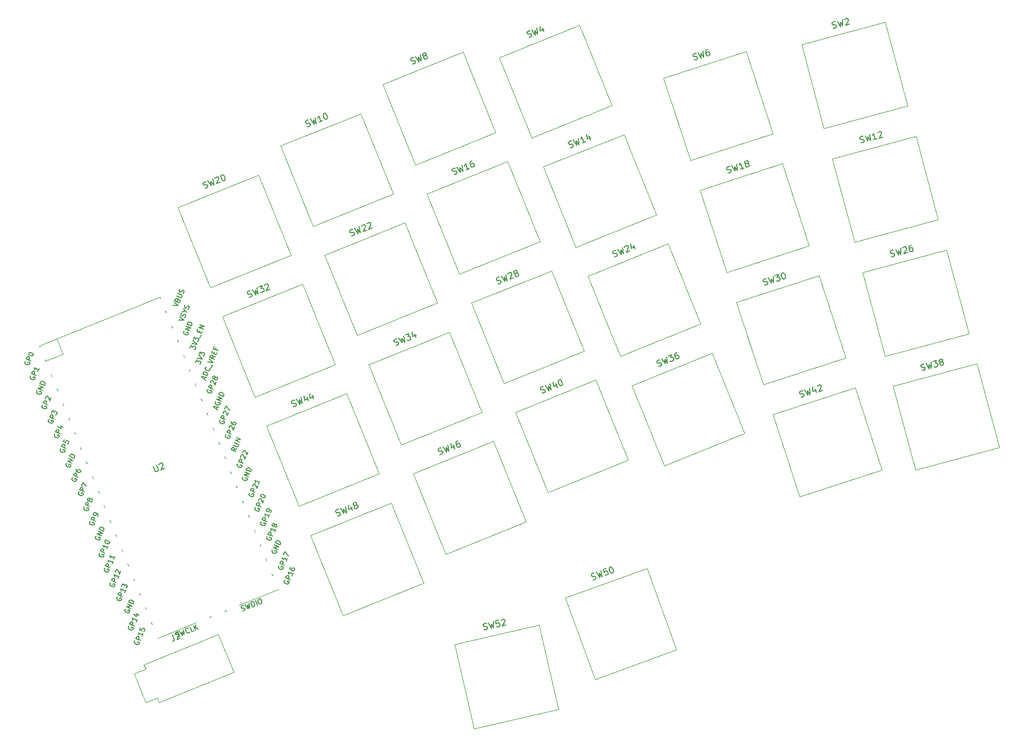
<source format=gbr>
%TF.GenerationSoftware,KiCad,Pcbnew,9.0.5*%
%TF.CreationDate,2025-10-09T16:26:15-06:00*%
%TF.ProjectId,ergo-kola (another copy),6572676f-2d6b-46f6-9c61-2028616e6f74,rev?*%
%TF.SameCoordinates,Original*%
%TF.FileFunction,Legend,Top*%
%TF.FilePolarity,Positive*%
%FSLAX46Y46*%
G04 Gerber Fmt 4.6, Leading zero omitted, Abs format (unit mm)*
G04 Created by KiCad (PCBNEW 9.0.5) date 2025-10-09 16:26:15*
%MOMM*%
%LPD*%
G01*
G04 APERTURE LIST*
%ADD10C,0.150000*%
%ADD11C,0.120000*%
G04 APERTURE END LIST*
D10*
X327573678Y-72004074D02*
X327724258Y-72005217D01*
X327724258Y-72005217D02*
X327950700Y-71931642D01*
X327950700Y-71931642D02*
X328026562Y-71856923D01*
X328026562Y-71856923D02*
X328057135Y-71796920D01*
X328057135Y-71796920D02*
X328072993Y-71691628D01*
X328072993Y-71691628D02*
X328043563Y-71601051D01*
X328043563Y-71601051D02*
X327968845Y-71525189D01*
X327968845Y-71525189D02*
X327908841Y-71494616D01*
X327908841Y-71494616D02*
X327803549Y-71478758D01*
X327803549Y-71478758D02*
X327607680Y-71492330D01*
X327607680Y-71492330D02*
X327502389Y-71476472D01*
X327502389Y-71476472D02*
X327442385Y-71445898D01*
X327442385Y-71445898D02*
X327367666Y-71370037D01*
X327367666Y-71370037D02*
X327338236Y-71279460D01*
X327338236Y-71279460D02*
X327354095Y-71174168D01*
X327354095Y-71174168D02*
X327384668Y-71114164D01*
X327384668Y-71114164D02*
X327460530Y-71039446D01*
X327460530Y-71039446D02*
X327686972Y-70965870D01*
X327686972Y-70965870D02*
X327837552Y-70967013D01*
X328139856Y-70818719D02*
X328675315Y-71696200D01*
X328675315Y-71696200D02*
X328635742Y-70958014D01*
X328635742Y-70958014D02*
X329037622Y-71578480D01*
X329037622Y-71578480D02*
X328955047Y-70553848D01*
X329226777Y-70465557D02*
X329815527Y-70274261D01*
X329815527Y-70274261D02*
X329616228Y-70739574D01*
X329616228Y-70739574D02*
X329752094Y-70695429D01*
X329752094Y-70695429D02*
X329857386Y-70711287D01*
X329857386Y-70711287D02*
X329917389Y-70741860D01*
X329917389Y-70741860D02*
X329992108Y-70817722D01*
X329992108Y-70817722D02*
X330065683Y-71044164D01*
X330065683Y-71044164D02*
X330049825Y-71149456D01*
X330049825Y-71149456D02*
X330019252Y-71209459D01*
X330019252Y-71209459D02*
X329943390Y-71284178D01*
X329943390Y-71284178D02*
X329671659Y-71372468D01*
X329671659Y-71372468D02*
X329566368Y-71356610D01*
X329566368Y-71356610D02*
X329506364Y-71326037D01*
X330404276Y-70082965D02*
X330494853Y-70053534D01*
X330494853Y-70053534D02*
X330600145Y-70069393D01*
X330600145Y-70069393D02*
X330660148Y-70099966D01*
X330660148Y-70099966D02*
X330734867Y-70175828D01*
X330734867Y-70175828D02*
X330839015Y-70342266D01*
X330839015Y-70342266D02*
X330912591Y-70568708D01*
X330912591Y-70568708D02*
X330926163Y-70764577D01*
X330926163Y-70764577D02*
X330910305Y-70869869D01*
X330910305Y-70869869D02*
X330879731Y-70929872D01*
X330879731Y-70929872D02*
X330803870Y-71004591D01*
X330803870Y-71004591D02*
X330713293Y-71034021D01*
X330713293Y-71034021D02*
X330608001Y-71018163D01*
X330608001Y-71018163D02*
X330547997Y-70987590D01*
X330547997Y-70987590D02*
X330473279Y-70911728D01*
X330473279Y-70911728D02*
X330369130Y-70745289D01*
X330369130Y-70745289D02*
X330295555Y-70518847D01*
X330295555Y-70518847D02*
X330281983Y-70322979D01*
X330281983Y-70322979D02*
X330297841Y-70217687D01*
X330297841Y-70217687D02*
X330328414Y-70157683D01*
X330328414Y-70157683D02*
X330404276Y-70082965D01*
X353011635Y-85797003D02*
X353161949Y-85806025D01*
X353161949Y-85806025D02*
X353391931Y-85744401D01*
X353391931Y-85744401D02*
X353471600Y-85673756D01*
X353471600Y-85673756D02*
X353505271Y-85615434D01*
X353505271Y-85615434D02*
X353526618Y-85511117D01*
X353526618Y-85511117D02*
X353501969Y-85419124D01*
X353501969Y-85419124D02*
X353431323Y-85339456D01*
X353431323Y-85339456D02*
X353373002Y-85305784D01*
X353373002Y-85305784D02*
X353268684Y-85284437D01*
X353268684Y-85284437D02*
X353072374Y-85287739D01*
X353072374Y-85287739D02*
X352968056Y-85266392D01*
X352968056Y-85266392D02*
X352909735Y-85232720D01*
X352909735Y-85232720D02*
X352839089Y-85153052D01*
X352839089Y-85153052D02*
X352814439Y-85061059D01*
X352814439Y-85061059D02*
X352835786Y-84956742D01*
X352835786Y-84956742D02*
X352869458Y-84898420D01*
X352869458Y-84898420D02*
X352949126Y-84827774D01*
X352949126Y-84827774D02*
X353179109Y-84766151D01*
X353179109Y-84766151D02*
X353329423Y-84775173D01*
X353639073Y-84642904D02*
X354127875Y-85547206D01*
X354127875Y-85547206D02*
X354126990Y-84807960D01*
X354126990Y-84807960D02*
X354495847Y-85448608D01*
X354495847Y-85448608D02*
X354467010Y-84421059D01*
X354742989Y-84347111D02*
X355340943Y-84186889D01*
X355340943Y-84186889D02*
X355117565Y-84641134D01*
X355117565Y-84641134D02*
X355255554Y-84604160D01*
X355255554Y-84604160D02*
X355359872Y-84625507D01*
X355359872Y-84625507D02*
X355418193Y-84659179D01*
X355418193Y-84659179D02*
X355488839Y-84738847D01*
X355488839Y-84738847D02*
X355550463Y-84968829D01*
X355550463Y-84968829D02*
X355529116Y-85073147D01*
X355529116Y-85073147D02*
X355495444Y-85131468D01*
X355495444Y-85131468D02*
X355415776Y-85202114D01*
X355415776Y-85202114D02*
X355139797Y-85276062D01*
X355139797Y-85276062D02*
X355035479Y-85254715D01*
X355035479Y-85254715D02*
X354977158Y-85221043D01*
X356003823Y-84452961D02*
X355899505Y-84431614D01*
X355899505Y-84431614D02*
X355841184Y-84397942D01*
X355841184Y-84397942D02*
X355770538Y-84318274D01*
X355770538Y-84318274D02*
X355758213Y-84272277D01*
X355758213Y-84272277D02*
X355779560Y-84167960D01*
X355779560Y-84167960D02*
X355813232Y-84109639D01*
X355813232Y-84109639D02*
X355892900Y-84038993D01*
X355892900Y-84038993D02*
X356076886Y-83989694D01*
X356076886Y-83989694D02*
X356181204Y-84011041D01*
X356181204Y-84011041D02*
X356239525Y-84044713D01*
X356239525Y-84044713D02*
X356310171Y-84124381D01*
X356310171Y-84124381D02*
X356322496Y-84170377D01*
X356322496Y-84170377D02*
X356301149Y-84274695D01*
X356301149Y-84274695D02*
X356267477Y-84333016D01*
X356267477Y-84333016D02*
X356187809Y-84403662D01*
X356187809Y-84403662D02*
X356003823Y-84452961D01*
X356003823Y-84452961D02*
X355924155Y-84523607D01*
X355924155Y-84523607D02*
X355890483Y-84581928D01*
X355890483Y-84581928D02*
X355869136Y-84686246D01*
X355869136Y-84686246D02*
X355918435Y-84870231D01*
X355918435Y-84870231D02*
X355989080Y-84949900D01*
X355989080Y-84949900D02*
X356047402Y-84983571D01*
X356047402Y-84983571D02*
X356151719Y-85004918D01*
X356151719Y-85004918D02*
X356335705Y-84955620D01*
X356335705Y-84955620D02*
X356415373Y-84884974D01*
X356415373Y-84884974D02*
X356449045Y-84826653D01*
X356449045Y-84826653D02*
X356470392Y-84722335D01*
X356470392Y-84722335D02*
X356421093Y-84538349D01*
X356421093Y-84538349D02*
X356350447Y-84458681D01*
X356350447Y-84458681D02*
X356292126Y-84425009D01*
X356292126Y-84425009D02*
X356187809Y-84403662D01*
X231961937Y-128533921D02*
X232229513Y-129196196D01*
X232229513Y-129196196D02*
X232238876Y-129346489D01*
X232238876Y-129346489D02*
X232186250Y-129470469D01*
X232186250Y-129470469D02*
X232071634Y-129568136D01*
X232071634Y-129568136D02*
X231983330Y-129603813D01*
X232394978Y-128461679D02*
X232421291Y-128399689D01*
X232421291Y-128399689D02*
X232491756Y-128319860D01*
X232491756Y-128319860D02*
X232712514Y-128230668D01*
X232712514Y-128230668D02*
X232818656Y-128239143D01*
X232818656Y-128239143D02*
X232880646Y-128265456D01*
X232880646Y-128265456D02*
X232960474Y-128335921D01*
X232960474Y-128335921D02*
X232996151Y-128424224D01*
X232996151Y-128424224D02*
X233005515Y-128574518D01*
X233005515Y-128574518D02*
X232689756Y-129318398D01*
X232689756Y-129318398D02*
X233263727Y-129086499D01*
X270712097Y-36301316D02*
X270862390Y-36291952D01*
X270862390Y-36291952D02*
X271083148Y-36202760D01*
X271083148Y-36202760D02*
X271153613Y-36122932D01*
X271153613Y-36122932D02*
X271179926Y-36060942D01*
X271179926Y-36060942D02*
X271188401Y-35954800D01*
X271188401Y-35954800D02*
X271152724Y-35866497D01*
X271152724Y-35866497D02*
X271072896Y-35796032D01*
X271072896Y-35796032D02*
X271010905Y-35769719D01*
X271010905Y-35769719D02*
X270904764Y-35761244D01*
X270904764Y-35761244D02*
X270710319Y-35788446D01*
X270710319Y-35788446D02*
X270604177Y-35779971D01*
X270604177Y-35779971D02*
X270542187Y-35753658D01*
X270542187Y-35753658D02*
X270462359Y-35683193D01*
X270462359Y-35683193D02*
X270426682Y-35594890D01*
X270426682Y-35594890D02*
X270435157Y-35488749D01*
X270435157Y-35488749D02*
X270461470Y-35426759D01*
X270461470Y-35426759D02*
X270531935Y-35346930D01*
X270531935Y-35346930D02*
X270752693Y-35257738D01*
X270752693Y-35257738D02*
X270902986Y-35248374D01*
X271194209Y-35079354D02*
X271789574Y-35917346D01*
X271789574Y-35917346D02*
X271698604Y-35183718D01*
X271698604Y-35183718D02*
X272142787Y-35774639D01*
X272142787Y-35774639D02*
X271988938Y-34758263D01*
X272635151Y-34959405D02*
X272529010Y-34950930D01*
X272529010Y-34950930D02*
X272467020Y-34924617D01*
X272467020Y-34924617D02*
X272387191Y-34854152D01*
X272387191Y-34854152D02*
X272369353Y-34810000D01*
X272369353Y-34810000D02*
X272377828Y-34703859D01*
X272377828Y-34703859D02*
X272404141Y-34641869D01*
X272404141Y-34641869D02*
X272474606Y-34562040D01*
X272474606Y-34562040D02*
X272651212Y-34490687D01*
X272651212Y-34490687D02*
X272757354Y-34499161D01*
X272757354Y-34499161D02*
X272819344Y-34525475D01*
X272819344Y-34525475D02*
X272899172Y-34595939D01*
X272899172Y-34595939D02*
X272917011Y-34640091D01*
X272917011Y-34640091D02*
X272908536Y-34746233D01*
X272908536Y-34746233D02*
X272882223Y-34808223D01*
X272882223Y-34808223D02*
X272811758Y-34888051D01*
X272811758Y-34888051D02*
X272635151Y-34959405D01*
X272635151Y-34959405D02*
X272564687Y-35039233D01*
X272564687Y-35039233D02*
X272538373Y-35101223D01*
X272538373Y-35101223D02*
X272529899Y-35207365D01*
X272529899Y-35207365D02*
X272601252Y-35383971D01*
X272601252Y-35383971D02*
X272681081Y-35454436D01*
X272681081Y-35454436D02*
X272743071Y-35480749D01*
X272743071Y-35480749D02*
X272849212Y-35489224D01*
X272849212Y-35489224D02*
X273025819Y-35417870D01*
X273025819Y-35417870D02*
X273096284Y-35338042D01*
X273096284Y-35338042D02*
X273122597Y-35276052D01*
X273122597Y-35276052D02*
X273131072Y-35169910D01*
X273131072Y-35169910D02*
X273059718Y-34993304D01*
X273059718Y-34993304D02*
X272979890Y-34922839D01*
X272979890Y-34922839D02*
X272917900Y-34896526D01*
X272917900Y-34896526D02*
X272811758Y-34888051D01*
X284543088Y-71805410D02*
X284693381Y-71796047D01*
X284693381Y-71796047D02*
X284914139Y-71706855D01*
X284914139Y-71706855D02*
X284984604Y-71627026D01*
X284984604Y-71627026D02*
X285010917Y-71565036D01*
X285010917Y-71565036D02*
X285019392Y-71458895D01*
X285019392Y-71458895D02*
X284983715Y-71370591D01*
X284983715Y-71370591D02*
X284903887Y-71300127D01*
X284903887Y-71300127D02*
X284841897Y-71273813D01*
X284841897Y-71273813D02*
X284735755Y-71265339D01*
X284735755Y-71265339D02*
X284541310Y-71292541D01*
X284541310Y-71292541D02*
X284435169Y-71284066D01*
X284435169Y-71284066D02*
X284373179Y-71257753D01*
X284373179Y-71257753D02*
X284293350Y-71187288D01*
X284293350Y-71187288D02*
X284257673Y-71098985D01*
X284257673Y-71098985D02*
X284266148Y-70992843D01*
X284266148Y-70992843D02*
X284292461Y-70930853D01*
X284292461Y-70930853D02*
X284362926Y-70851024D01*
X284362926Y-70851024D02*
X284583684Y-70761832D01*
X284583684Y-70761832D02*
X284733978Y-70752469D01*
X285025201Y-70583448D02*
X285620565Y-71421440D01*
X285620565Y-71421440D02*
X285529595Y-70687812D01*
X285529595Y-70687812D02*
X285973778Y-71278733D01*
X285973778Y-71278733D02*
X285819930Y-70262357D01*
X286164668Y-70225791D02*
X286190981Y-70163801D01*
X286190981Y-70163801D02*
X286261446Y-70083973D01*
X286261446Y-70083973D02*
X286482204Y-69994781D01*
X286482204Y-69994781D02*
X286588345Y-70003256D01*
X286588345Y-70003256D02*
X286650335Y-70029569D01*
X286650335Y-70029569D02*
X286730164Y-70100034D01*
X286730164Y-70100034D02*
X286765841Y-70188337D01*
X286765841Y-70188337D02*
X286775204Y-70338630D01*
X286775204Y-70338630D02*
X286459446Y-71082510D01*
X286459446Y-71082510D02*
X287033417Y-70850611D01*
X287349175Y-70106731D02*
X287243033Y-70098256D01*
X287243033Y-70098256D02*
X287181043Y-70071943D01*
X287181043Y-70071943D02*
X287101215Y-70001478D01*
X287101215Y-70001478D02*
X287083377Y-69957326D01*
X287083377Y-69957326D02*
X287091851Y-69851185D01*
X287091851Y-69851185D02*
X287118165Y-69789195D01*
X287118165Y-69789195D02*
X287188629Y-69709366D01*
X287188629Y-69709366D02*
X287365236Y-69638013D01*
X287365236Y-69638013D02*
X287471378Y-69646487D01*
X287471378Y-69646487D02*
X287533368Y-69672801D01*
X287533368Y-69672801D02*
X287613196Y-69743265D01*
X287613196Y-69743265D02*
X287631034Y-69787417D01*
X287631034Y-69787417D02*
X287622560Y-69893559D01*
X287622560Y-69893559D02*
X287596246Y-69955549D01*
X287596246Y-69955549D02*
X287525782Y-70035377D01*
X287525782Y-70035377D02*
X287349175Y-70106731D01*
X287349175Y-70106731D02*
X287278710Y-70186559D01*
X287278710Y-70186559D02*
X287252397Y-70248549D01*
X287252397Y-70248549D02*
X287243922Y-70354691D01*
X287243922Y-70354691D02*
X287315276Y-70531297D01*
X287315276Y-70531297D02*
X287395104Y-70601762D01*
X287395104Y-70601762D02*
X287457094Y-70628075D01*
X287457094Y-70628075D02*
X287563236Y-70636550D01*
X287563236Y-70636550D02*
X287739842Y-70565196D01*
X287739842Y-70565196D02*
X287810307Y-70485368D01*
X287810307Y-70485368D02*
X287836620Y-70423378D01*
X287836620Y-70423378D02*
X287845095Y-70317236D01*
X287845095Y-70317236D02*
X287773742Y-70140630D01*
X287773742Y-70140630D02*
X287693913Y-70070165D01*
X287693913Y-70070165D02*
X287631923Y-70043852D01*
X287631923Y-70043852D02*
X287525782Y-70035377D01*
X253734494Y-46404826D02*
X253884787Y-46395463D01*
X253884787Y-46395463D02*
X254105545Y-46306271D01*
X254105545Y-46306271D02*
X254176010Y-46226442D01*
X254176010Y-46226442D02*
X254202323Y-46164452D01*
X254202323Y-46164452D02*
X254210798Y-46058311D01*
X254210798Y-46058311D02*
X254175121Y-45970007D01*
X254175121Y-45970007D02*
X254095293Y-45899543D01*
X254095293Y-45899543D02*
X254033303Y-45873229D01*
X254033303Y-45873229D02*
X253927161Y-45864755D01*
X253927161Y-45864755D02*
X253732716Y-45891957D01*
X253732716Y-45891957D02*
X253626575Y-45883482D01*
X253626575Y-45883482D02*
X253564585Y-45857169D01*
X253564585Y-45857169D02*
X253484756Y-45786704D01*
X253484756Y-45786704D02*
X253449079Y-45698401D01*
X253449079Y-45698401D02*
X253457554Y-45592259D01*
X253457554Y-45592259D02*
X253483867Y-45530269D01*
X253483867Y-45530269D02*
X253554332Y-45450440D01*
X253554332Y-45450440D02*
X253775090Y-45361248D01*
X253775090Y-45361248D02*
X253925384Y-45351885D01*
X254216607Y-45182864D02*
X254811971Y-46020856D01*
X254811971Y-46020856D02*
X254721001Y-45287228D01*
X254721001Y-45287228D02*
X255165184Y-45878149D01*
X255165184Y-45878149D02*
X255011336Y-44861773D01*
X256224823Y-45450027D02*
X255695003Y-45664088D01*
X255959913Y-45557058D02*
X255585306Y-44629874D01*
X255585306Y-44629874D02*
X255550518Y-44798005D01*
X255550518Y-44798005D02*
X255497892Y-44921985D01*
X255497892Y-44921985D02*
X255427427Y-45001814D01*
X256424187Y-44290944D02*
X256512490Y-44255267D01*
X256512490Y-44255267D02*
X256618632Y-44263742D01*
X256618632Y-44263742D02*
X256680622Y-44290055D01*
X256680622Y-44290055D02*
X256760450Y-44360520D01*
X256760450Y-44360520D02*
X256875956Y-44519288D01*
X256875956Y-44519288D02*
X256965148Y-44740046D01*
X256965148Y-44740046D02*
X256992350Y-44934491D01*
X256992350Y-44934491D02*
X256983875Y-45040632D01*
X256983875Y-45040632D02*
X256957562Y-45102622D01*
X256957562Y-45102622D02*
X256887097Y-45182451D01*
X256887097Y-45182451D02*
X256798794Y-45218128D01*
X256798794Y-45218128D02*
X256692652Y-45209653D01*
X256692652Y-45209653D02*
X256630662Y-45183340D01*
X256630662Y-45183340D02*
X256550834Y-45112875D01*
X256550834Y-45112875D02*
X256435328Y-44954107D01*
X256435328Y-44954107D02*
X256346136Y-44733349D01*
X256346136Y-44733349D02*
X256318934Y-44538904D01*
X256318934Y-44538904D02*
X256327409Y-44432762D01*
X256327409Y-44432762D02*
X256353722Y-44370772D01*
X256353722Y-44370772D02*
X256424187Y-44290944D01*
X291679352Y-89468265D02*
X291829645Y-89458902D01*
X291829645Y-89458902D02*
X292050403Y-89369710D01*
X292050403Y-89369710D02*
X292120868Y-89289881D01*
X292120868Y-89289881D02*
X292147181Y-89227891D01*
X292147181Y-89227891D02*
X292155656Y-89121750D01*
X292155656Y-89121750D02*
X292119979Y-89033446D01*
X292119979Y-89033446D02*
X292040151Y-88962982D01*
X292040151Y-88962982D02*
X291978161Y-88936668D01*
X291978161Y-88936668D02*
X291872019Y-88928194D01*
X291872019Y-88928194D02*
X291677574Y-88955396D01*
X291677574Y-88955396D02*
X291571433Y-88946921D01*
X291571433Y-88946921D02*
X291509443Y-88920608D01*
X291509443Y-88920608D02*
X291429614Y-88850143D01*
X291429614Y-88850143D02*
X291393937Y-88761840D01*
X291393937Y-88761840D02*
X291402412Y-88655698D01*
X291402412Y-88655698D02*
X291428725Y-88593708D01*
X291428725Y-88593708D02*
X291499190Y-88513879D01*
X291499190Y-88513879D02*
X291719948Y-88424687D01*
X291719948Y-88424687D02*
X291870242Y-88415324D01*
X292161465Y-88246303D02*
X292756829Y-89084295D01*
X292756829Y-89084295D02*
X292665859Y-88350667D01*
X292665859Y-88350667D02*
X293110042Y-88941588D01*
X293110042Y-88941588D02*
X292956194Y-87925212D01*
X293831640Y-87931020D02*
X294081377Y-88549143D01*
X293468174Y-87666999D02*
X293514992Y-88418466D01*
X293514992Y-88418466D02*
X294088963Y-88186566D01*
X294369045Y-87354383D02*
X294457348Y-87318706D01*
X294457348Y-87318706D02*
X294563490Y-87327181D01*
X294563490Y-87327181D02*
X294625480Y-87353494D01*
X294625480Y-87353494D02*
X294705308Y-87423959D01*
X294705308Y-87423959D02*
X294820814Y-87582727D01*
X294820814Y-87582727D02*
X294910006Y-87803485D01*
X294910006Y-87803485D02*
X294937208Y-87997930D01*
X294937208Y-87997930D02*
X294928733Y-88104071D01*
X294928733Y-88104071D02*
X294902420Y-88166061D01*
X294902420Y-88166061D02*
X294831955Y-88245890D01*
X294831955Y-88245890D02*
X294743652Y-88281567D01*
X294743652Y-88281567D02*
X294637510Y-88273092D01*
X294637510Y-88273092D02*
X294575520Y-88246779D01*
X294575520Y-88246779D02*
X294495692Y-88176314D01*
X294495692Y-88176314D02*
X294380186Y-88017546D01*
X294380186Y-88017546D02*
X294290994Y-87796788D01*
X294290994Y-87796788D02*
X294263792Y-87602343D01*
X294263792Y-87602343D02*
X294272267Y-87496201D01*
X294272267Y-87496201D02*
X294298580Y-87434211D01*
X294298580Y-87434211D02*
X294369045Y-87354383D01*
X260870757Y-64067681D02*
X261021050Y-64058318D01*
X261021050Y-64058318D02*
X261241808Y-63969126D01*
X261241808Y-63969126D02*
X261312273Y-63889297D01*
X261312273Y-63889297D02*
X261338586Y-63827307D01*
X261338586Y-63827307D02*
X261347061Y-63721166D01*
X261347061Y-63721166D02*
X261311384Y-63632862D01*
X261311384Y-63632862D02*
X261231556Y-63562398D01*
X261231556Y-63562398D02*
X261169566Y-63536084D01*
X261169566Y-63536084D02*
X261063424Y-63527610D01*
X261063424Y-63527610D02*
X260868979Y-63554812D01*
X260868979Y-63554812D02*
X260762838Y-63546337D01*
X260762838Y-63546337D02*
X260700848Y-63520024D01*
X260700848Y-63520024D02*
X260621019Y-63449559D01*
X260621019Y-63449559D02*
X260585342Y-63361256D01*
X260585342Y-63361256D02*
X260593817Y-63255114D01*
X260593817Y-63255114D02*
X260620130Y-63193124D01*
X260620130Y-63193124D02*
X260690595Y-63113295D01*
X260690595Y-63113295D02*
X260911353Y-63024103D01*
X260911353Y-63024103D02*
X261061647Y-63014740D01*
X261352870Y-62845719D02*
X261948234Y-63683711D01*
X261948234Y-63683711D02*
X261857264Y-62950083D01*
X261857264Y-62950083D02*
X262301447Y-63541004D01*
X262301447Y-63541004D02*
X262147599Y-62524628D01*
X262492337Y-62488062D02*
X262518650Y-62426072D01*
X262518650Y-62426072D02*
X262589115Y-62346244D01*
X262589115Y-62346244D02*
X262809873Y-62257052D01*
X262809873Y-62257052D02*
X262916014Y-62265527D01*
X262916014Y-62265527D02*
X262978004Y-62291840D01*
X262978004Y-62291840D02*
X263057833Y-62362305D01*
X263057833Y-62362305D02*
X263093510Y-62450608D01*
X263093510Y-62450608D02*
X263102873Y-62600901D01*
X263102873Y-62600901D02*
X262787115Y-63344781D01*
X262787115Y-63344781D02*
X263361086Y-63112882D01*
X263375369Y-62131294D02*
X263401682Y-62069304D01*
X263401682Y-62069304D02*
X263472147Y-61989476D01*
X263472147Y-61989476D02*
X263692905Y-61900284D01*
X263692905Y-61900284D02*
X263799047Y-61908758D01*
X263799047Y-61908758D02*
X263861037Y-61935072D01*
X263861037Y-61935072D02*
X263940865Y-62005536D01*
X263940865Y-62005536D02*
X263976542Y-62093840D01*
X263976542Y-62093840D02*
X263985905Y-62244133D01*
X263985905Y-62244133D02*
X263670147Y-62988013D01*
X263670147Y-62988013D02*
X264244118Y-62756114D01*
X251470936Y-91655662D02*
X251621229Y-91646299D01*
X251621229Y-91646299D02*
X251841987Y-91557107D01*
X251841987Y-91557107D02*
X251912452Y-91477278D01*
X251912452Y-91477278D02*
X251938765Y-91415288D01*
X251938765Y-91415288D02*
X251947240Y-91309147D01*
X251947240Y-91309147D02*
X251911563Y-91220843D01*
X251911563Y-91220843D02*
X251831735Y-91150379D01*
X251831735Y-91150379D02*
X251769745Y-91124065D01*
X251769745Y-91124065D02*
X251663603Y-91115591D01*
X251663603Y-91115591D02*
X251469158Y-91142793D01*
X251469158Y-91142793D02*
X251363017Y-91134318D01*
X251363017Y-91134318D02*
X251301027Y-91108005D01*
X251301027Y-91108005D02*
X251221198Y-91037540D01*
X251221198Y-91037540D02*
X251185521Y-90949237D01*
X251185521Y-90949237D02*
X251193996Y-90843095D01*
X251193996Y-90843095D02*
X251220309Y-90781105D01*
X251220309Y-90781105D02*
X251290774Y-90701276D01*
X251290774Y-90701276D02*
X251511532Y-90612084D01*
X251511532Y-90612084D02*
X251661826Y-90602721D01*
X251953049Y-90433700D02*
X252548413Y-91271692D01*
X252548413Y-91271692D02*
X252457443Y-90538064D01*
X252457443Y-90538064D02*
X252901626Y-91128985D01*
X252901626Y-91128985D02*
X252747778Y-90112609D01*
X253623224Y-90118417D02*
X253872961Y-90736540D01*
X253259758Y-89854396D02*
X253306576Y-90605863D01*
X253306576Y-90605863D02*
X253880547Y-90373963D01*
X254506256Y-89761649D02*
X254755994Y-90379772D01*
X254142791Y-89497628D02*
X254189609Y-90249094D01*
X254189609Y-90249094D02*
X254763580Y-90017195D01*
X333460451Y-90121691D02*
X333611031Y-90122834D01*
X333611031Y-90122834D02*
X333837473Y-90049259D01*
X333837473Y-90049259D02*
X333913335Y-89974540D01*
X333913335Y-89974540D02*
X333943908Y-89914537D01*
X333943908Y-89914537D02*
X333959766Y-89809245D01*
X333959766Y-89809245D02*
X333930336Y-89718668D01*
X333930336Y-89718668D02*
X333855618Y-89642806D01*
X333855618Y-89642806D02*
X333795614Y-89612233D01*
X333795614Y-89612233D02*
X333690322Y-89596375D01*
X333690322Y-89596375D02*
X333494453Y-89609947D01*
X333494453Y-89609947D02*
X333389162Y-89594089D01*
X333389162Y-89594089D02*
X333329158Y-89563515D01*
X333329158Y-89563515D02*
X333254439Y-89487654D01*
X333254439Y-89487654D02*
X333225009Y-89397077D01*
X333225009Y-89397077D02*
X333240868Y-89291785D01*
X333240868Y-89291785D02*
X333271441Y-89231781D01*
X333271441Y-89231781D02*
X333347303Y-89157063D01*
X333347303Y-89157063D02*
X333573745Y-89083487D01*
X333573745Y-89083487D02*
X333724325Y-89084630D01*
X334026629Y-88936336D02*
X334562088Y-89813817D01*
X334562088Y-89813817D02*
X334522515Y-89075631D01*
X334522515Y-89075631D02*
X334924395Y-89696097D01*
X334924395Y-89696097D02*
X334841820Y-88671465D01*
X335714728Y-88738327D02*
X335920740Y-89372365D01*
X335370566Y-88449595D02*
X335364850Y-89202497D01*
X335364850Y-89202497D02*
X335953599Y-89011201D01*
X336094037Y-88364734D02*
X336124610Y-88304730D01*
X336124610Y-88304730D02*
X336200472Y-88230012D01*
X336200472Y-88230012D02*
X336426914Y-88156436D01*
X336426914Y-88156436D02*
X336532206Y-88172295D01*
X336532206Y-88172295D02*
X336592209Y-88202868D01*
X336592209Y-88202868D02*
X336666928Y-88278730D01*
X336666928Y-88278730D02*
X336696358Y-88369306D01*
X336696358Y-88369306D02*
X336695215Y-88519887D01*
X336695215Y-88519887D02*
X336328335Y-89239929D01*
X336328335Y-89239929D02*
X336917085Y-89048633D01*
X321686903Y-53886438D02*
X321837483Y-53887581D01*
X321837483Y-53887581D02*
X322063925Y-53814006D01*
X322063925Y-53814006D02*
X322139787Y-53739287D01*
X322139787Y-53739287D02*
X322170360Y-53679284D01*
X322170360Y-53679284D02*
X322186218Y-53573992D01*
X322186218Y-53573992D02*
X322156788Y-53483415D01*
X322156788Y-53483415D02*
X322082070Y-53407553D01*
X322082070Y-53407553D02*
X322022066Y-53376980D01*
X322022066Y-53376980D02*
X321916774Y-53361122D01*
X321916774Y-53361122D02*
X321720905Y-53374694D01*
X321720905Y-53374694D02*
X321615614Y-53358836D01*
X321615614Y-53358836D02*
X321555610Y-53328262D01*
X321555610Y-53328262D02*
X321480891Y-53252401D01*
X321480891Y-53252401D02*
X321451461Y-53161824D01*
X321451461Y-53161824D02*
X321467320Y-53056532D01*
X321467320Y-53056532D02*
X321497893Y-52996528D01*
X321497893Y-52996528D02*
X321573755Y-52921810D01*
X321573755Y-52921810D02*
X321800197Y-52848234D01*
X321800197Y-52848234D02*
X321950777Y-52849377D01*
X322253081Y-52701083D02*
X322788540Y-53578564D01*
X322788540Y-53578564D02*
X322748967Y-52840378D01*
X322748967Y-52840378D02*
X323150847Y-53460844D01*
X323150847Y-53460844D02*
X323068272Y-52436212D01*
X324237769Y-53107681D02*
X323694308Y-53284263D01*
X323966038Y-53195972D02*
X323657021Y-52244915D01*
X323657021Y-52244915D02*
X323610590Y-52410211D01*
X323610590Y-52410211D02*
X323549443Y-52530218D01*
X323549443Y-52530218D02*
X323473581Y-52604936D01*
X324604648Y-52387639D02*
X324499356Y-52371781D01*
X324499356Y-52371781D02*
X324439353Y-52341208D01*
X324439353Y-52341208D02*
X324364634Y-52265346D01*
X324364634Y-52265346D02*
X324349919Y-52220058D01*
X324349919Y-52220058D02*
X324365777Y-52114766D01*
X324365777Y-52114766D02*
X324396351Y-52054762D01*
X324396351Y-52054762D02*
X324472212Y-51980044D01*
X324472212Y-51980044D02*
X324653366Y-51921183D01*
X324653366Y-51921183D02*
X324758658Y-51937042D01*
X324758658Y-51937042D02*
X324818661Y-51967615D01*
X324818661Y-51967615D02*
X324893380Y-52043477D01*
X324893380Y-52043477D02*
X324908095Y-52088765D01*
X324908095Y-52088765D02*
X324892237Y-52194057D01*
X324892237Y-52194057D02*
X324861664Y-52254060D01*
X324861664Y-52254060D02*
X324785802Y-52328779D01*
X324785802Y-52328779D02*
X324604648Y-52387639D01*
X324604648Y-52387639D02*
X324528787Y-52462358D01*
X324528787Y-52462358D02*
X324498213Y-52522362D01*
X324498213Y-52522362D02*
X324482355Y-52627653D01*
X324482355Y-52627653D02*
X324541215Y-52808807D01*
X324541215Y-52808807D02*
X324615934Y-52884669D01*
X324615934Y-52884669D02*
X324675938Y-52915242D01*
X324675938Y-52915242D02*
X324781229Y-52931100D01*
X324781229Y-52931100D02*
X324962383Y-52872240D01*
X324962383Y-52872240D02*
X325038245Y-52797521D01*
X325038245Y-52797521D02*
X325068818Y-52737518D01*
X325068818Y-52737518D02*
X325084676Y-52632226D01*
X325084676Y-52632226D02*
X325025816Y-52451072D01*
X325025816Y-52451072D02*
X324951097Y-52375211D01*
X324951097Y-52375211D02*
X324891094Y-52344637D01*
X324891094Y-52344637D02*
X324785802Y-52328779D01*
X258607199Y-109318518D02*
X258757492Y-109309155D01*
X258757492Y-109309155D02*
X258978250Y-109219963D01*
X258978250Y-109219963D02*
X259048715Y-109140134D01*
X259048715Y-109140134D02*
X259075028Y-109078144D01*
X259075028Y-109078144D02*
X259083503Y-108972003D01*
X259083503Y-108972003D02*
X259047826Y-108883699D01*
X259047826Y-108883699D02*
X258967998Y-108813235D01*
X258967998Y-108813235D02*
X258906008Y-108786921D01*
X258906008Y-108786921D02*
X258799866Y-108778447D01*
X258799866Y-108778447D02*
X258605421Y-108805649D01*
X258605421Y-108805649D02*
X258499280Y-108797174D01*
X258499280Y-108797174D02*
X258437290Y-108770861D01*
X258437290Y-108770861D02*
X258357461Y-108700396D01*
X258357461Y-108700396D02*
X258321784Y-108612093D01*
X258321784Y-108612093D02*
X258330259Y-108505951D01*
X258330259Y-108505951D02*
X258356572Y-108443961D01*
X258356572Y-108443961D02*
X258427037Y-108364132D01*
X258427037Y-108364132D02*
X258647795Y-108274940D01*
X258647795Y-108274940D02*
X258798089Y-108265577D01*
X259089312Y-108096556D02*
X259684676Y-108934548D01*
X259684676Y-108934548D02*
X259593706Y-108200920D01*
X259593706Y-108200920D02*
X260037889Y-108791841D01*
X260037889Y-108791841D02*
X259884041Y-107775465D01*
X260759487Y-107781273D02*
X261009224Y-108399396D01*
X260396021Y-107517252D02*
X260442839Y-108268719D01*
X260442839Y-108268719D02*
X261016810Y-108036819D01*
X261413286Y-107619839D02*
X261307144Y-107611364D01*
X261307144Y-107611364D02*
X261245154Y-107585051D01*
X261245154Y-107585051D02*
X261165326Y-107514586D01*
X261165326Y-107514586D02*
X261147488Y-107470434D01*
X261147488Y-107470434D02*
X261155962Y-107364293D01*
X261155962Y-107364293D02*
X261182276Y-107302303D01*
X261182276Y-107302303D02*
X261252740Y-107222474D01*
X261252740Y-107222474D02*
X261429347Y-107151121D01*
X261429347Y-107151121D02*
X261535489Y-107159595D01*
X261535489Y-107159595D02*
X261597479Y-107185909D01*
X261597479Y-107185909D02*
X261677307Y-107256373D01*
X261677307Y-107256373D02*
X261695145Y-107300525D01*
X261695145Y-107300525D02*
X261686671Y-107406667D01*
X261686671Y-107406667D02*
X261660357Y-107468657D01*
X261660357Y-107468657D02*
X261589893Y-107548485D01*
X261589893Y-107548485D02*
X261413286Y-107619839D01*
X261413286Y-107619839D02*
X261342821Y-107699667D01*
X261342821Y-107699667D02*
X261316508Y-107761657D01*
X261316508Y-107761657D02*
X261308033Y-107867799D01*
X261308033Y-107867799D02*
X261379387Y-108044405D01*
X261379387Y-108044405D02*
X261459215Y-108114870D01*
X261459215Y-108114870D02*
X261521205Y-108141183D01*
X261521205Y-108141183D02*
X261627347Y-108149658D01*
X261627347Y-108149658D02*
X261803953Y-108078304D01*
X261803953Y-108078304D02*
X261874418Y-107998476D01*
X261874418Y-107998476D02*
X261900731Y-107936486D01*
X261900731Y-107936486D02*
X261909206Y-107830344D01*
X261909206Y-107830344D02*
X261837853Y-107653738D01*
X261837853Y-107653738D02*
X261758024Y-107583273D01*
X261758024Y-107583273D02*
X261696034Y-107556960D01*
X261696034Y-107556960D02*
X261589893Y-107548485D01*
X268007021Y-81730536D02*
X268157314Y-81721173D01*
X268157314Y-81721173D02*
X268378072Y-81631981D01*
X268378072Y-81631981D02*
X268448537Y-81552152D01*
X268448537Y-81552152D02*
X268474850Y-81490162D01*
X268474850Y-81490162D02*
X268483325Y-81384021D01*
X268483325Y-81384021D02*
X268447648Y-81295717D01*
X268447648Y-81295717D02*
X268367820Y-81225253D01*
X268367820Y-81225253D02*
X268305830Y-81198939D01*
X268305830Y-81198939D02*
X268199688Y-81190465D01*
X268199688Y-81190465D02*
X268005243Y-81217667D01*
X268005243Y-81217667D02*
X267899102Y-81209192D01*
X267899102Y-81209192D02*
X267837112Y-81182879D01*
X267837112Y-81182879D02*
X267757283Y-81112414D01*
X267757283Y-81112414D02*
X267721606Y-81024111D01*
X267721606Y-81024111D02*
X267730081Y-80917969D01*
X267730081Y-80917969D02*
X267756394Y-80855979D01*
X267756394Y-80855979D02*
X267826859Y-80776150D01*
X267826859Y-80776150D02*
X268047617Y-80686958D01*
X268047617Y-80686958D02*
X268197911Y-80677595D01*
X268489134Y-80508574D02*
X269084498Y-81346566D01*
X269084498Y-81346566D02*
X268993528Y-80612938D01*
X268993528Y-80612938D02*
X269437711Y-81203859D01*
X269437711Y-81203859D02*
X269283863Y-80187483D01*
X269548772Y-80080453D02*
X270122743Y-79848553D01*
X270122743Y-79848553D02*
X269956389Y-80326635D01*
X269956389Y-80326635D02*
X270088844Y-80273120D01*
X270088844Y-80273120D02*
X270194986Y-80281595D01*
X270194986Y-80281595D02*
X270256976Y-80307908D01*
X270256976Y-80307908D02*
X270336804Y-80378373D01*
X270336804Y-80378373D02*
X270425996Y-80599131D01*
X270425996Y-80599131D02*
X270417521Y-80705272D01*
X270417521Y-80705272D02*
X270391208Y-80767262D01*
X270391208Y-80767262D02*
X270320743Y-80847091D01*
X270320743Y-80847091D02*
X270055834Y-80954121D01*
X270055834Y-80954121D02*
X269949692Y-80945646D01*
X269949692Y-80945646D02*
X269887702Y-80919333D01*
X271042341Y-79836523D02*
X271292079Y-80454646D01*
X270678876Y-79572502D02*
X270725694Y-80323968D01*
X270725694Y-80323968D02*
X271299665Y-80092069D01*
X275143266Y-99393391D02*
X275293559Y-99384028D01*
X275293559Y-99384028D02*
X275514317Y-99294836D01*
X275514317Y-99294836D02*
X275584782Y-99215007D01*
X275584782Y-99215007D02*
X275611095Y-99153017D01*
X275611095Y-99153017D02*
X275619570Y-99046876D01*
X275619570Y-99046876D02*
X275583893Y-98958572D01*
X275583893Y-98958572D02*
X275504065Y-98888108D01*
X275504065Y-98888108D02*
X275442075Y-98861794D01*
X275442075Y-98861794D02*
X275335933Y-98853320D01*
X275335933Y-98853320D02*
X275141488Y-98880522D01*
X275141488Y-98880522D02*
X275035347Y-98872047D01*
X275035347Y-98872047D02*
X274973357Y-98845734D01*
X274973357Y-98845734D02*
X274893528Y-98775269D01*
X274893528Y-98775269D02*
X274857851Y-98686966D01*
X274857851Y-98686966D02*
X274866326Y-98580824D01*
X274866326Y-98580824D02*
X274892639Y-98518834D01*
X274892639Y-98518834D02*
X274963104Y-98439005D01*
X274963104Y-98439005D02*
X275183862Y-98349813D01*
X275183862Y-98349813D02*
X275334156Y-98340450D01*
X275625379Y-98171429D02*
X276220743Y-99009421D01*
X276220743Y-99009421D02*
X276129773Y-98275793D01*
X276129773Y-98275793D02*
X276573956Y-98866714D01*
X276573956Y-98866714D02*
X276420108Y-97850338D01*
X277295554Y-97856146D02*
X277545291Y-98474269D01*
X276932088Y-97592125D02*
X276978906Y-98343592D01*
X276978906Y-98343592D02*
X277552877Y-98111692D01*
X278053717Y-97190317D02*
X277877111Y-97261670D01*
X277877111Y-97261670D02*
X277806646Y-97341499D01*
X277806646Y-97341499D02*
X277780333Y-97403489D01*
X277780333Y-97403489D02*
X277745545Y-97571621D01*
X277745545Y-97571621D02*
X277772747Y-97766065D01*
X277772747Y-97766065D02*
X277915454Y-98119278D01*
X277915454Y-98119278D02*
X277995282Y-98189743D01*
X277995282Y-98189743D02*
X278057272Y-98216056D01*
X278057272Y-98216056D02*
X278163414Y-98224531D01*
X278163414Y-98224531D02*
X278340020Y-98153177D01*
X278340020Y-98153177D02*
X278410485Y-98073349D01*
X278410485Y-98073349D02*
X278436798Y-98011359D01*
X278436798Y-98011359D02*
X278445273Y-97905217D01*
X278445273Y-97905217D02*
X278356081Y-97684459D01*
X278356081Y-97684459D02*
X278276253Y-97613995D01*
X278276253Y-97613995D02*
X278214263Y-97587681D01*
X278214263Y-97587681D02*
X278108121Y-97579207D01*
X278108121Y-97579207D02*
X277931515Y-97650560D01*
X277931515Y-97650560D02*
X277861050Y-97730389D01*
X277861050Y-97730389D02*
X277834737Y-97792379D01*
X277834737Y-97792379D02*
X277826262Y-97898520D01*
X348081133Y-67396112D02*
X348231447Y-67405134D01*
X348231447Y-67405134D02*
X348461429Y-67343510D01*
X348461429Y-67343510D02*
X348541098Y-67272865D01*
X348541098Y-67272865D02*
X348574769Y-67214543D01*
X348574769Y-67214543D02*
X348596116Y-67110226D01*
X348596116Y-67110226D02*
X348571467Y-67018233D01*
X348571467Y-67018233D02*
X348500821Y-66938565D01*
X348500821Y-66938565D02*
X348442500Y-66904893D01*
X348442500Y-66904893D02*
X348338182Y-66883546D01*
X348338182Y-66883546D02*
X348141872Y-66886848D01*
X348141872Y-66886848D02*
X348037554Y-66865501D01*
X348037554Y-66865501D02*
X347979233Y-66831829D01*
X347979233Y-66831829D02*
X347908587Y-66752161D01*
X347908587Y-66752161D02*
X347883937Y-66660168D01*
X347883937Y-66660168D02*
X347905284Y-66555851D01*
X347905284Y-66555851D02*
X347938956Y-66497529D01*
X347938956Y-66497529D02*
X348018624Y-66426883D01*
X348018624Y-66426883D02*
X348248607Y-66365260D01*
X348248607Y-66365260D02*
X348398921Y-66374282D01*
X348708571Y-66242013D02*
X349197373Y-67146315D01*
X349197373Y-67146315D02*
X349196488Y-66407069D01*
X349196488Y-66407069D02*
X349565345Y-67047717D01*
X349565345Y-67047717D02*
X349536508Y-66020168D01*
X349883132Y-66025888D02*
X349916804Y-65967567D01*
X349916804Y-65967567D02*
X349996472Y-65896921D01*
X349996472Y-65896921D02*
X350226455Y-65835297D01*
X350226455Y-65835297D02*
X350330772Y-65856644D01*
X350330772Y-65856644D02*
X350389094Y-65890316D01*
X350389094Y-65890316D02*
X350459739Y-65969984D01*
X350459739Y-65969984D02*
X350484389Y-66061977D01*
X350484389Y-66061977D02*
X350475367Y-66212291D01*
X350475367Y-66212291D02*
X350071306Y-66912145D01*
X350071306Y-66912145D02*
X350669260Y-66751924D01*
X351238377Y-65564153D02*
X351054391Y-65613452D01*
X351054391Y-65613452D02*
X350974723Y-65684098D01*
X350974723Y-65684098D02*
X350941051Y-65742419D01*
X350941051Y-65742419D02*
X350886032Y-65905058D01*
X350886032Y-65905058D02*
X350889335Y-66101369D01*
X350889335Y-66101369D02*
X350987933Y-66469340D01*
X350987933Y-66469340D02*
X351058578Y-66549009D01*
X351058578Y-66549009D02*
X351116900Y-66582680D01*
X351116900Y-66582680D02*
X351221217Y-66604027D01*
X351221217Y-66604027D02*
X351405203Y-66554729D01*
X351405203Y-66554729D02*
X351484871Y-66484083D01*
X351484871Y-66484083D02*
X351518543Y-66425762D01*
X351518543Y-66425762D02*
X351539890Y-66321444D01*
X351539890Y-66321444D02*
X351478267Y-66091462D01*
X351478267Y-66091462D02*
X351407621Y-66011793D01*
X351407621Y-66011793D02*
X351349300Y-65978122D01*
X351349300Y-65978122D02*
X351244982Y-65956775D01*
X351244982Y-65956775D02*
X351060996Y-66006073D01*
X351060996Y-66006073D02*
X350981328Y-66076719D01*
X350981328Y-66076719D02*
X350947656Y-66135040D01*
X350947656Y-66135040D02*
X350926309Y-66239358D01*
X244334691Y-73992807D02*
X244484984Y-73983444D01*
X244484984Y-73983444D02*
X244705742Y-73894252D01*
X244705742Y-73894252D02*
X244776207Y-73814423D01*
X244776207Y-73814423D02*
X244802520Y-73752433D01*
X244802520Y-73752433D02*
X244810995Y-73646292D01*
X244810995Y-73646292D02*
X244775318Y-73557988D01*
X244775318Y-73557988D02*
X244695490Y-73487524D01*
X244695490Y-73487524D02*
X244633500Y-73461210D01*
X244633500Y-73461210D02*
X244527358Y-73452736D01*
X244527358Y-73452736D02*
X244332913Y-73479938D01*
X244332913Y-73479938D02*
X244226772Y-73471463D01*
X244226772Y-73471463D02*
X244164782Y-73445150D01*
X244164782Y-73445150D02*
X244084953Y-73374685D01*
X244084953Y-73374685D02*
X244049276Y-73286382D01*
X244049276Y-73286382D02*
X244057751Y-73180240D01*
X244057751Y-73180240D02*
X244084064Y-73118250D01*
X244084064Y-73118250D02*
X244154529Y-73038421D01*
X244154529Y-73038421D02*
X244375287Y-72949229D01*
X244375287Y-72949229D02*
X244525581Y-72939866D01*
X244816804Y-72770845D02*
X245412168Y-73608837D01*
X245412168Y-73608837D02*
X245321198Y-72875209D01*
X245321198Y-72875209D02*
X245765381Y-73466130D01*
X245765381Y-73466130D02*
X245611533Y-72449754D01*
X245876442Y-72342724D02*
X246450413Y-72110824D01*
X246450413Y-72110824D02*
X246284059Y-72588906D01*
X246284059Y-72588906D02*
X246416514Y-72535391D01*
X246416514Y-72535391D02*
X246522656Y-72543866D01*
X246522656Y-72543866D02*
X246584646Y-72570179D01*
X246584646Y-72570179D02*
X246664474Y-72640644D01*
X246664474Y-72640644D02*
X246753666Y-72861402D01*
X246753666Y-72861402D02*
X246745191Y-72967543D01*
X246745191Y-72967543D02*
X246718878Y-73029533D01*
X246718878Y-73029533D02*
X246648413Y-73109362D01*
X246648413Y-73109362D02*
X246383504Y-73216392D01*
X246383504Y-73216392D02*
X246277362Y-73207917D01*
X246277362Y-73207917D02*
X246215372Y-73181604D01*
X246839303Y-72056420D02*
X246865616Y-71994430D01*
X246865616Y-71994430D02*
X246936081Y-71914602D01*
X246936081Y-71914602D02*
X247156839Y-71825410D01*
X247156839Y-71825410D02*
X247262981Y-71833884D01*
X247262981Y-71833884D02*
X247324971Y-71860198D01*
X247324971Y-71860198D02*
X247404799Y-71930662D01*
X247404799Y-71930662D02*
X247440476Y-72018966D01*
X247440476Y-72018966D02*
X247449839Y-72169259D01*
X247449839Y-72169259D02*
X247134081Y-72913139D01*
X247134081Y-72913139D02*
X247708052Y-72681240D01*
X289501721Y-31953934D02*
X289652014Y-31944570D01*
X289652014Y-31944570D02*
X289872772Y-31855378D01*
X289872772Y-31855378D02*
X289943237Y-31775550D01*
X289943237Y-31775550D02*
X289969550Y-31713560D01*
X289969550Y-31713560D02*
X289978025Y-31607418D01*
X289978025Y-31607418D02*
X289942348Y-31519115D01*
X289942348Y-31519115D02*
X289862520Y-31448650D01*
X289862520Y-31448650D02*
X289800529Y-31422337D01*
X289800529Y-31422337D02*
X289694388Y-31413862D01*
X289694388Y-31413862D02*
X289499943Y-31441064D01*
X289499943Y-31441064D02*
X289393801Y-31432589D01*
X289393801Y-31432589D02*
X289331811Y-31406276D01*
X289331811Y-31406276D02*
X289251983Y-31335811D01*
X289251983Y-31335811D02*
X289216306Y-31247508D01*
X289216306Y-31247508D02*
X289224781Y-31141367D01*
X289224781Y-31141367D02*
X289251094Y-31079377D01*
X289251094Y-31079377D02*
X289321559Y-30999548D01*
X289321559Y-30999548D02*
X289542317Y-30910356D01*
X289542317Y-30910356D02*
X289692610Y-30900992D01*
X289983833Y-30731972D02*
X290579198Y-31569964D01*
X290579198Y-31569964D02*
X290488228Y-30836336D01*
X290488228Y-30836336D02*
X290932411Y-31427257D01*
X290932411Y-31427257D02*
X290778562Y-30410881D01*
X291654008Y-30416689D02*
X291903746Y-31034812D01*
X291290543Y-30152668D02*
X291337361Y-30904134D01*
X291337361Y-30904134D02*
X291911332Y-30672235D01*
X343150630Y-48995222D02*
X343300944Y-49004244D01*
X343300944Y-49004244D02*
X343530926Y-48942620D01*
X343530926Y-48942620D02*
X343610595Y-48871975D01*
X343610595Y-48871975D02*
X343644266Y-48813653D01*
X343644266Y-48813653D02*
X343665613Y-48709336D01*
X343665613Y-48709336D02*
X343640964Y-48617343D01*
X343640964Y-48617343D02*
X343570318Y-48537675D01*
X343570318Y-48537675D02*
X343511997Y-48504003D01*
X343511997Y-48504003D02*
X343407679Y-48482656D01*
X343407679Y-48482656D02*
X343211369Y-48485958D01*
X343211369Y-48485958D02*
X343107051Y-48464611D01*
X343107051Y-48464611D02*
X343048730Y-48430939D01*
X343048730Y-48430939D02*
X342978084Y-48351271D01*
X342978084Y-48351271D02*
X342953434Y-48259278D01*
X342953434Y-48259278D02*
X342974781Y-48154961D01*
X342974781Y-48154961D02*
X343008453Y-48096639D01*
X343008453Y-48096639D02*
X343088121Y-48025993D01*
X343088121Y-48025993D02*
X343318104Y-47964370D01*
X343318104Y-47964370D02*
X343468418Y-47973392D01*
X343778068Y-47841123D02*
X344266870Y-48745425D01*
X344266870Y-48745425D02*
X344265985Y-48006179D01*
X344265985Y-48006179D02*
X344634842Y-48646827D01*
X344634842Y-48646827D02*
X344606005Y-47619278D01*
X345738757Y-48351034D02*
X345186799Y-48498931D01*
X345462778Y-48424982D02*
X345203959Y-47459057D01*
X345203959Y-47459057D02*
X345148940Y-47621695D01*
X345148940Y-47621695D02*
X345081597Y-47738338D01*
X345081597Y-47738338D02*
X345001928Y-47808984D01*
X345872559Y-47378503D02*
X345906231Y-47320182D01*
X345906231Y-47320182D02*
X345985899Y-47249536D01*
X345985899Y-47249536D02*
X346215881Y-47187913D01*
X346215881Y-47187913D02*
X346320199Y-47209260D01*
X346320199Y-47209260D02*
X346378520Y-47242932D01*
X346378520Y-47242932D02*
X346449166Y-47322600D01*
X346449166Y-47322600D02*
X346473815Y-47414593D01*
X346473815Y-47414593D02*
X346464793Y-47564907D01*
X346464793Y-47564907D02*
X346060732Y-48264761D01*
X346060732Y-48264761D02*
X346658686Y-48104540D01*
X228833345Y-101284397D02*
X229136598Y-102034974D01*
X229136598Y-102034974D02*
X229216427Y-102105439D01*
X229216427Y-102105439D02*
X229278417Y-102131752D01*
X229278417Y-102131752D02*
X229384558Y-102140227D01*
X229384558Y-102140227D02*
X229561165Y-102068874D01*
X229561165Y-102068874D02*
X229631630Y-101989045D01*
X229631630Y-101989045D02*
X229657943Y-101927055D01*
X229657943Y-101927055D02*
X229666418Y-101820914D01*
X229666418Y-101820914D02*
X229363165Y-101070336D01*
X229796206Y-100998094D02*
X229822519Y-100936104D01*
X229822519Y-100936104D02*
X229892984Y-100856275D01*
X229892984Y-100856275D02*
X230113742Y-100767083D01*
X230113742Y-100767083D02*
X230219884Y-100775558D01*
X230219884Y-100775558D02*
X230281874Y-100801871D01*
X230281874Y-100801871D02*
X230361702Y-100872336D01*
X230361702Y-100872336D02*
X230397379Y-100960639D01*
X230397379Y-100960639D02*
X230406743Y-101110933D01*
X230406743Y-101110933D02*
X230090984Y-101854813D01*
X230090984Y-101854813D02*
X230664955Y-101622913D01*
X218712180Y-110201863D02*
X218647343Y-110257112D01*
X218647343Y-110257112D02*
X218602688Y-110362312D01*
X218602688Y-110362312D02*
X218593100Y-110482398D01*
X218593100Y-110482398D02*
X218633464Y-110582302D01*
X218633464Y-110582302D02*
X218688713Y-110647138D01*
X218688713Y-110647138D02*
X218814095Y-110741745D01*
X218814095Y-110741745D02*
X218919296Y-110786400D01*
X218919296Y-110786400D02*
X219074448Y-110810873D01*
X219074448Y-110810873D02*
X219159467Y-110805576D01*
X219159467Y-110805576D02*
X219259370Y-110765213D01*
X219259370Y-110765213D02*
X219339092Y-110674897D01*
X219339092Y-110674897D02*
X219368862Y-110604764D01*
X219368862Y-110604764D02*
X219378450Y-110484678D01*
X219378450Y-110484678D02*
X219358269Y-110434726D01*
X219358269Y-110434726D02*
X219112801Y-110330531D01*
X219112801Y-110330531D02*
X219053261Y-110470799D01*
X219562367Y-110148894D02*
X218825963Y-109836310D01*
X218825963Y-109836310D02*
X218945043Y-109555775D01*
X218945043Y-109555775D02*
X219009880Y-109500526D01*
X219009880Y-109500526D02*
X219059832Y-109480344D01*
X219059832Y-109480344D02*
X219144851Y-109475047D01*
X219144851Y-109475047D02*
X219250051Y-109519702D01*
X219250051Y-109519702D02*
X219305300Y-109584539D01*
X219305300Y-109584539D02*
X219325482Y-109634491D01*
X219325482Y-109634491D02*
X219330779Y-109719510D01*
X219330779Y-109719510D02*
X219211699Y-110000044D01*
X219889837Y-109377424D02*
X219949377Y-109237156D01*
X219949377Y-109237156D02*
X219944080Y-109152138D01*
X219944080Y-109152138D02*
X219923898Y-109102186D01*
X219923898Y-109102186D02*
X219848468Y-108987397D01*
X219848468Y-108987397D02*
X219723085Y-108892790D01*
X219723085Y-108892790D02*
X219442551Y-108773710D01*
X219442551Y-108773710D02*
X219357532Y-108779007D01*
X219357532Y-108779007D02*
X219307580Y-108799189D01*
X219307580Y-108799189D02*
X219242743Y-108854438D01*
X219242743Y-108854438D02*
X219183203Y-108994705D01*
X219183203Y-108994705D02*
X219188500Y-109079724D01*
X219188500Y-109079724D02*
X219208682Y-109129676D01*
X219208682Y-109129676D02*
X219263931Y-109194512D01*
X219263931Y-109194512D02*
X219439265Y-109268937D01*
X219439265Y-109268937D02*
X219524284Y-109263641D01*
X219524284Y-109263641D02*
X219574235Y-109243459D01*
X219574235Y-109243459D02*
X219639072Y-109188210D01*
X219639072Y-109188210D02*
X219698612Y-109047943D01*
X219698612Y-109047943D02*
X219693315Y-108962924D01*
X219693315Y-108962924D02*
X219673134Y-108912972D01*
X219673134Y-108912972D02*
X219617885Y-108848135D01*
X215857678Y-103136722D02*
X215792841Y-103191971D01*
X215792841Y-103191971D02*
X215748186Y-103297171D01*
X215748186Y-103297171D02*
X215738598Y-103417257D01*
X215738598Y-103417257D02*
X215778962Y-103517161D01*
X215778962Y-103517161D02*
X215834211Y-103581997D01*
X215834211Y-103581997D02*
X215959593Y-103676604D01*
X215959593Y-103676604D02*
X216064794Y-103721259D01*
X216064794Y-103721259D02*
X216219946Y-103745732D01*
X216219946Y-103745732D02*
X216304965Y-103740435D01*
X216304965Y-103740435D02*
X216404868Y-103700072D01*
X216404868Y-103700072D02*
X216484590Y-103609756D01*
X216484590Y-103609756D02*
X216514360Y-103539623D01*
X216514360Y-103539623D02*
X216523948Y-103419537D01*
X216523948Y-103419537D02*
X216503767Y-103369585D01*
X216503767Y-103369585D02*
X216258299Y-103265390D01*
X216258299Y-103265390D02*
X216198759Y-103405658D01*
X216707865Y-103083753D02*
X215971461Y-102771169D01*
X215971461Y-102771169D02*
X216090541Y-102490634D01*
X216090541Y-102490634D02*
X216155378Y-102435385D01*
X216155378Y-102435385D02*
X216205330Y-102415203D01*
X216205330Y-102415203D02*
X216290349Y-102409906D01*
X216290349Y-102409906D02*
X216395549Y-102454561D01*
X216395549Y-102454561D02*
X216450798Y-102519398D01*
X216450798Y-102519398D02*
X216470980Y-102569350D01*
X216470980Y-102569350D02*
X216476277Y-102654369D01*
X216476277Y-102654369D02*
X216357197Y-102934903D01*
X216418011Y-101719163D02*
X216358471Y-101859430D01*
X216358471Y-101859430D02*
X216363768Y-101944449D01*
X216363768Y-101944449D02*
X216383950Y-101994401D01*
X216383950Y-101994401D02*
X216459380Y-102109190D01*
X216459380Y-102109190D02*
X216584763Y-102203796D01*
X216584763Y-102203796D02*
X216865298Y-102322876D01*
X216865298Y-102322876D02*
X216950316Y-102317580D01*
X216950316Y-102317580D02*
X217000268Y-102297398D01*
X217000268Y-102297398D02*
X217065105Y-102242149D01*
X217065105Y-102242149D02*
X217124645Y-102101882D01*
X217124645Y-102101882D02*
X217119348Y-102016863D01*
X217119348Y-102016863D02*
X217099166Y-101966911D01*
X217099166Y-101966911D02*
X217043918Y-101902074D01*
X217043918Y-101902074D02*
X216868583Y-101827649D01*
X216868583Y-101827649D02*
X216783565Y-101832946D01*
X216783565Y-101832946D02*
X216733613Y-101853128D01*
X216733613Y-101853128D02*
X216668776Y-101908377D01*
X216668776Y-101908377D02*
X216609236Y-102048644D01*
X216609236Y-102048644D02*
X216614533Y-102133663D01*
X216614533Y-102133663D02*
X216634715Y-102183615D01*
X216634715Y-102183615D02*
X216689963Y-102248451D01*
X225939831Y-129488058D02*
X225874994Y-129543307D01*
X225874994Y-129543307D02*
X225830339Y-129648507D01*
X225830339Y-129648507D02*
X225820751Y-129768593D01*
X225820751Y-129768593D02*
X225861115Y-129868497D01*
X225861115Y-129868497D02*
X225916363Y-129933333D01*
X225916363Y-129933333D02*
X226041746Y-130027940D01*
X226041746Y-130027940D02*
X226146946Y-130072595D01*
X226146946Y-130072595D02*
X226302099Y-130097068D01*
X226302099Y-130097068D02*
X226387118Y-130091772D01*
X226387118Y-130091772D02*
X226487021Y-130051408D01*
X226487021Y-130051408D02*
X226566743Y-129961092D01*
X226566743Y-129961092D02*
X226596513Y-129890959D01*
X226596513Y-129890959D02*
X226606101Y-129770873D01*
X226606101Y-129770873D02*
X226585919Y-129720921D01*
X226585919Y-129720921D02*
X226340451Y-129616726D01*
X226340451Y-129616726D02*
X226280911Y-129756994D01*
X226790018Y-129435090D02*
X226053614Y-129122505D01*
X226053614Y-129122505D02*
X226172694Y-128841970D01*
X226172694Y-128841970D02*
X226237531Y-128786721D01*
X226237531Y-128786721D02*
X226287483Y-128766539D01*
X226287483Y-128766539D02*
X226372501Y-128761242D01*
X226372501Y-128761242D02*
X226477702Y-128805897D01*
X226477702Y-128805897D02*
X226532951Y-128870734D01*
X226532951Y-128870734D02*
X226553133Y-128920686D01*
X226553133Y-128920686D02*
X226558429Y-129005705D01*
X226558429Y-129005705D02*
X226439349Y-129286240D01*
X227266338Y-128312950D02*
X227087718Y-128733752D01*
X227177028Y-128523351D02*
X226440624Y-128210766D01*
X226440624Y-128210766D02*
X226516055Y-128325555D01*
X226516055Y-128325555D02*
X226556418Y-128425459D01*
X226556418Y-128425459D02*
X226561715Y-128510478D01*
X226812749Y-127334095D02*
X226663899Y-127684763D01*
X226663899Y-127684763D02*
X226999683Y-127868680D01*
X226999683Y-127868680D02*
X226979501Y-127818728D01*
X226979501Y-127818728D02*
X226974204Y-127733710D01*
X226974204Y-127733710D02*
X227048629Y-127558375D01*
X227048629Y-127558375D02*
X227113466Y-127503127D01*
X227113466Y-127503127D02*
X227163417Y-127482945D01*
X227163417Y-127482945D02*
X227248436Y-127477648D01*
X227248436Y-127477648D02*
X227423770Y-127552073D01*
X227423770Y-127552073D02*
X227479019Y-127616910D01*
X227479019Y-127616910D02*
X227499201Y-127666862D01*
X227499201Y-127666862D02*
X227504498Y-127751880D01*
X227504498Y-127751880D02*
X227430073Y-127927215D01*
X227430073Y-127927215D02*
X227365236Y-127982463D01*
X227365236Y-127982463D02*
X227315284Y-128002645D01*
X235707720Y-84524898D02*
X235901225Y-84069029D01*
X235901225Y-84069029D02*
X236077565Y-84433577D01*
X236077565Y-84433577D02*
X236122220Y-84328376D01*
X236122220Y-84328376D02*
X236187057Y-84273127D01*
X236187057Y-84273127D02*
X236237009Y-84252946D01*
X236237009Y-84252946D02*
X236322027Y-84247649D01*
X236322027Y-84247649D02*
X236497362Y-84322074D01*
X236497362Y-84322074D02*
X236552610Y-84386911D01*
X236552610Y-84386911D02*
X236572792Y-84436862D01*
X236572792Y-84436862D02*
X236578089Y-84521881D01*
X236578089Y-84521881D02*
X236488779Y-84732282D01*
X236488779Y-84732282D02*
X236423942Y-84787531D01*
X236423942Y-84787531D02*
X236373990Y-84807713D01*
X235990535Y-83858627D02*
X236831134Y-83925744D01*
X236831134Y-83925744D02*
X236198925Y-83367692D01*
X236273350Y-83192358D02*
X236466855Y-82736488D01*
X236466855Y-82736488D02*
X236643195Y-83101036D01*
X236643195Y-83101036D02*
X236687850Y-82995836D01*
X236687850Y-82995836D02*
X236752687Y-82940587D01*
X236752687Y-82940587D02*
X236802638Y-82920405D01*
X236802638Y-82920405D02*
X236887657Y-82915108D01*
X236887657Y-82915108D02*
X237062991Y-82989533D01*
X237062991Y-82989533D02*
X237118240Y-83054370D01*
X237118240Y-83054370D02*
X237138422Y-83104322D01*
X237138422Y-83104322D02*
X237143719Y-83189341D01*
X237143719Y-83189341D02*
X237054409Y-83399742D01*
X237054409Y-83399742D02*
X236989572Y-83454991D01*
X236989572Y-83454991D02*
X236939620Y-83475172D01*
X247292245Y-112642688D02*
X247227408Y-112697937D01*
X247227408Y-112697937D02*
X247182753Y-112803137D01*
X247182753Y-112803137D02*
X247173165Y-112923223D01*
X247173165Y-112923223D02*
X247213529Y-113023127D01*
X247213529Y-113023127D02*
X247268777Y-113087963D01*
X247268777Y-113087963D02*
X247394160Y-113182570D01*
X247394160Y-113182570D02*
X247499360Y-113227225D01*
X247499360Y-113227225D02*
X247654513Y-113251698D01*
X247654513Y-113251698D02*
X247739532Y-113246402D01*
X247739532Y-113246402D02*
X247839435Y-113206038D01*
X247839435Y-113206038D02*
X247919157Y-113115722D01*
X247919157Y-113115722D02*
X247948927Y-113045589D01*
X247948927Y-113045589D02*
X247958515Y-112925503D01*
X247958515Y-112925503D02*
X247938333Y-112875551D01*
X247938333Y-112875551D02*
X247692865Y-112771356D01*
X247692865Y-112771356D02*
X247633325Y-112911624D01*
X248142432Y-112589720D02*
X247406028Y-112277135D01*
X247406028Y-112277135D02*
X247525108Y-111996600D01*
X247525108Y-111996600D02*
X247589945Y-111941351D01*
X247589945Y-111941351D02*
X247639897Y-111921169D01*
X247639897Y-111921169D02*
X247724915Y-111915872D01*
X247724915Y-111915872D02*
X247830116Y-111960527D01*
X247830116Y-111960527D02*
X247885365Y-112025364D01*
X247885365Y-112025364D02*
X247905547Y-112075316D01*
X247905547Y-112075316D02*
X247910843Y-112160335D01*
X247910843Y-112160335D02*
X247791763Y-112440870D01*
X248618752Y-111467580D02*
X248440132Y-111888382D01*
X248529442Y-111677981D02*
X247793038Y-111365396D01*
X247793038Y-111365396D02*
X247868469Y-111480185D01*
X247868469Y-111480185D02*
X247908832Y-111580089D01*
X247908832Y-111580089D02*
X247914129Y-111665108D01*
X248376570Y-110868158D02*
X248311733Y-110923407D01*
X248311733Y-110923407D02*
X248261781Y-110943588D01*
X248261781Y-110943588D02*
X248176762Y-110948885D01*
X248176762Y-110948885D02*
X248141695Y-110934000D01*
X248141695Y-110934000D02*
X248086447Y-110869163D01*
X248086447Y-110869163D02*
X248066265Y-110819212D01*
X248066265Y-110819212D02*
X248060968Y-110734193D01*
X248060968Y-110734193D02*
X248120508Y-110593926D01*
X248120508Y-110593926D02*
X248185345Y-110538677D01*
X248185345Y-110538677D02*
X248235297Y-110518495D01*
X248235297Y-110518495D02*
X248320315Y-110513198D01*
X248320315Y-110513198D02*
X248355382Y-110528083D01*
X248355382Y-110528083D02*
X248410631Y-110592920D01*
X248410631Y-110592920D02*
X248430813Y-110642872D01*
X248430813Y-110642872D02*
X248436110Y-110727890D01*
X248436110Y-110727890D02*
X248376570Y-110868158D01*
X248376570Y-110868158D02*
X248381867Y-110953177D01*
X248381867Y-110953177D02*
X248402048Y-111003128D01*
X248402048Y-111003128D02*
X248457297Y-111067965D01*
X248457297Y-111067965D02*
X248597565Y-111127505D01*
X248597565Y-111127505D02*
X248682583Y-111122208D01*
X248682583Y-111122208D02*
X248732535Y-111102027D01*
X248732535Y-111102027D02*
X248797372Y-111046778D01*
X248797372Y-111046778D02*
X248856912Y-110906510D01*
X248856912Y-110906510D02*
X248851615Y-110821492D01*
X248851615Y-110821492D02*
X248831433Y-110771540D01*
X248831433Y-110771540D02*
X248776184Y-110706703D01*
X248776184Y-110706703D02*
X248635917Y-110647163D01*
X248635917Y-110647163D02*
X248550898Y-110652460D01*
X248550898Y-110652460D02*
X248500946Y-110672642D01*
X248500946Y-110672642D02*
X248436110Y-110727890D01*
X246340744Y-110287641D02*
X246275907Y-110342890D01*
X246275907Y-110342890D02*
X246231252Y-110448090D01*
X246231252Y-110448090D02*
X246221664Y-110568176D01*
X246221664Y-110568176D02*
X246262028Y-110668080D01*
X246262028Y-110668080D02*
X246317276Y-110732916D01*
X246317276Y-110732916D02*
X246442659Y-110827523D01*
X246442659Y-110827523D02*
X246547859Y-110872178D01*
X246547859Y-110872178D02*
X246703012Y-110896651D01*
X246703012Y-110896651D02*
X246788031Y-110891355D01*
X246788031Y-110891355D02*
X246887934Y-110850991D01*
X246887934Y-110850991D02*
X246967656Y-110760675D01*
X246967656Y-110760675D02*
X246997426Y-110690542D01*
X246997426Y-110690542D02*
X247007014Y-110570456D01*
X247007014Y-110570456D02*
X246986832Y-110520504D01*
X246986832Y-110520504D02*
X246741364Y-110416309D01*
X246741364Y-110416309D02*
X246681824Y-110556577D01*
X247190931Y-110234673D02*
X246454527Y-109922088D01*
X246454527Y-109922088D02*
X246573607Y-109641553D01*
X246573607Y-109641553D02*
X246638444Y-109586304D01*
X246638444Y-109586304D02*
X246688396Y-109566122D01*
X246688396Y-109566122D02*
X246773414Y-109560825D01*
X246773414Y-109560825D02*
X246878615Y-109605480D01*
X246878615Y-109605480D02*
X246933864Y-109670317D01*
X246933864Y-109670317D02*
X246954046Y-109720269D01*
X246954046Y-109720269D02*
X246959342Y-109805288D01*
X246959342Y-109805288D02*
X246840262Y-110085823D01*
X247667251Y-109112533D02*
X247488631Y-109533335D01*
X247577941Y-109322934D02*
X246841537Y-109010349D01*
X246841537Y-109010349D02*
X246916968Y-109125138D01*
X246916968Y-109125138D02*
X246957331Y-109225042D01*
X246957331Y-109225042D02*
X246962628Y-109310061D01*
X247816101Y-108761865D02*
X247875641Y-108621597D01*
X247875641Y-108621597D02*
X247870344Y-108536578D01*
X247870344Y-108536578D02*
X247850162Y-108486627D01*
X247850162Y-108486627D02*
X247774732Y-108371838D01*
X247774732Y-108371838D02*
X247649349Y-108277231D01*
X247649349Y-108277231D02*
X247368814Y-108158151D01*
X247368814Y-108158151D02*
X247283796Y-108163448D01*
X247283796Y-108163448D02*
X247233844Y-108183630D01*
X247233844Y-108183630D02*
X247169007Y-108238879D01*
X247169007Y-108238879D02*
X247109467Y-108379146D01*
X247109467Y-108379146D02*
X247114764Y-108464165D01*
X247114764Y-108464165D02*
X247134946Y-108514116D01*
X247134946Y-108514116D02*
X247190194Y-108578953D01*
X247190194Y-108578953D02*
X247365529Y-108653378D01*
X247365529Y-108653378D02*
X247450547Y-108648081D01*
X247450547Y-108648081D02*
X247500499Y-108627900D01*
X247500499Y-108627900D02*
X247565336Y-108572651D01*
X247565336Y-108572651D02*
X247624876Y-108432383D01*
X247624876Y-108432383D02*
X247619579Y-108347365D01*
X247619579Y-108347365D02*
X247599397Y-108297413D01*
X247599397Y-108297413D02*
X247544149Y-108232576D01*
X244441489Y-105586819D02*
X244376652Y-105642068D01*
X244376652Y-105642068D02*
X244331997Y-105747268D01*
X244331997Y-105747268D02*
X244322409Y-105867354D01*
X244322409Y-105867354D02*
X244362773Y-105967258D01*
X244362773Y-105967258D02*
X244418021Y-106032094D01*
X244418021Y-106032094D02*
X244543404Y-106126701D01*
X244543404Y-106126701D02*
X244648604Y-106171356D01*
X244648604Y-106171356D02*
X244803757Y-106195829D01*
X244803757Y-106195829D02*
X244888776Y-106190533D01*
X244888776Y-106190533D02*
X244988679Y-106150169D01*
X244988679Y-106150169D02*
X245068401Y-106059853D01*
X245068401Y-106059853D02*
X245098171Y-105989720D01*
X245098171Y-105989720D02*
X245107759Y-105869634D01*
X245107759Y-105869634D02*
X245087577Y-105819682D01*
X245087577Y-105819682D02*
X244842109Y-105715487D01*
X244842109Y-105715487D02*
X244782569Y-105855755D01*
X245291676Y-105533851D02*
X244555272Y-105221266D01*
X244555272Y-105221266D02*
X244674352Y-104940731D01*
X244674352Y-104940731D02*
X244739189Y-104885482D01*
X244739189Y-104885482D02*
X244789141Y-104865300D01*
X244789141Y-104865300D02*
X244874159Y-104860003D01*
X244874159Y-104860003D02*
X244979360Y-104904658D01*
X244979360Y-104904658D02*
X245034609Y-104969495D01*
X245034609Y-104969495D02*
X245054791Y-105019447D01*
X245054791Y-105019447D02*
X245060087Y-105104466D01*
X245060087Y-105104466D02*
X244941007Y-105385001D01*
X244923106Y-104549699D02*
X244902924Y-104499747D01*
X244902924Y-104499747D02*
X244897627Y-104414728D01*
X244897627Y-104414728D02*
X244972052Y-104239394D01*
X244972052Y-104239394D02*
X245036889Y-104184145D01*
X245036889Y-104184145D02*
X245086841Y-104163963D01*
X245086841Y-104163963D02*
X245171859Y-104158666D01*
X245171859Y-104158666D02*
X245241993Y-104188436D01*
X245241993Y-104188436D02*
X245332309Y-104268158D01*
X245332309Y-104268158D02*
X245574491Y-104867580D01*
X245574491Y-104867580D02*
X245767996Y-104411711D01*
X246065696Y-103710374D02*
X245887076Y-104131176D01*
X245976386Y-103920775D02*
X245239982Y-103608190D01*
X245239982Y-103608190D02*
X245315413Y-103722979D01*
X245315413Y-103722979D02*
X245355776Y-103822883D01*
X245355776Y-103822883D02*
X245361073Y-103907901D01*
X211007454Y-91398948D02*
X210942617Y-91454197D01*
X210942617Y-91454197D02*
X210897962Y-91559397D01*
X210897962Y-91559397D02*
X210888374Y-91679483D01*
X210888374Y-91679483D02*
X210928738Y-91779387D01*
X210928738Y-91779387D02*
X210983987Y-91844223D01*
X210983987Y-91844223D02*
X211109369Y-91938830D01*
X211109369Y-91938830D02*
X211214570Y-91983485D01*
X211214570Y-91983485D02*
X211369722Y-92007958D01*
X211369722Y-92007958D02*
X211454741Y-92002661D01*
X211454741Y-92002661D02*
X211554644Y-91962298D01*
X211554644Y-91962298D02*
X211634366Y-91871982D01*
X211634366Y-91871982D02*
X211664136Y-91801849D01*
X211664136Y-91801849D02*
X211673724Y-91681763D01*
X211673724Y-91681763D02*
X211653543Y-91631811D01*
X211653543Y-91631811D02*
X211408075Y-91527616D01*
X211408075Y-91527616D02*
X211348535Y-91667884D01*
X211857641Y-91345979D02*
X211121237Y-91033395D01*
X211121237Y-91033395D02*
X211240317Y-90752860D01*
X211240317Y-90752860D02*
X211305154Y-90697611D01*
X211305154Y-90697611D02*
X211355106Y-90677429D01*
X211355106Y-90677429D02*
X211440125Y-90672132D01*
X211440125Y-90672132D02*
X211545325Y-90716787D01*
X211545325Y-90716787D02*
X211600574Y-90781624D01*
X211600574Y-90781624D02*
X211620756Y-90831576D01*
X211620756Y-90831576D02*
X211626053Y-90916595D01*
X211626053Y-90916595D02*
X211506973Y-91197129D01*
X211489071Y-90361827D02*
X211468889Y-90311876D01*
X211468889Y-90311876D02*
X211463592Y-90226857D01*
X211463592Y-90226857D02*
X211538017Y-90051523D01*
X211538017Y-90051523D02*
X211602854Y-89996274D01*
X211602854Y-89996274D02*
X211652806Y-89976092D01*
X211652806Y-89976092D02*
X211737825Y-89970795D01*
X211737825Y-89970795D02*
X211807958Y-90000565D01*
X211807958Y-90000565D02*
X211898274Y-90080287D01*
X211898274Y-90080287D02*
X212140456Y-90679709D01*
X212140456Y-90679709D02*
X212333961Y-90223840D01*
X220230827Y-115357776D02*
X220165990Y-115413025D01*
X220165990Y-115413025D02*
X220121335Y-115518225D01*
X220121335Y-115518225D02*
X220111747Y-115638311D01*
X220111747Y-115638311D02*
X220152111Y-115738215D01*
X220152111Y-115738215D02*
X220207359Y-115803051D01*
X220207359Y-115803051D02*
X220332742Y-115897658D01*
X220332742Y-115897658D02*
X220437942Y-115942313D01*
X220437942Y-115942313D02*
X220593095Y-115966786D01*
X220593095Y-115966786D02*
X220678114Y-115961490D01*
X220678114Y-115961490D02*
X220778017Y-115921126D01*
X220778017Y-115921126D02*
X220857739Y-115830810D01*
X220857739Y-115830810D02*
X220887509Y-115760677D01*
X220887509Y-115760677D02*
X220897097Y-115640591D01*
X220897097Y-115640591D02*
X220876915Y-115590639D01*
X220876915Y-115590639D02*
X220631447Y-115486444D01*
X220631447Y-115486444D02*
X220571907Y-115626712D01*
X221081014Y-115304808D02*
X220344610Y-114992223D01*
X220344610Y-114992223D02*
X220463690Y-114711688D01*
X220463690Y-114711688D02*
X220528527Y-114656439D01*
X220528527Y-114656439D02*
X220578479Y-114636257D01*
X220578479Y-114636257D02*
X220663497Y-114630960D01*
X220663497Y-114630960D02*
X220768698Y-114675615D01*
X220768698Y-114675615D02*
X220823947Y-114740452D01*
X220823947Y-114740452D02*
X220844129Y-114790404D01*
X220844129Y-114790404D02*
X220849425Y-114875423D01*
X220849425Y-114875423D02*
X220730345Y-115155958D01*
X221557334Y-114182668D02*
X221378714Y-114603470D01*
X221468024Y-114393069D02*
X220731620Y-114080484D01*
X220731620Y-114080484D02*
X220807051Y-114195273D01*
X220807051Y-114195273D02*
X220847414Y-114295177D01*
X220847414Y-114295177D02*
X220852711Y-114380196D01*
X221014435Y-113414214D02*
X221044205Y-113344080D01*
X221044205Y-113344080D02*
X221109042Y-113288832D01*
X221109042Y-113288832D02*
X221158994Y-113268650D01*
X221158994Y-113268650D02*
X221244012Y-113263353D01*
X221244012Y-113263353D02*
X221399165Y-113287826D01*
X221399165Y-113287826D02*
X221574499Y-113362251D01*
X221574499Y-113362251D02*
X221699881Y-113456858D01*
X221699881Y-113456858D02*
X221755130Y-113521695D01*
X221755130Y-113521695D02*
X221775312Y-113571647D01*
X221775312Y-113571647D02*
X221780609Y-113656665D01*
X221780609Y-113656665D02*
X221750839Y-113726799D01*
X221750839Y-113726799D02*
X221686002Y-113782048D01*
X221686002Y-113782048D02*
X221636050Y-113802230D01*
X221636050Y-113802230D02*
X221551031Y-113807526D01*
X221551031Y-113807526D02*
X221395879Y-113783053D01*
X221395879Y-113783053D02*
X221220545Y-113708628D01*
X221220545Y-113708628D02*
X221095162Y-113614021D01*
X221095162Y-113614021D02*
X221039914Y-113549185D01*
X221039914Y-113549185D02*
X221019732Y-113499233D01*
X221019732Y-113499233D02*
X221014435Y-113414214D01*
X213954676Y-98426628D02*
X213889839Y-98481877D01*
X213889839Y-98481877D02*
X213845184Y-98587077D01*
X213845184Y-98587077D02*
X213835596Y-98707163D01*
X213835596Y-98707163D02*
X213875960Y-98807067D01*
X213875960Y-98807067D02*
X213931209Y-98871903D01*
X213931209Y-98871903D02*
X214056591Y-98966510D01*
X214056591Y-98966510D02*
X214161792Y-99011165D01*
X214161792Y-99011165D02*
X214316944Y-99035638D01*
X214316944Y-99035638D02*
X214401963Y-99030341D01*
X214401963Y-99030341D02*
X214501866Y-98989978D01*
X214501866Y-98989978D02*
X214581588Y-98899662D01*
X214581588Y-98899662D02*
X214611358Y-98829529D01*
X214611358Y-98829529D02*
X214620946Y-98709443D01*
X214620946Y-98709443D02*
X214600765Y-98659491D01*
X214600765Y-98659491D02*
X214355297Y-98555296D01*
X214355297Y-98555296D02*
X214295757Y-98695564D01*
X214804863Y-98373659D02*
X214068459Y-98061075D01*
X214068459Y-98061075D02*
X214187539Y-97780540D01*
X214187539Y-97780540D02*
X214252376Y-97725291D01*
X214252376Y-97725291D02*
X214302328Y-97705109D01*
X214302328Y-97705109D02*
X214387347Y-97699812D01*
X214387347Y-97699812D02*
X214492547Y-97744467D01*
X214492547Y-97744467D02*
X214547796Y-97809304D01*
X214547796Y-97809304D02*
X214567978Y-97859256D01*
X214567978Y-97859256D02*
X214573275Y-97944275D01*
X214573275Y-97944275D02*
X214454195Y-98224809D01*
X214529894Y-96974002D02*
X214381044Y-97324671D01*
X214381044Y-97324671D02*
X214716828Y-97508587D01*
X214716828Y-97508587D02*
X214696646Y-97458636D01*
X214696646Y-97458636D02*
X214691349Y-97373617D01*
X214691349Y-97373617D02*
X214765774Y-97198283D01*
X214765774Y-97198283D02*
X214830611Y-97143034D01*
X214830611Y-97143034D02*
X214880563Y-97122852D01*
X214880563Y-97122852D02*
X214965581Y-97117555D01*
X214965581Y-97117555D02*
X215140916Y-97191980D01*
X215140916Y-97191980D02*
X215196164Y-97256817D01*
X215196164Y-97256817D02*
X215216346Y-97306769D01*
X215216346Y-97306769D02*
X215221643Y-97391788D01*
X215221643Y-97391788D02*
X215147218Y-97567122D01*
X215147218Y-97567122D02*
X215082381Y-97622371D01*
X215082381Y-97622371D02*
X215032429Y-97642552D01*
X250146747Y-119707829D02*
X250081910Y-119763078D01*
X250081910Y-119763078D02*
X250037255Y-119868278D01*
X250037255Y-119868278D02*
X250027667Y-119988364D01*
X250027667Y-119988364D02*
X250068031Y-120088268D01*
X250068031Y-120088268D02*
X250123279Y-120153104D01*
X250123279Y-120153104D02*
X250248662Y-120247711D01*
X250248662Y-120247711D02*
X250353862Y-120292366D01*
X250353862Y-120292366D02*
X250509015Y-120316839D01*
X250509015Y-120316839D02*
X250594034Y-120311543D01*
X250594034Y-120311543D02*
X250693937Y-120271179D01*
X250693937Y-120271179D02*
X250773659Y-120180863D01*
X250773659Y-120180863D02*
X250803429Y-120110730D01*
X250803429Y-120110730D02*
X250813017Y-119990644D01*
X250813017Y-119990644D02*
X250792835Y-119940692D01*
X250792835Y-119940692D02*
X250547367Y-119836497D01*
X250547367Y-119836497D02*
X250487827Y-119976765D01*
X250996934Y-119654861D02*
X250260530Y-119342276D01*
X250260530Y-119342276D02*
X250379610Y-119061741D01*
X250379610Y-119061741D02*
X250444447Y-119006492D01*
X250444447Y-119006492D02*
X250494399Y-118986310D01*
X250494399Y-118986310D02*
X250579417Y-118981013D01*
X250579417Y-118981013D02*
X250684618Y-119025668D01*
X250684618Y-119025668D02*
X250739867Y-119090505D01*
X250739867Y-119090505D02*
X250760049Y-119140457D01*
X250760049Y-119140457D02*
X250765345Y-119225476D01*
X250765345Y-119225476D02*
X250646265Y-119506011D01*
X251473254Y-118532721D02*
X251294634Y-118953523D01*
X251383944Y-118743122D02*
X250647540Y-118430537D01*
X250647540Y-118430537D02*
X250722971Y-118545326D01*
X250722971Y-118545326D02*
X250763334Y-118645230D01*
X250763334Y-118645230D02*
X250768631Y-118730249D01*
X251004780Y-117588933D02*
X250945240Y-117729200D01*
X250945240Y-117729200D02*
X250950537Y-117814219D01*
X250950537Y-117814219D02*
X250970719Y-117864171D01*
X250970719Y-117864171D02*
X251046149Y-117978959D01*
X251046149Y-117978959D02*
X251171532Y-118073566D01*
X251171532Y-118073566D02*
X251452067Y-118192646D01*
X251452067Y-118192646D02*
X251537085Y-118187349D01*
X251537085Y-118187349D02*
X251587037Y-118167168D01*
X251587037Y-118167168D02*
X251651874Y-118111919D01*
X251651874Y-118111919D02*
X251711414Y-117971651D01*
X251711414Y-117971651D02*
X251706117Y-117886633D01*
X251706117Y-117886633D02*
X251685935Y-117836681D01*
X251685935Y-117836681D02*
X251630686Y-117771844D01*
X251630686Y-117771844D02*
X251455352Y-117697419D01*
X251455352Y-117697419D02*
X251370333Y-117702716D01*
X251370333Y-117702716D02*
X251320382Y-117722898D01*
X251320382Y-117722898D02*
X251255545Y-117778146D01*
X251255545Y-117778146D02*
X251196005Y-117918414D01*
X251196005Y-117918414D02*
X251201302Y-118003433D01*
X251201302Y-118003433D02*
X251221484Y-118053384D01*
X251221484Y-118053384D02*
X251276732Y-118118221D01*
X210133788Y-89041507D02*
X210068951Y-89096755D01*
X210068951Y-89096755D02*
X210024296Y-89201956D01*
X210024296Y-89201956D02*
X210014708Y-89322041D01*
X210014708Y-89322041D02*
X210055072Y-89421945D01*
X210055072Y-89421945D02*
X210110321Y-89486782D01*
X210110321Y-89486782D02*
X210235703Y-89581389D01*
X210235703Y-89581389D02*
X210340904Y-89626044D01*
X210340904Y-89626044D02*
X210496056Y-89650517D01*
X210496056Y-89650517D02*
X210581075Y-89645220D01*
X210581075Y-89645220D02*
X210680979Y-89604856D01*
X210680979Y-89604856D02*
X210760700Y-89514541D01*
X210760700Y-89514541D02*
X210790470Y-89444407D01*
X210790470Y-89444407D02*
X210800058Y-89324322D01*
X210800058Y-89324322D02*
X210779877Y-89274370D01*
X210779877Y-89274370D02*
X210534409Y-89170175D01*
X210534409Y-89170175D02*
X210474869Y-89310442D01*
X210983975Y-88988538D02*
X210247571Y-88675953D01*
X210247571Y-88675953D02*
X211162595Y-88567736D01*
X211162595Y-88567736D02*
X210426191Y-88255151D01*
X211311445Y-88217068D02*
X210575041Y-87904483D01*
X210575041Y-87904483D02*
X210649466Y-87729148D01*
X210649466Y-87729148D02*
X210729188Y-87638833D01*
X210729188Y-87638833D02*
X210829092Y-87598469D01*
X210829092Y-87598469D02*
X210914110Y-87593172D01*
X210914110Y-87593172D02*
X211069263Y-87617645D01*
X211069263Y-87617645D02*
X211174463Y-87662300D01*
X211174463Y-87662300D02*
X211299846Y-87756907D01*
X211299846Y-87756907D02*
X211355094Y-87821744D01*
X211355094Y-87821744D02*
X211395458Y-87921648D01*
X211395458Y-87921648D02*
X211385870Y-88041733D01*
X211385870Y-88041733D02*
X211311445Y-88217068D01*
X214891292Y-100816742D02*
X214826455Y-100871990D01*
X214826455Y-100871990D02*
X214781800Y-100977191D01*
X214781800Y-100977191D02*
X214772212Y-101097276D01*
X214772212Y-101097276D02*
X214812576Y-101197180D01*
X214812576Y-101197180D02*
X214867825Y-101262017D01*
X214867825Y-101262017D02*
X214993207Y-101356624D01*
X214993207Y-101356624D02*
X215098408Y-101401279D01*
X215098408Y-101401279D02*
X215253560Y-101425752D01*
X215253560Y-101425752D02*
X215338579Y-101420455D01*
X215338579Y-101420455D02*
X215438483Y-101380091D01*
X215438483Y-101380091D02*
X215518204Y-101289776D01*
X215518204Y-101289776D02*
X215547974Y-101219642D01*
X215547974Y-101219642D02*
X215557562Y-101099557D01*
X215557562Y-101099557D02*
X215537381Y-101049605D01*
X215537381Y-101049605D02*
X215291913Y-100945410D01*
X215291913Y-100945410D02*
X215232373Y-101085677D01*
X215741479Y-100763773D02*
X215005075Y-100451188D01*
X215005075Y-100451188D02*
X215920099Y-100342971D01*
X215920099Y-100342971D02*
X215183695Y-100030386D01*
X216068949Y-99992303D02*
X215332545Y-99679718D01*
X215332545Y-99679718D02*
X215406970Y-99504383D01*
X215406970Y-99504383D02*
X215486692Y-99414068D01*
X215486692Y-99414068D02*
X215586596Y-99373704D01*
X215586596Y-99373704D02*
X215671614Y-99368407D01*
X215671614Y-99368407D02*
X215826767Y-99392880D01*
X215826767Y-99392880D02*
X215931967Y-99437535D01*
X215931967Y-99437535D02*
X216057350Y-99532142D01*
X216057350Y-99532142D02*
X216112598Y-99596979D01*
X216112598Y-99596979D02*
X216152962Y-99696883D01*
X216152962Y-99696883D02*
X216143374Y-99816968D01*
X216143374Y-99816968D02*
X216068949Y-99992303D01*
X232034084Y-75263397D02*
X232874683Y-75330514D01*
X232874683Y-75330514D02*
X232242474Y-74772461D01*
X232801532Y-74430376D02*
X232881254Y-74340060D01*
X232881254Y-74340060D02*
X232931206Y-74319878D01*
X232931206Y-74319878D02*
X233016225Y-74314581D01*
X233016225Y-74314581D02*
X233121425Y-74359236D01*
X233121425Y-74359236D02*
X233176674Y-74424073D01*
X233176674Y-74424073D02*
X233196856Y-74474025D01*
X233196856Y-74474025D02*
X233202153Y-74559044D01*
X233202153Y-74559044D02*
X233083073Y-74839579D01*
X233083073Y-74839579D02*
X232346669Y-74526994D01*
X232346669Y-74526994D02*
X232450864Y-74281526D01*
X232450864Y-74281526D02*
X232515700Y-74226277D01*
X232515700Y-74226277D02*
X232565652Y-74206095D01*
X232565652Y-74206095D02*
X232650671Y-74200798D01*
X232650671Y-74200798D02*
X232720805Y-74230568D01*
X232720805Y-74230568D02*
X232776053Y-74295405D01*
X232776053Y-74295405D02*
X232796235Y-74345357D01*
X232796235Y-74345357D02*
X232801532Y-74430376D01*
X232801532Y-74430376D02*
X232697337Y-74675844D01*
X232659254Y-73790590D02*
X233255390Y-74043635D01*
X233255390Y-74043635D02*
X233340409Y-74038338D01*
X233340409Y-74038338D02*
X233390361Y-74018156D01*
X233390361Y-74018156D02*
X233455197Y-73962907D01*
X233455197Y-73962907D02*
X233514737Y-73822640D01*
X233514737Y-73822640D02*
X233509441Y-73737621D01*
X233509441Y-73737621D02*
X233489259Y-73687669D01*
X233489259Y-73687669D02*
X233434010Y-73622832D01*
X233434010Y-73622832D02*
X232837874Y-73369788D01*
X233673175Y-73351886D02*
X233752897Y-73261570D01*
X233752897Y-73261570D02*
X233827322Y-73086236D01*
X233827322Y-73086236D02*
X233822025Y-73001218D01*
X233822025Y-73001218D02*
X233801844Y-72951266D01*
X233801844Y-72951266D02*
X233746595Y-72886429D01*
X233746595Y-72886429D02*
X233676461Y-72856659D01*
X233676461Y-72856659D02*
X233591442Y-72861956D01*
X233591442Y-72861956D02*
X233541491Y-72882138D01*
X233541491Y-72882138D02*
X233476654Y-72937386D01*
X233476654Y-72937386D02*
X233382047Y-73062769D01*
X233382047Y-73062769D02*
X233317210Y-73118017D01*
X233317210Y-73118017D02*
X233267258Y-73138199D01*
X233267258Y-73138199D02*
X233182239Y-73143496D01*
X233182239Y-73143496D02*
X233112106Y-73113726D01*
X233112106Y-73113726D02*
X233056857Y-73048889D01*
X233056857Y-73048889D02*
X233036675Y-72998937D01*
X233036675Y-72998937D02*
X233031378Y-72913919D01*
X233031378Y-72913919D02*
X233105803Y-72738584D01*
X233105803Y-72738584D02*
X233185525Y-72648269D01*
X232956301Y-77633141D02*
X233796900Y-77700258D01*
X233796900Y-77700258D02*
X233164691Y-77142205D01*
X233955338Y-77229504D02*
X234035060Y-77139189D01*
X234035060Y-77139189D02*
X234109485Y-76963855D01*
X234109485Y-76963855D02*
X234104188Y-76878836D01*
X234104188Y-76878836D02*
X234084006Y-76828884D01*
X234084006Y-76828884D02*
X234028758Y-76764047D01*
X234028758Y-76764047D02*
X233958624Y-76734277D01*
X233958624Y-76734277D02*
X233873605Y-76739574D01*
X233873605Y-76739574D02*
X233823653Y-76759756D01*
X233823653Y-76759756D02*
X233758816Y-76815005D01*
X233758816Y-76815005D02*
X233664210Y-76940387D01*
X233664210Y-76940387D02*
X233599373Y-76995636D01*
X233599373Y-76995636D02*
X233549421Y-77015818D01*
X233549421Y-77015818D02*
X233464402Y-77021114D01*
X233464402Y-77021114D02*
X233394269Y-76991344D01*
X233394269Y-76991344D02*
X233339020Y-76926508D01*
X233339020Y-76926508D02*
X233318838Y-76876556D01*
X233318838Y-76876556D02*
X233313541Y-76791537D01*
X233313541Y-76791537D02*
X233387966Y-76616203D01*
X233387966Y-76616203D02*
X233467688Y-76525887D01*
X234011861Y-76218868D02*
X234362530Y-76367718D01*
X233521931Y-76300601D02*
X234011861Y-76218868D01*
X234011861Y-76218868D02*
X233730321Y-75809665D01*
X234520968Y-75896964D02*
X234600690Y-75806649D01*
X234600690Y-75806649D02*
X234675115Y-75631314D01*
X234675115Y-75631314D02*
X234669818Y-75546296D01*
X234669818Y-75546296D02*
X234649636Y-75496344D01*
X234649636Y-75496344D02*
X234594387Y-75431507D01*
X234594387Y-75431507D02*
X234524254Y-75401737D01*
X234524254Y-75401737D02*
X234439235Y-75407034D01*
X234439235Y-75407034D02*
X234389283Y-75427216D01*
X234389283Y-75427216D02*
X234324446Y-75482464D01*
X234324446Y-75482464D02*
X234229839Y-75607847D01*
X234229839Y-75607847D02*
X234165003Y-75663095D01*
X234165003Y-75663095D02*
X234115051Y-75683277D01*
X234115051Y-75683277D02*
X234030032Y-75688574D01*
X234030032Y-75688574D02*
X233959898Y-75658804D01*
X233959898Y-75658804D02*
X233904650Y-75593967D01*
X233904650Y-75593967D02*
X233884468Y-75544015D01*
X233884468Y-75544015D02*
X233879171Y-75458997D01*
X233879171Y-75458997D02*
X233953596Y-75283662D01*
X233953596Y-75283662D02*
X234033318Y-75193347D01*
X237682087Y-88856713D02*
X237617250Y-88911962D01*
X237617250Y-88911962D02*
X237572595Y-89017162D01*
X237572595Y-89017162D02*
X237563007Y-89137248D01*
X237563007Y-89137248D02*
X237603371Y-89237152D01*
X237603371Y-89237152D02*
X237658619Y-89301988D01*
X237658619Y-89301988D02*
X237784002Y-89396595D01*
X237784002Y-89396595D02*
X237889202Y-89441250D01*
X237889202Y-89441250D02*
X238044355Y-89465723D01*
X238044355Y-89465723D02*
X238129374Y-89460427D01*
X238129374Y-89460427D02*
X238229277Y-89420063D01*
X238229277Y-89420063D02*
X238308999Y-89329747D01*
X238308999Y-89329747D02*
X238338769Y-89259614D01*
X238338769Y-89259614D02*
X238348357Y-89139528D01*
X238348357Y-89139528D02*
X238328175Y-89089576D01*
X238328175Y-89089576D02*
X238082707Y-88985381D01*
X238082707Y-88985381D02*
X238023167Y-89125649D01*
X238532274Y-88803745D02*
X237795870Y-88491160D01*
X237795870Y-88491160D02*
X237914950Y-88210625D01*
X237914950Y-88210625D02*
X237979787Y-88155376D01*
X237979787Y-88155376D02*
X238029739Y-88135194D01*
X238029739Y-88135194D02*
X238114757Y-88129897D01*
X238114757Y-88129897D02*
X238219958Y-88174552D01*
X238219958Y-88174552D02*
X238275207Y-88239389D01*
X238275207Y-88239389D02*
X238295389Y-88289341D01*
X238295389Y-88289341D02*
X238300685Y-88374360D01*
X238300685Y-88374360D02*
X238181605Y-88654895D01*
X238163704Y-87819593D02*
X238143522Y-87769641D01*
X238143522Y-87769641D02*
X238138225Y-87684622D01*
X238138225Y-87684622D02*
X238212650Y-87509288D01*
X238212650Y-87509288D02*
X238277487Y-87454039D01*
X238277487Y-87454039D02*
X238327439Y-87433857D01*
X238327439Y-87433857D02*
X238412457Y-87428560D01*
X238412457Y-87428560D02*
X238482591Y-87458330D01*
X238482591Y-87458330D02*
X238572907Y-87538052D01*
X238572907Y-87538052D02*
X238815089Y-88137474D01*
X238815089Y-88137474D02*
X239008594Y-87681605D01*
X238766412Y-87082183D02*
X238701575Y-87137432D01*
X238701575Y-87137432D02*
X238651623Y-87157613D01*
X238651623Y-87157613D02*
X238566604Y-87162910D01*
X238566604Y-87162910D02*
X238531537Y-87148025D01*
X238531537Y-87148025D02*
X238476289Y-87083188D01*
X238476289Y-87083188D02*
X238456107Y-87033237D01*
X238456107Y-87033237D02*
X238450810Y-86948218D01*
X238450810Y-86948218D02*
X238510350Y-86807951D01*
X238510350Y-86807951D02*
X238575187Y-86752702D01*
X238575187Y-86752702D02*
X238625139Y-86732520D01*
X238625139Y-86732520D02*
X238710157Y-86727223D01*
X238710157Y-86727223D02*
X238745224Y-86742108D01*
X238745224Y-86742108D02*
X238800473Y-86806945D01*
X238800473Y-86806945D02*
X238820655Y-86856897D01*
X238820655Y-86856897D02*
X238825952Y-86941915D01*
X238825952Y-86941915D02*
X238766412Y-87082183D01*
X238766412Y-87082183D02*
X238771709Y-87167202D01*
X238771709Y-87167202D02*
X238791890Y-87217153D01*
X238791890Y-87217153D02*
X238847139Y-87281990D01*
X238847139Y-87281990D02*
X238987407Y-87341530D01*
X238987407Y-87341530D02*
X239072425Y-87336233D01*
X239072425Y-87336233D02*
X239122377Y-87316052D01*
X239122377Y-87316052D02*
X239187214Y-87260803D01*
X239187214Y-87260803D02*
X239246754Y-87120535D01*
X239246754Y-87120535D02*
X239241457Y-87035517D01*
X239241457Y-87035517D02*
X239221275Y-86985565D01*
X239221275Y-86985565D02*
X239166026Y-86920728D01*
X239166026Y-86920728D02*
X239025759Y-86861188D01*
X239025759Y-86861188D02*
X238940740Y-86866485D01*
X238940740Y-86866485D02*
X238890788Y-86886667D01*
X238890788Y-86886667D02*
X238825952Y-86941915D01*
X242534741Y-100867453D02*
X242469904Y-100922702D01*
X242469904Y-100922702D02*
X242425249Y-101027902D01*
X242425249Y-101027902D02*
X242415661Y-101147988D01*
X242415661Y-101147988D02*
X242456025Y-101247892D01*
X242456025Y-101247892D02*
X242511273Y-101312728D01*
X242511273Y-101312728D02*
X242636656Y-101407335D01*
X242636656Y-101407335D02*
X242741856Y-101451990D01*
X242741856Y-101451990D02*
X242897009Y-101476463D01*
X242897009Y-101476463D02*
X242982028Y-101471167D01*
X242982028Y-101471167D02*
X243081931Y-101430803D01*
X243081931Y-101430803D02*
X243161653Y-101340487D01*
X243161653Y-101340487D02*
X243191423Y-101270354D01*
X243191423Y-101270354D02*
X243201011Y-101150268D01*
X243201011Y-101150268D02*
X243180829Y-101100316D01*
X243180829Y-101100316D02*
X242935361Y-100996121D01*
X242935361Y-100996121D02*
X242875821Y-101136389D01*
X243384928Y-100814485D02*
X242648524Y-100501900D01*
X242648524Y-100501900D02*
X242767604Y-100221365D01*
X242767604Y-100221365D02*
X242832441Y-100166116D01*
X242832441Y-100166116D02*
X242882393Y-100145934D01*
X242882393Y-100145934D02*
X242967411Y-100140637D01*
X242967411Y-100140637D02*
X243072612Y-100185292D01*
X243072612Y-100185292D02*
X243127861Y-100250129D01*
X243127861Y-100250129D02*
X243148043Y-100300081D01*
X243148043Y-100300081D02*
X243153339Y-100385100D01*
X243153339Y-100385100D02*
X243034259Y-100665635D01*
X243016358Y-99830333D02*
X242996176Y-99780381D01*
X242996176Y-99780381D02*
X242990879Y-99695362D01*
X242990879Y-99695362D02*
X243065304Y-99520028D01*
X243065304Y-99520028D02*
X243130141Y-99464779D01*
X243130141Y-99464779D02*
X243180093Y-99444597D01*
X243180093Y-99444597D02*
X243265111Y-99439300D01*
X243265111Y-99439300D02*
X243335245Y-99469070D01*
X243335245Y-99469070D02*
X243425561Y-99548792D01*
X243425561Y-99548792D02*
X243667743Y-100148214D01*
X243667743Y-100148214D02*
X243861248Y-99692345D01*
X243314058Y-99128995D02*
X243293876Y-99079043D01*
X243293876Y-99079043D02*
X243288579Y-98994025D01*
X243288579Y-98994025D02*
X243363004Y-98818691D01*
X243363004Y-98818691D02*
X243427841Y-98763442D01*
X243427841Y-98763442D02*
X243477793Y-98743260D01*
X243477793Y-98743260D02*
X243562811Y-98737963D01*
X243562811Y-98737963D02*
X243632945Y-98767733D01*
X243632945Y-98767733D02*
X243723261Y-98847455D01*
X243723261Y-98847455D02*
X243965443Y-99446877D01*
X243965443Y-99446877D02*
X244158948Y-98991008D01*
X240631740Y-96157359D02*
X240566903Y-96212608D01*
X240566903Y-96212608D02*
X240522248Y-96317808D01*
X240522248Y-96317808D02*
X240512660Y-96437894D01*
X240512660Y-96437894D02*
X240553024Y-96537798D01*
X240553024Y-96537798D02*
X240608272Y-96602634D01*
X240608272Y-96602634D02*
X240733655Y-96697241D01*
X240733655Y-96697241D02*
X240838855Y-96741896D01*
X240838855Y-96741896D02*
X240994008Y-96766369D01*
X240994008Y-96766369D02*
X241079027Y-96761073D01*
X241079027Y-96761073D02*
X241178930Y-96720709D01*
X241178930Y-96720709D02*
X241258652Y-96630393D01*
X241258652Y-96630393D02*
X241288422Y-96560260D01*
X241288422Y-96560260D02*
X241298010Y-96440174D01*
X241298010Y-96440174D02*
X241277828Y-96390222D01*
X241277828Y-96390222D02*
X241032360Y-96286027D01*
X241032360Y-96286027D02*
X240972820Y-96426295D01*
X241481927Y-96104391D02*
X240745523Y-95791806D01*
X240745523Y-95791806D02*
X240864603Y-95511271D01*
X240864603Y-95511271D02*
X240929440Y-95456022D01*
X240929440Y-95456022D02*
X240979392Y-95435840D01*
X240979392Y-95435840D02*
X241064410Y-95430543D01*
X241064410Y-95430543D02*
X241169611Y-95475198D01*
X241169611Y-95475198D02*
X241224860Y-95540035D01*
X241224860Y-95540035D02*
X241245042Y-95589987D01*
X241245042Y-95589987D02*
X241250338Y-95675006D01*
X241250338Y-95675006D02*
X241131258Y-95955541D01*
X241113357Y-95120239D02*
X241093175Y-95070287D01*
X241093175Y-95070287D02*
X241087878Y-94985268D01*
X241087878Y-94985268D02*
X241162303Y-94809934D01*
X241162303Y-94809934D02*
X241227140Y-94754685D01*
X241227140Y-94754685D02*
X241277092Y-94734503D01*
X241277092Y-94734503D02*
X241362110Y-94729206D01*
X241362110Y-94729206D02*
X241432244Y-94758976D01*
X241432244Y-94758976D02*
X241522560Y-94838698D01*
X241522560Y-94838698D02*
X241764742Y-95438120D01*
X241764742Y-95438120D02*
X241958247Y-94982251D01*
X241489773Y-94038463D02*
X241430233Y-94178730D01*
X241430233Y-94178730D02*
X241435530Y-94263749D01*
X241435530Y-94263749D02*
X241455712Y-94313701D01*
X241455712Y-94313701D02*
X241531142Y-94428489D01*
X241531142Y-94428489D02*
X241656525Y-94523096D01*
X241656525Y-94523096D02*
X241937060Y-94642176D01*
X241937060Y-94642176D02*
X242022078Y-94636879D01*
X242022078Y-94636879D02*
X242072030Y-94616698D01*
X242072030Y-94616698D02*
X242136867Y-94561449D01*
X242136867Y-94561449D02*
X242196407Y-94421181D01*
X242196407Y-94421181D02*
X242191110Y-94336163D01*
X242191110Y-94336163D02*
X242170928Y-94286211D01*
X242170928Y-94286211D02*
X242115679Y-94221374D01*
X242115679Y-94221374D02*
X241940345Y-94146949D01*
X241940345Y-94146949D02*
X241855326Y-94152246D01*
X241855326Y-94152246D02*
X241805375Y-94172428D01*
X241805375Y-94172428D02*
X241740538Y-94227676D01*
X241740538Y-94227676D02*
X241680998Y-94367944D01*
X241680998Y-94367944D02*
X241686295Y-94452963D01*
X241686295Y-94452963D02*
X241706477Y-94502914D01*
X241706477Y-94502914D02*
X241761725Y-94567751D01*
X234789043Y-82164911D02*
X234982548Y-81709042D01*
X234982548Y-81709042D02*
X235158888Y-82073590D01*
X235158888Y-82073590D02*
X235203543Y-81968389D01*
X235203543Y-81968389D02*
X235268380Y-81913140D01*
X235268380Y-81913140D02*
X235318331Y-81892959D01*
X235318331Y-81892959D02*
X235403350Y-81887662D01*
X235403350Y-81887662D02*
X235578684Y-81962087D01*
X235578684Y-81962087D02*
X235633933Y-82026924D01*
X235633933Y-82026924D02*
X235654115Y-82076875D01*
X235654115Y-82076875D02*
X235659412Y-82161894D01*
X235659412Y-82161894D02*
X235570102Y-82372295D01*
X235570102Y-82372295D02*
X235505265Y-82427544D01*
X235505265Y-82427544D02*
X235455313Y-82447726D01*
X235071858Y-81498640D02*
X235912457Y-81565757D01*
X235912457Y-81565757D02*
X235280248Y-81007705D01*
X235354673Y-80832371D02*
X235548178Y-80376501D01*
X235548178Y-80376501D02*
X235724518Y-80741049D01*
X235724518Y-80741049D02*
X235769173Y-80635849D01*
X235769173Y-80635849D02*
X235834009Y-80580600D01*
X235834009Y-80580600D02*
X235883961Y-80560418D01*
X235883961Y-80560418D02*
X235968980Y-80555121D01*
X235968980Y-80555121D02*
X236144314Y-80629546D01*
X236144314Y-80629546D02*
X236199563Y-80694383D01*
X236199563Y-80694383D02*
X236219745Y-80744335D01*
X236219745Y-80744335D02*
X236225042Y-80829354D01*
X236225042Y-80829354D02*
X236135732Y-81039755D01*
X236135732Y-81039755D02*
X236070895Y-81095004D01*
X236070895Y-81095004D02*
X236020943Y-81115185D01*
X236414255Y-80578589D02*
X236652415Y-80017519D01*
X236270971Y-79648680D02*
X236375166Y-79403212D01*
X236805557Y-79461746D02*
X236656707Y-79812415D01*
X236656707Y-79812415D02*
X235920303Y-79499830D01*
X235920303Y-79499830D02*
X236069153Y-79149161D01*
X236939522Y-79146144D02*
X236203118Y-78833559D01*
X236203118Y-78833559D02*
X237118142Y-78725342D01*
X237118142Y-78725342D02*
X236381738Y-78412757D01*
X209100708Y-86679582D02*
X209035871Y-86734831D01*
X209035871Y-86734831D02*
X208991216Y-86840031D01*
X208991216Y-86840031D02*
X208981628Y-86960117D01*
X208981628Y-86960117D02*
X209021992Y-87060021D01*
X209021992Y-87060021D02*
X209077241Y-87124857D01*
X209077241Y-87124857D02*
X209202623Y-87219464D01*
X209202623Y-87219464D02*
X209307824Y-87264119D01*
X209307824Y-87264119D02*
X209462976Y-87288592D01*
X209462976Y-87288592D02*
X209547995Y-87283295D01*
X209547995Y-87283295D02*
X209647898Y-87242932D01*
X209647898Y-87242932D02*
X209727620Y-87152616D01*
X209727620Y-87152616D02*
X209757390Y-87082483D01*
X209757390Y-87082483D02*
X209766978Y-86962397D01*
X209766978Y-86962397D02*
X209746797Y-86912445D01*
X209746797Y-86912445D02*
X209501329Y-86808250D01*
X209501329Y-86808250D02*
X209441789Y-86948518D01*
X209950895Y-86626613D02*
X209214491Y-86314029D01*
X209214491Y-86314029D02*
X209333571Y-86033494D01*
X209333571Y-86033494D02*
X209398408Y-85978245D01*
X209398408Y-85978245D02*
X209448360Y-85958063D01*
X209448360Y-85958063D02*
X209533379Y-85952766D01*
X209533379Y-85952766D02*
X209638579Y-85997421D01*
X209638579Y-85997421D02*
X209693828Y-86062258D01*
X209693828Y-86062258D02*
X209714010Y-86112210D01*
X209714010Y-86112210D02*
X209719307Y-86197229D01*
X209719307Y-86197229D02*
X209600227Y-86477763D01*
X210427215Y-85504474D02*
X210248595Y-85925276D01*
X210337905Y-85714875D02*
X209601501Y-85402290D01*
X209601501Y-85402290D02*
X209676932Y-85517079D01*
X209676932Y-85517079D02*
X209717295Y-85616983D01*
X209717295Y-85616983D02*
X209722592Y-85702001D01*
X223085329Y-122422917D02*
X223020492Y-122478166D01*
X223020492Y-122478166D02*
X222975837Y-122583366D01*
X222975837Y-122583366D02*
X222966249Y-122703452D01*
X222966249Y-122703452D02*
X223006613Y-122803356D01*
X223006613Y-122803356D02*
X223061861Y-122868192D01*
X223061861Y-122868192D02*
X223187244Y-122962799D01*
X223187244Y-122962799D02*
X223292444Y-123007454D01*
X223292444Y-123007454D02*
X223447597Y-123031927D01*
X223447597Y-123031927D02*
X223532616Y-123026631D01*
X223532616Y-123026631D02*
X223632519Y-122986267D01*
X223632519Y-122986267D02*
X223712241Y-122895951D01*
X223712241Y-122895951D02*
X223742011Y-122825818D01*
X223742011Y-122825818D02*
X223751599Y-122705732D01*
X223751599Y-122705732D02*
X223731417Y-122655780D01*
X223731417Y-122655780D02*
X223485949Y-122551585D01*
X223485949Y-122551585D02*
X223426409Y-122691853D01*
X223935516Y-122369949D02*
X223199112Y-122057364D01*
X223199112Y-122057364D02*
X223318192Y-121776829D01*
X223318192Y-121776829D02*
X223383029Y-121721580D01*
X223383029Y-121721580D02*
X223432981Y-121701398D01*
X223432981Y-121701398D02*
X223517999Y-121696101D01*
X223517999Y-121696101D02*
X223623200Y-121740756D01*
X223623200Y-121740756D02*
X223678449Y-121805593D01*
X223678449Y-121805593D02*
X223698631Y-121855545D01*
X223698631Y-121855545D02*
X223703927Y-121940564D01*
X223703927Y-121940564D02*
X223584847Y-122221099D01*
X224411836Y-121247809D02*
X224233216Y-121668611D01*
X224322526Y-121458210D02*
X223586122Y-121145625D01*
X223586122Y-121145625D02*
X223661553Y-121260414D01*
X223661553Y-121260414D02*
X223701916Y-121360318D01*
X223701916Y-121360318D02*
X223707213Y-121445337D01*
X223779627Y-120689756D02*
X223973132Y-120233887D01*
X223973132Y-120233887D02*
X224149472Y-120598435D01*
X224149472Y-120598435D02*
X224194127Y-120493234D01*
X224194127Y-120493234D02*
X224258964Y-120437986D01*
X224258964Y-120437986D02*
X224308915Y-120417804D01*
X224308915Y-120417804D02*
X224393934Y-120412507D01*
X224393934Y-120412507D02*
X224569268Y-120486932D01*
X224569268Y-120486932D02*
X224624517Y-120551769D01*
X224624517Y-120551769D02*
X224644699Y-120601721D01*
X224644699Y-120601721D02*
X224649996Y-120686739D01*
X224649996Y-120686739D02*
X224560686Y-120897141D01*
X224560686Y-120897141D02*
X224495849Y-120952389D01*
X224495849Y-120952389D02*
X224445897Y-120972571D01*
X232717430Y-128910393D02*
X232837665Y-128902902D01*
X232837665Y-128902902D02*
X233014272Y-128831549D01*
X233014272Y-128831549D02*
X233070643Y-128767686D01*
X233070643Y-128767686D02*
X233091694Y-128718094D01*
X233091694Y-128718094D02*
X233098474Y-128633181D01*
X233098474Y-128633181D02*
X233069932Y-128562538D01*
X233069932Y-128562538D02*
X233006070Y-128506166D01*
X233006070Y-128506166D02*
X232956478Y-128485116D01*
X232956478Y-128485116D02*
X232871564Y-128478336D01*
X232871564Y-128478336D02*
X232716008Y-128500097D01*
X232716008Y-128500097D02*
X232631095Y-128493318D01*
X232631095Y-128493318D02*
X232581503Y-128472267D01*
X232581503Y-128472267D02*
X232517640Y-128415895D01*
X232517640Y-128415895D02*
X232489099Y-128345253D01*
X232489099Y-128345253D02*
X232495879Y-128260339D01*
X232495879Y-128260339D02*
X232516929Y-128210747D01*
X232516929Y-128210747D02*
X232573301Y-128146884D01*
X232573301Y-128146884D02*
X232749908Y-128075531D01*
X232749908Y-128075531D02*
X232870142Y-128068040D01*
X233103121Y-127932823D02*
X233579412Y-128603217D01*
X233579412Y-128603217D02*
X233506637Y-128016315D01*
X233506637Y-128016315D02*
X233861983Y-128489051D01*
X233861983Y-128489051D02*
X233738904Y-127675950D01*
X234716474Y-128061640D02*
X234695423Y-128111232D01*
X234695423Y-128111232D02*
X234603730Y-128189366D01*
X234603730Y-128189366D02*
X234533087Y-128217907D01*
X234533087Y-128217907D02*
X234412853Y-128225398D01*
X234412853Y-128225398D02*
X234313669Y-128183297D01*
X234313669Y-128183297D02*
X234249806Y-128126925D01*
X234249806Y-128126925D02*
X234157402Y-127999911D01*
X234157402Y-127999911D02*
X234114590Y-127893947D01*
X234114590Y-127893947D02*
X234092828Y-127738391D01*
X234092828Y-127738391D02*
X234099608Y-127653478D01*
X234099608Y-127653478D02*
X234141709Y-127554294D01*
X234141709Y-127554294D02*
X234233402Y-127476160D01*
X234233402Y-127476160D02*
X234304045Y-127447619D01*
X234304045Y-127447619D02*
X234424279Y-127440128D01*
X234424279Y-127440128D02*
X234473871Y-127461178D01*
X235416120Y-127861139D02*
X235062907Y-128003846D01*
X235062907Y-128003846D02*
X234763222Y-127262099D01*
X235663369Y-127761244D02*
X235363683Y-127019497D01*
X236087224Y-127589995D02*
X235598084Y-127294576D01*
X235787539Y-126848248D02*
X235534932Y-127443352D01*
X249195246Y-117352782D02*
X249130409Y-117408031D01*
X249130409Y-117408031D02*
X249085754Y-117513231D01*
X249085754Y-117513231D02*
X249076166Y-117633317D01*
X249076166Y-117633317D02*
X249116530Y-117733221D01*
X249116530Y-117733221D02*
X249171778Y-117798057D01*
X249171778Y-117798057D02*
X249297161Y-117892664D01*
X249297161Y-117892664D02*
X249402361Y-117937319D01*
X249402361Y-117937319D02*
X249557514Y-117961792D01*
X249557514Y-117961792D02*
X249642533Y-117956496D01*
X249642533Y-117956496D02*
X249742436Y-117916132D01*
X249742436Y-117916132D02*
X249822158Y-117825816D01*
X249822158Y-117825816D02*
X249851928Y-117755683D01*
X249851928Y-117755683D02*
X249861516Y-117635597D01*
X249861516Y-117635597D02*
X249841334Y-117585645D01*
X249841334Y-117585645D02*
X249595866Y-117481450D01*
X249595866Y-117481450D02*
X249536326Y-117621718D01*
X250045433Y-117299814D02*
X249309029Y-116987229D01*
X249309029Y-116987229D02*
X249428109Y-116706694D01*
X249428109Y-116706694D02*
X249492946Y-116651445D01*
X249492946Y-116651445D02*
X249542898Y-116631263D01*
X249542898Y-116631263D02*
X249627916Y-116625966D01*
X249627916Y-116625966D02*
X249733117Y-116670621D01*
X249733117Y-116670621D02*
X249788366Y-116735458D01*
X249788366Y-116735458D02*
X249808548Y-116785410D01*
X249808548Y-116785410D02*
X249813844Y-116870429D01*
X249813844Y-116870429D02*
X249694764Y-117150964D01*
X250521753Y-116177674D02*
X250343133Y-116598476D01*
X250432443Y-116388075D02*
X249696039Y-116075490D01*
X249696039Y-116075490D02*
X249771470Y-116190279D01*
X249771470Y-116190279D02*
X249811833Y-116290183D01*
X249811833Y-116290183D02*
X249817130Y-116375202D01*
X249889544Y-115619621D02*
X250097934Y-115128685D01*
X250097934Y-115128685D02*
X250700373Y-115756872D01*
X212051675Y-93716534D02*
X211986838Y-93771783D01*
X211986838Y-93771783D02*
X211942183Y-93876983D01*
X211942183Y-93876983D02*
X211932595Y-93997069D01*
X211932595Y-93997069D02*
X211972959Y-94096973D01*
X211972959Y-94096973D02*
X212028208Y-94161809D01*
X212028208Y-94161809D02*
X212153590Y-94256416D01*
X212153590Y-94256416D02*
X212258791Y-94301071D01*
X212258791Y-94301071D02*
X212413943Y-94325544D01*
X212413943Y-94325544D02*
X212498962Y-94320247D01*
X212498962Y-94320247D02*
X212598865Y-94279884D01*
X212598865Y-94279884D02*
X212678587Y-94189568D01*
X212678587Y-94189568D02*
X212708357Y-94119435D01*
X212708357Y-94119435D02*
X212717945Y-93999349D01*
X212717945Y-93999349D02*
X212697764Y-93949397D01*
X212697764Y-93949397D02*
X212452296Y-93845202D01*
X212452296Y-93845202D02*
X212392756Y-93985470D01*
X212901862Y-93663565D02*
X212165458Y-93350981D01*
X212165458Y-93350981D02*
X212284538Y-93070446D01*
X212284538Y-93070446D02*
X212349375Y-93015197D01*
X212349375Y-93015197D02*
X212399327Y-92995015D01*
X212399327Y-92995015D02*
X212484346Y-92989718D01*
X212484346Y-92989718D02*
X212589546Y-93034373D01*
X212589546Y-93034373D02*
X212644795Y-93099210D01*
X212644795Y-93099210D02*
X212664977Y-93149162D01*
X212664977Y-93149162D02*
X212670274Y-93234181D01*
X212670274Y-93234181D02*
X212551194Y-93514715D01*
X212448273Y-92684710D02*
X212641778Y-92228841D01*
X212641778Y-92228841D02*
X212818118Y-92593389D01*
X212818118Y-92593389D02*
X212862773Y-92488189D01*
X212862773Y-92488189D02*
X212927610Y-92432940D01*
X212927610Y-92432940D02*
X212977562Y-92412758D01*
X212977562Y-92412758D02*
X213062580Y-92407461D01*
X213062580Y-92407461D02*
X213237915Y-92481886D01*
X213237915Y-92481886D02*
X213293163Y-92546723D01*
X213293163Y-92546723D02*
X213313345Y-92596675D01*
X213313345Y-92596675D02*
X213318642Y-92681694D01*
X213318642Y-92681694D02*
X213229332Y-92892095D01*
X213229332Y-92892095D02*
X213164495Y-92947343D01*
X213164495Y-92947343D02*
X213114543Y-92967525D01*
X217760679Y-107846816D02*
X217695842Y-107902065D01*
X217695842Y-107902065D02*
X217651187Y-108007265D01*
X217651187Y-108007265D02*
X217641599Y-108127351D01*
X217641599Y-108127351D02*
X217681963Y-108227255D01*
X217681963Y-108227255D02*
X217737212Y-108292091D01*
X217737212Y-108292091D02*
X217862594Y-108386698D01*
X217862594Y-108386698D02*
X217967795Y-108431353D01*
X217967795Y-108431353D02*
X218122947Y-108455826D01*
X218122947Y-108455826D02*
X218207966Y-108450529D01*
X218207966Y-108450529D02*
X218307869Y-108410166D01*
X218307869Y-108410166D02*
X218387591Y-108319850D01*
X218387591Y-108319850D02*
X218417361Y-108249717D01*
X218417361Y-108249717D02*
X218426949Y-108129631D01*
X218426949Y-108129631D02*
X218406768Y-108079679D01*
X218406768Y-108079679D02*
X218161300Y-107975484D01*
X218161300Y-107975484D02*
X218101760Y-108115752D01*
X218610866Y-107793847D02*
X217874462Y-107481263D01*
X217874462Y-107481263D02*
X217993542Y-107200728D01*
X217993542Y-107200728D02*
X218058379Y-107145479D01*
X218058379Y-107145479D02*
X218108331Y-107125297D01*
X218108331Y-107125297D02*
X218193350Y-107120000D01*
X218193350Y-107120000D02*
X218298550Y-107164655D01*
X218298550Y-107164655D02*
X218353799Y-107229492D01*
X218353799Y-107229492D02*
X218373981Y-107279444D01*
X218373981Y-107279444D02*
X218379278Y-107364463D01*
X218379278Y-107364463D02*
X218260198Y-107644997D01*
X218547304Y-106773623D02*
X218482467Y-106828872D01*
X218482467Y-106828872D02*
X218432515Y-106849054D01*
X218432515Y-106849054D02*
X218347496Y-106854350D01*
X218347496Y-106854350D02*
X218312430Y-106839465D01*
X218312430Y-106839465D02*
X218257181Y-106774629D01*
X218257181Y-106774629D02*
X218236999Y-106724677D01*
X218236999Y-106724677D02*
X218231702Y-106639658D01*
X218231702Y-106639658D02*
X218291242Y-106499391D01*
X218291242Y-106499391D02*
X218356079Y-106444142D01*
X218356079Y-106444142D02*
X218406031Y-106423960D01*
X218406031Y-106423960D02*
X218491050Y-106418663D01*
X218491050Y-106418663D02*
X218526116Y-106433548D01*
X218526116Y-106433548D02*
X218581365Y-106498385D01*
X218581365Y-106498385D02*
X218601547Y-106548337D01*
X218601547Y-106548337D02*
X218606844Y-106633356D01*
X218606844Y-106633356D02*
X218547304Y-106773623D01*
X218547304Y-106773623D02*
X218552601Y-106858642D01*
X218552601Y-106858642D02*
X218572783Y-106908594D01*
X218572783Y-106908594D02*
X218628031Y-106973430D01*
X218628031Y-106973430D02*
X218768299Y-107032970D01*
X218768299Y-107032970D02*
X218853317Y-107027674D01*
X218853317Y-107027674D02*
X218903269Y-107007492D01*
X218903269Y-107007492D02*
X218968106Y-106952243D01*
X218968106Y-106952243D02*
X219027646Y-106811976D01*
X219027646Y-106811976D02*
X219022349Y-106726957D01*
X219022349Y-106726957D02*
X219002167Y-106677005D01*
X219002167Y-106677005D02*
X218946919Y-106612168D01*
X218946919Y-106612168D02*
X218806651Y-106552628D01*
X218806651Y-106552628D02*
X218721633Y-106557925D01*
X218721633Y-106557925D02*
X218671681Y-106578107D01*
X218671681Y-106578107D02*
X218606844Y-106633356D01*
X208245672Y-84296346D02*
X208180835Y-84351595D01*
X208180835Y-84351595D02*
X208136180Y-84456795D01*
X208136180Y-84456795D02*
X208126592Y-84576881D01*
X208126592Y-84576881D02*
X208166956Y-84676785D01*
X208166956Y-84676785D02*
X208222205Y-84741621D01*
X208222205Y-84741621D02*
X208347587Y-84836228D01*
X208347587Y-84836228D02*
X208452788Y-84880883D01*
X208452788Y-84880883D02*
X208607940Y-84905356D01*
X208607940Y-84905356D02*
X208692959Y-84900059D01*
X208692959Y-84900059D02*
X208792862Y-84859696D01*
X208792862Y-84859696D02*
X208872584Y-84769380D01*
X208872584Y-84769380D02*
X208902354Y-84699247D01*
X208902354Y-84699247D02*
X208911942Y-84579161D01*
X208911942Y-84579161D02*
X208891761Y-84529209D01*
X208891761Y-84529209D02*
X208646293Y-84425014D01*
X208646293Y-84425014D02*
X208586753Y-84565282D01*
X209095859Y-84243377D02*
X208359455Y-83930793D01*
X208359455Y-83930793D02*
X208478535Y-83650258D01*
X208478535Y-83650258D02*
X208543372Y-83595009D01*
X208543372Y-83595009D02*
X208593324Y-83574827D01*
X208593324Y-83574827D02*
X208678343Y-83569530D01*
X208678343Y-83569530D02*
X208783543Y-83614185D01*
X208783543Y-83614185D02*
X208838792Y-83679022D01*
X208838792Y-83679022D02*
X208858974Y-83728974D01*
X208858974Y-83728974D02*
X208864271Y-83813993D01*
X208864271Y-83813993D02*
X208745191Y-84094527D01*
X208731580Y-83054121D02*
X208761350Y-82983988D01*
X208761350Y-82983988D02*
X208826187Y-82928739D01*
X208826187Y-82928739D02*
X208876139Y-82908557D01*
X208876139Y-82908557D02*
X208961158Y-82903260D01*
X208961158Y-82903260D02*
X209116310Y-82927733D01*
X209116310Y-82927733D02*
X209291644Y-83002158D01*
X209291644Y-83002158D02*
X209417027Y-83096765D01*
X209417027Y-83096765D02*
X209472275Y-83161602D01*
X209472275Y-83161602D02*
X209492457Y-83211554D01*
X209492457Y-83211554D02*
X209497754Y-83296572D01*
X209497754Y-83296572D02*
X209467984Y-83366706D01*
X209467984Y-83366706D02*
X209403147Y-83421955D01*
X209403147Y-83421955D02*
X209353195Y-83442137D01*
X209353195Y-83442137D02*
X209268177Y-83447434D01*
X209268177Y-83447434D02*
X209113024Y-83422960D01*
X209113024Y-83422960D02*
X208937690Y-83348535D01*
X208937690Y-83348535D02*
X208812308Y-83253929D01*
X208812308Y-83253929D02*
X208757059Y-83189092D01*
X208757059Y-83189092D02*
X208736877Y-83139140D01*
X208736877Y-83139140D02*
X208731580Y-83054121D01*
X243300572Y-124634526D02*
X243420806Y-124627035D01*
X243420806Y-124627035D02*
X243597413Y-124555681D01*
X243597413Y-124555681D02*
X243653785Y-124491819D01*
X243653785Y-124491819D02*
X243674835Y-124442227D01*
X243674835Y-124442227D02*
X243681615Y-124357313D01*
X243681615Y-124357313D02*
X243653073Y-124286671D01*
X243653073Y-124286671D02*
X243589211Y-124230299D01*
X243589211Y-124230299D02*
X243539619Y-124209248D01*
X243539619Y-124209248D02*
X243454705Y-124202468D01*
X243454705Y-124202468D02*
X243299149Y-124224230D01*
X243299149Y-124224230D02*
X243214236Y-124217450D01*
X243214236Y-124217450D02*
X243164644Y-124196400D01*
X243164644Y-124196400D02*
X243100781Y-124140028D01*
X243100781Y-124140028D02*
X243072240Y-124069385D01*
X243072240Y-124069385D02*
X243079020Y-123984472D01*
X243079020Y-123984472D02*
X243100070Y-123934880D01*
X243100070Y-123934880D02*
X243156442Y-123871017D01*
X243156442Y-123871017D02*
X243333049Y-123799664D01*
X243333049Y-123799664D02*
X243453283Y-123792173D01*
X243686262Y-123656956D02*
X244162554Y-124327350D01*
X244162554Y-124327350D02*
X244089778Y-123740447D01*
X244089778Y-123740447D02*
X244445124Y-124213184D01*
X244445124Y-124213184D02*
X244322045Y-123400083D01*
X244904301Y-124027664D02*
X244604616Y-123285917D01*
X244604616Y-123285917D02*
X244781222Y-123214563D01*
X244781222Y-123214563D02*
X244901457Y-123207073D01*
X244901457Y-123207073D02*
X245000641Y-123249174D01*
X245000641Y-123249174D02*
X245064503Y-123305546D01*
X245064503Y-123305546D02*
X245156908Y-123432560D01*
X245156908Y-123432560D02*
X245199720Y-123538524D01*
X245199720Y-123538524D02*
X245221481Y-123694080D01*
X245221481Y-123694080D02*
X245214702Y-123778993D01*
X245214702Y-123778993D02*
X245172600Y-123878177D01*
X245172600Y-123878177D02*
X245080907Y-123956311D01*
X245080907Y-123956311D02*
X244904301Y-124027664D01*
X245646048Y-123727979D02*
X245346363Y-122986232D01*
X245840860Y-122786442D02*
X245982146Y-122729359D01*
X245982146Y-122729359D02*
X246067059Y-122736139D01*
X246067059Y-122736139D02*
X246166243Y-122778240D01*
X246166243Y-122778240D02*
X246258647Y-122905254D01*
X246258647Y-122905254D02*
X246358542Y-123152503D01*
X246358542Y-123152503D02*
X246380304Y-123308059D01*
X246380304Y-123308059D02*
X246338203Y-123407243D01*
X246338203Y-123407243D02*
X246281831Y-123471106D01*
X246281831Y-123471106D02*
X246140546Y-123528189D01*
X246140546Y-123528189D02*
X246055632Y-123521409D01*
X246055632Y-123521409D02*
X245956448Y-123479308D01*
X245956448Y-123479308D02*
X245864044Y-123352294D01*
X245864044Y-123352294D02*
X245764149Y-123105044D01*
X245764149Y-123105044D02*
X245742387Y-122949489D01*
X245742387Y-122949489D02*
X245784489Y-122850305D01*
X245784489Y-122850305D02*
X245840860Y-122786442D01*
X243384702Y-103002048D02*
X243319865Y-103057296D01*
X243319865Y-103057296D02*
X243275210Y-103162497D01*
X243275210Y-103162497D02*
X243265622Y-103282582D01*
X243265622Y-103282582D02*
X243305986Y-103382486D01*
X243305986Y-103382486D02*
X243361235Y-103447323D01*
X243361235Y-103447323D02*
X243486617Y-103541930D01*
X243486617Y-103541930D02*
X243591818Y-103586585D01*
X243591818Y-103586585D02*
X243746970Y-103611058D01*
X243746970Y-103611058D02*
X243831989Y-103605761D01*
X243831989Y-103605761D02*
X243931893Y-103565397D01*
X243931893Y-103565397D02*
X244011614Y-103475082D01*
X244011614Y-103475082D02*
X244041384Y-103404948D01*
X244041384Y-103404948D02*
X244050972Y-103284863D01*
X244050972Y-103284863D02*
X244030791Y-103234911D01*
X244030791Y-103234911D02*
X243785323Y-103130716D01*
X243785323Y-103130716D02*
X243725783Y-103270983D01*
X244234889Y-102949079D02*
X243498485Y-102636494D01*
X243498485Y-102636494D02*
X244413509Y-102528277D01*
X244413509Y-102528277D02*
X243677105Y-102215692D01*
X244562359Y-102177609D02*
X243825955Y-101865024D01*
X243825955Y-101865024D02*
X243900380Y-101689689D01*
X243900380Y-101689689D02*
X243980102Y-101599374D01*
X243980102Y-101599374D02*
X244080006Y-101559010D01*
X244080006Y-101559010D02*
X244165024Y-101553713D01*
X244165024Y-101553713D02*
X244320177Y-101578186D01*
X244320177Y-101578186D02*
X244425377Y-101622841D01*
X244425377Y-101622841D02*
X244550760Y-101717448D01*
X244550760Y-101717448D02*
X244606008Y-101782285D01*
X244606008Y-101782285D02*
X244646372Y-101882189D01*
X244646372Y-101882189D02*
X244636784Y-102002274D01*
X244636784Y-102002274D02*
X244562359Y-102177609D01*
X245389243Y-107932594D02*
X245324406Y-107987843D01*
X245324406Y-107987843D02*
X245279751Y-108093043D01*
X245279751Y-108093043D02*
X245270163Y-108213129D01*
X245270163Y-108213129D02*
X245310527Y-108313033D01*
X245310527Y-108313033D02*
X245365775Y-108377869D01*
X245365775Y-108377869D02*
X245491158Y-108472476D01*
X245491158Y-108472476D02*
X245596358Y-108517131D01*
X245596358Y-108517131D02*
X245751511Y-108541604D01*
X245751511Y-108541604D02*
X245836530Y-108536308D01*
X245836530Y-108536308D02*
X245936433Y-108495944D01*
X245936433Y-108495944D02*
X246016155Y-108405628D01*
X246016155Y-108405628D02*
X246045925Y-108335495D01*
X246045925Y-108335495D02*
X246055513Y-108215409D01*
X246055513Y-108215409D02*
X246035331Y-108165457D01*
X246035331Y-108165457D02*
X245789863Y-108061262D01*
X245789863Y-108061262D02*
X245730323Y-108201530D01*
X246239430Y-107879626D02*
X245503026Y-107567041D01*
X245503026Y-107567041D02*
X245622106Y-107286506D01*
X245622106Y-107286506D02*
X245686943Y-107231257D01*
X245686943Y-107231257D02*
X245736895Y-107211075D01*
X245736895Y-107211075D02*
X245821913Y-107205778D01*
X245821913Y-107205778D02*
X245927114Y-107250433D01*
X245927114Y-107250433D02*
X245982363Y-107315270D01*
X245982363Y-107315270D02*
X246002545Y-107365222D01*
X246002545Y-107365222D02*
X246007841Y-107450241D01*
X246007841Y-107450241D02*
X245888761Y-107730776D01*
X245870860Y-106895474D02*
X245850678Y-106845522D01*
X245850678Y-106845522D02*
X245845381Y-106760503D01*
X245845381Y-106760503D02*
X245919806Y-106585169D01*
X245919806Y-106585169D02*
X245984643Y-106529920D01*
X245984643Y-106529920D02*
X246034595Y-106509738D01*
X246034595Y-106509738D02*
X246119613Y-106504441D01*
X246119613Y-106504441D02*
X246189747Y-106534211D01*
X246189747Y-106534211D02*
X246280063Y-106613933D01*
X246280063Y-106613933D02*
X246522245Y-107213355D01*
X246522245Y-107213355D02*
X246715750Y-106757486D01*
X246172851Y-105989032D02*
X246202621Y-105918898D01*
X246202621Y-105918898D02*
X246267458Y-105863650D01*
X246267458Y-105863650D02*
X246317410Y-105843468D01*
X246317410Y-105843468D02*
X246402428Y-105838171D01*
X246402428Y-105838171D02*
X246557581Y-105862644D01*
X246557581Y-105862644D02*
X246732915Y-105937069D01*
X246732915Y-105937069D02*
X246858297Y-106031676D01*
X246858297Y-106031676D02*
X246913546Y-106096513D01*
X246913546Y-106096513D02*
X246933728Y-106146465D01*
X246933728Y-106146465D02*
X246939025Y-106231483D01*
X246939025Y-106231483D02*
X246909255Y-106301617D01*
X246909255Y-106301617D02*
X246844418Y-106356866D01*
X246844418Y-106356866D02*
X246794466Y-106377048D01*
X246794466Y-106377048D02*
X246709447Y-106382344D01*
X246709447Y-106382344D02*
X246554295Y-106357871D01*
X246554295Y-106357871D02*
X246378961Y-106283446D01*
X246378961Y-106283446D02*
X246253578Y-106188839D01*
X246253578Y-106188839D02*
X246198330Y-106124003D01*
X246198330Y-106124003D02*
X246178148Y-106074051D01*
X246178148Y-106074051D02*
X246172851Y-105989032D01*
X242375917Y-98497200D02*
X241921053Y-98593818D01*
X242197297Y-98918002D02*
X241460893Y-98605417D01*
X241460893Y-98605417D02*
X241579973Y-98324882D01*
X241579973Y-98324882D02*
X241644810Y-98269633D01*
X241644810Y-98269633D02*
X241694762Y-98249451D01*
X241694762Y-98249451D02*
X241779780Y-98244155D01*
X241779780Y-98244155D02*
X241884981Y-98288810D01*
X241884981Y-98288810D02*
X241940229Y-98353646D01*
X241940229Y-98353646D02*
X241960411Y-98403598D01*
X241960411Y-98403598D02*
X241965708Y-98488617D01*
X241965708Y-98488617D02*
X241846628Y-98769152D01*
X241773478Y-97869013D02*
X242369614Y-98122058D01*
X242369614Y-98122058D02*
X242454633Y-98116761D01*
X242454633Y-98116761D02*
X242504585Y-98096579D01*
X242504585Y-98096579D02*
X242569422Y-98041330D01*
X242569422Y-98041330D02*
X242628962Y-97901063D01*
X242628962Y-97901063D02*
X242623665Y-97816044D01*
X242623665Y-97816044D02*
X242603483Y-97766092D01*
X242603483Y-97766092D02*
X242548234Y-97701256D01*
X242548234Y-97701256D02*
X241952098Y-97448211D01*
X242837351Y-97410127D02*
X242100948Y-97097542D01*
X242100948Y-97097542D02*
X243015971Y-96989325D01*
X243015971Y-96989325D02*
X242279568Y-96676740D01*
X237093365Y-87247239D02*
X237242215Y-86896570D01*
X237273996Y-87406682D02*
X236641787Y-86848630D01*
X236641787Y-86848630D02*
X237482386Y-86915747D01*
X237586581Y-86670279D02*
X236850177Y-86357694D01*
X236850177Y-86357694D02*
X236924602Y-86182360D01*
X236924602Y-86182360D02*
X237004324Y-86092044D01*
X237004324Y-86092044D02*
X237104228Y-86051680D01*
X237104228Y-86051680D02*
X237189247Y-86046384D01*
X237189247Y-86046384D02*
X237344399Y-86070857D01*
X237344399Y-86070857D02*
X237449599Y-86115512D01*
X237449599Y-86115512D02*
X237574982Y-86210118D01*
X237574982Y-86210118D02*
X237630231Y-86274955D01*
X237630231Y-86274955D02*
X237670594Y-86374859D01*
X237670594Y-86374859D02*
X237661006Y-86494945D01*
X237661006Y-86494945D02*
X237586581Y-86670279D01*
X238007652Y-85483303D02*
X238027834Y-85533255D01*
X238027834Y-85533255D02*
X238018246Y-85653340D01*
X238018246Y-85653340D02*
X237988476Y-85723474D01*
X237988476Y-85723474D02*
X237908754Y-85813789D01*
X237908754Y-85813789D02*
X237808851Y-85854153D01*
X237808851Y-85854153D02*
X237723832Y-85859450D01*
X237723832Y-85859450D02*
X237568679Y-85834977D01*
X237568679Y-85834977D02*
X237463479Y-85790322D01*
X237463479Y-85790322D02*
X237338096Y-85695715D01*
X237338096Y-85695715D02*
X237282848Y-85630878D01*
X237282848Y-85630878D02*
X237242484Y-85530974D01*
X237242484Y-85530974D02*
X237252072Y-85410889D01*
X237252072Y-85410889D02*
X237281842Y-85340755D01*
X237281842Y-85340755D02*
X237361564Y-85250440D01*
X237361564Y-85250440D02*
X237411516Y-85230258D01*
X238207460Y-85402575D02*
X238445620Y-84841506D01*
X237668852Y-84429017D02*
X238509451Y-84496134D01*
X238509451Y-84496134D02*
X237877242Y-83938081D01*
X238896461Y-83584396D02*
X238441597Y-83681014D01*
X238717841Y-84005198D02*
X237981437Y-83692613D01*
X237981437Y-83692613D02*
X238100517Y-83412078D01*
X238100517Y-83412078D02*
X238165354Y-83356830D01*
X238165354Y-83356830D02*
X238215306Y-83336648D01*
X238215306Y-83336648D02*
X238300324Y-83331351D01*
X238300324Y-83331351D02*
X238405525Y-83376006D01*
X238405525Y-83376006D02*
X238460774Y-83440843D01*
X238460774Y-83440843D02*
X238480955Y-83490795D01*
X238480955Y-83490795D02*
X238486252Y-83575813D01*
X238486252Y-83575813D02*
X238367172Y-83856348D01*
X238644690Y-83105059D02*
X238748885Y-82859591D01*
X239179276Y-82918126D02*
X239030426Y-83268794D01*
X239030426Y-83268794D02*
X238294022Y-82956209D01*
X238294022Y-82956209D02*
X238442872Y-82605541D01*
X239031700Y-82193321D02*
X238927505Y-82438789D01*
X239313241Y-82602524D02*
X238576837Y-82289939D01*
X238576837Y-82289939D02*
X238725687Y-81939270D01*
X233869695Y-79451578D02*
X233804858Y-79506826D01*
X233804858Y-79506826D02*
X233760203Y-79612027D01*
X233760203Y-79612027D02*
X233750615Y-79732112D01*
X233750615Y-79732112D02*
X233790979Y-79832016D01*
X233790979Y-79832016D02*
X233846228Y-79896853D01*
X233846228Y-79896853D02*
X233971610Y-79991460D01*
X233971610Y-79991460D02*
X234076811Y-80036115D01*
X234076811Y-80036115D02*
X234231963Y-80060588D01*
X234231963Y-80060588D02*
X234316982Y-80055291D01*
X234316982Y-80055291D02*
X234416886Y-80014927D01*
X234416886Y-80014927D02*
X234496607Y-79924612D01*
X234496607Y-79924612D02*
X234526377Y-79854478D01*
X234526377Y-79854478D02*
X234535965Y-79734393D01*
X234535965Y-79734393D02*
X234515784Y-79684441D01*
X234515784Y-79684441D02*
X234270316Y-79580246D01*
X234270316Y-79580246D02*
X234210776Y-79720513D01*
X234719882Y-79398609D02*
X233983478Y-79086024D01*
X233983478Y-79086024D02*
X234898502Y-78977807D01*
X234898502Y-78977807D02*
X234162098Y-78665222D01*
X235047352Y-78627139D02*
X234310948Y-78314554D01*
X234310948Y-78314554D02*
X234385373Y-78139219D01*
X234385373Y-78139219D02*
X234465095Y-78048904D01*
X234465095Y-78048904D02*
X234564999Y-78008540D01*
X234564999Y-78008540D02*
X234650017Y-78003243D01*
X234650017Y-78003243D02*
X234805170Y-78027716D01*
X234805170Y-78027716D02*
X234910370Y-78072371D01*
X234910370Y-78072371D02*
X235035753Y-78166978D01*
X235035753Y-78166978D02*
X235091001Y-78231815D01*
X235091001Y-78231815D02*
X235131365Y-78331719D01*
X235131365Y-78331719D02*
X235121777Y-78451804D01*
X235121777Y-78451804D02*
X235047352Y-78627139D01*
X221046958Y-117767515D02*
X220982121Y-117822764D01*
X220982121Y-117822764D02*
X220937466Y-117927964D01*
X220937466Y-117927964D02*
X220927878Y-118048050D01*
X220927878Y-118048050D02*
X220968242Y-118147954D01*
X220968242Y-118147954D02*
X221023490Y-118212790D01*
X221023490Y-118212790D02*
X221148873Y-118307397D01*
X221148873Y-118307397D02*
X221254073Y-118352052D01*
X221254073Y-118352052D02*
X221409226Y-118376525D01*
X221409226Y-118376525D02*
X221494245Y-118371229D01*
X221494245Y-118371229D02*
X221594148Y-118330865D01*
X221594148Y-118330865D02*
X221673870Y-118240549D01*
X221673870Y-118240549D02*
X221703640Y-118170416D01*
X221703640Y-118170416D02*
X221713228Y-118050330D01*
X221713228Y-118050330D02*
X221693046Y-118000378D01*
X221693046Y-118000378D02*
X221447578Y-117896183D01*
X221447578Y-117896183D02*
X221388038Y-118036451D01*
X221897145Y-117714547D02*
X221160741Y-117401962D01*
X221160741Y-117401962D02*
X221279821Y-117121427D01*
X221279821Y-117121427D02*
X221344658Y-117066178D01*
X221344658Y-117066178D02*
X221394610Y-117045996D01*
X221394610Y-117045996D02*
X221479628Y-117040699D01*
X221479628Y-117040699D02*
X221584829Y-117085354D01*
X221584829Y-117085354D02*
X221640078Y-117150191D01*
X221640078Y-117150191D02*
X221660260Y-117200143D01*
X221660260Y-117200143D02*
X221665556Y-117285162D01*
X221665556Y-117285162D02*
X221546476Y-117565697D01*
X222373465Y-116592407D02*
X222194845Y-117013209D01*
X222284155Y-116802808D02*
X221547751Y-116490223D01*
X221547751Y-116490223D02*
X221623182Y-116605012D01*
X221623182Y-116605012D02*
X221663545Y-116704916D01*
X221663545Y-116704916D02*
X221668842Y-116789935D01*
X222671165Y-115891070D02*
X222492545Y-116311872D01*
X222581855Y-116101471D02*
X221845451Y-115788886D01*
X221845451Y-115788886D02*
X221920882Y-115903675D01*
X221920882Y-115903675D02*
X221961245Y-116003579D01*
X221961245Y-116003579D02*
X221966542Y-116088597D01*
X221998459Y-120122562D02*
X221933622Y-120177811D01*
X221933622Y-120177811D02*
X221888967Y-120283011D01*
X221888967Y-120283011D02*
X221879379Y-120403097D01*
X221879379Y-120403097D02*
X221919743Y-120503001D01*
X221919743Y-120503001D02*
X221974991Y-120567837D01*
X221974991Y-120567837D02*
X222100374Y-120662444D01*
X222100374Y-120662444D02*
X222205574Y-120707099D01*
X222205574Y-120707099D02*
X222360727Y-120731572D01*
X222360727Y-120731572D02*
X222445746Y-120726276D01*
X222445746Y-120726276D02*
X222545649Y-120685912D01*
X222545649Y-120685912D02*
X222625371Y-120595596D01*
X222625371Y-120595596D02*
X222655141Y-120525463D01*
X222655141Y-120525463D02*
X222664729Y-120405377D01*
X222664729Y-120405377D02*
X222644547Y-120355425D01*
X222644547Y-120355425D02*
X222399079Y-120251230D01*
X222399079Y-120251230D02*
X222339539Y-120391498D01*
X222848646Y-120069594D02*
X222112242Y-119757009D01*
X222112242Y-119757009D02*
X222231322Y-119476474D01*
X222231322Y-119476474D02*
X222296159Y-119421225D01*
X222296159Y-119421225D02*
X222346111Y-119401043D01*
X222346111Y-119401043D02*
X222431129Y-119395746D01*
X222431129Y-119395746D02*
X222536330Y-119440401D01*
X222536330Y-119440401D02*
X222591579Y-119505238D01*
X222591579Y-119505238D02*
X222611761Y-119555190D01*
X222611761Y-119555190D02*
X222617057Y-119640209D01*
X222617057Y-119640209D02*
X222497977Y-119920744D01*
X223324966Y-118947454D02*
X223146346Y-119368256D01*
X223235656Y-119157855D02*
X222499252Y-118845270D01*
X222499252Y-118845270D02*
X222574683Y-118960059D01*
X222574683Y-118960059D02*
X222615046Y-119059963D01*
X222615046Y-119059963D02*
X222620343Y-119144982D01*
X222777776Y-118384104D02*
X222757594Y-118334152D01*
X222757594Y-118334152D02*
X222752297Y-118249134D01*
X222752297Y-118249134D02*
X222826722Y-118073800D01*
X222826722Y-118073800D02*
X222891559Y-118018551D01*
X222891559Y-118018551D02*
X222941511Y-117998369D01*
X222941511Y-117998369D02*
X223026529Y-117993072D01*
X223026529Y-117993072D02*
X223096663Y-118022842D01*
X223096663Y-118022842D02*
X223186979Y-118102564D01*
X223186979Y-118102564D02*
X223429161Y-118701986D01*
X223429161Y-118701986D02*
X223622666Y-118246117D01*
X219648796Y-112591977D02*
X219583959Y-112647225D01*
X219583959Y-112647225D02*
X219539304Y-112752426D01*
X219539304Y-112752426D02*
X219529716Y-112872511D01*
X219529716Y-112872511D02*
X219570080Y-112972415D01*
X219570080Y-112972415D02*
X219625329Y-113037252D01*
X219625329Y-113037252D02*
X219750711Y-113131859D01*
X219750711Y-113131859D02*
X219855912Y-113176514D01*
X219855912Y-113176514D02*
X220011064Y-113200987D01*
X220011064Y-113200987D02*
X220096083Y-113195690D01*
X220096083Y-113195690D02*
X220195987Y-113155326D01*
X220195987Y-113155326D02*
X220275708Y-113065011D01*
X220275708Y-113065011D02*
X220305478Y-112994877D01*
X220305478Y-112994877D02*
X220315066Y-112874792D01*
X220315066Y-112874792D02*
X220294885Y-112824840D01*
X220294885Y-112824840D02*
X220049417Y-112720645D01*
X220049417Y-112720645D02*
X219989877Y-112860912D01*
X220498983Y-112539008D02*
X219762579Y-112226423D01*
X219762579Y-112226423D02*
X220677603Y-112118206D01*
X220677603Y-112118206D02*
X219941199Y-111805621D01*
X220826453Y-111767538D02*
X220090049Y-111454953D01*
X220090049Y-111454953D02*
X220164474Y-111279618D01*
X220164474Y-111279618D02*
X220244196Y-111189303D01*
X220244196Y-111189303D02*
X220344100Y-111148939D01*
X220344100Y-111148939D02*
X220429118Y-111143642D01*
X220429118Y-111143642D02*
X220584271Y-111168115D01*
X220584271Y-111168115D02*
X220689471Y-111212770D01*
X220689471Y-111212770D02*
X220814854Y-111307377D01*
X220814854Y-111307377D02*
X220870102Y-111372214D01*
X220870102Y-111372214D02*
X220910466Y-111472118D01*
X220910466Y-111472118D02*
X220900878Y-111592203D01*
X220900878Y-111592203D02*
X220826453Y-111767538D01*
X239041054Y-92076456D02*
X239189904Y-91725788D01*
X239221686Y-92235900D02*
X238589477Y-91677847D01*
X238589477Y-91677847D02*
X239430075Y-91744964D01*
X238996668Y-90816061D02*
X238931831Y-90871310D01*
X238931831Y-90871310D02*
X238887176Y-90976510D01*
X238887176Y-90976510D02*
X238877588Y-91096596D01*
X238877588Y-91096596D02*
X238917952Y-91196500D01*
X238917952Y-91196500D02*
X238973201Y-91261336D01*
X238973201Y-91261336D02*
X239098583Y-91355943D01*
X239098583Y-91355943D02*
X239203784Y-91400598D01*
X239203784Y-91400598D02*
X239358936Y-91425071D01*
X239358936Y-91425071D02*
X239443955Y-91419775D01*
X239443955Y-91419775D02*
X239543858Y-91379411D01*
X239543858Y-91379411D02*
X239623580Y-91289095D01*
X239623580Y-91289095D02*
X239653350Y-91218962D01*
X239653350Y-91218962D02*
X239662938Y-91098876D01*
X239662938Y-91098876D02*
X239642757Y-91048924D01*
X239642757Y-91048924D02*
X239397289Y-90944729D01*
X239397289Y-90944729D02*
X239337749Y-91084997D01*
X239846855Y-90763093D02*
X239110451Y-90450508D01*
X239110451Y-90450508D02*
X240025475Y-90342290D01*
X240025475Y-90342290D02*
X239289071Y-90029705D01*
X240174325Y-89991622D02*
X239437921Y-89679037D01*
X239437921Y-89679037D02*
X239512346Y-89503703D01*
X239512346Y-89503703D02*
X239592068Y-89413387D01*
X239592068Y-89413387D02*
X239691972Y-89373024D01*
X239691972Y-89373024D02*
X239776990Y-89367727D01*
X239776990Y-89367727D02*
X239932143Y-89392200D01*
X239932143Y-89392200D02*
X240037343Y-89436855D01*
X240037343Y-89436855D02*
X240162726Y-89531462D01*
X240162726Y-89531462D02*
X240217974Y-89596299D01*
X240217974Y-89596299D02*
X240258338Y-89696202D01*
X240258338Y-89696202D02*
X240248750Y-89816288D01*
X240248750Y-89816288D02*
X240174325Y-89991622D01*
X216890658Y-105426493D02*
X216825821Y-105481742D01*
X216825821Y-105481742D02*
X216781166Y-105586942D01*
X216781166Y-105586942D02*
X216771578Y-105707028D01*
X216771578Y-105707028D02*
X216811942Y-105806932D01*
X216811942Y-105806932D02*
X216867191Y-105871768D01*
X216867191Y-105871768D02*
X216992573Y-105966375D01*
X216992573Y-105966375D02*
X217097774Y-106011030D01*
X217097774Y-106011030D02*
X217252926Y-106035503D01*
X217252926Y-106035503D02*
X217337945Y-106030206D01*
X217337945Y-106030206D02*
X217437848Y-105989843D01*
X217437848Y-105989843D02*
X217517570Y-105899527D01*
X217517570Y-105899527D02*
X217547340Y-105829394D01*
X217547340Y-105829394D02*
X217556928Y-105709308D01*
X217556928Y-105709308D02*
X217536747Y-105659356D01*
X217536747Y-105659356D02*
X217291279Y-105555161D01*
X217291279Y-105555161D02*
X217231739Y-105695429D01*
X217740845Y-105373524D02*
X217004441Y-105060940D01*
X217004441Y-105060940D02*
X217123521Y-104780405D01*
X217123521Y-104780405D02*
X217188358Y-104725156D01*
X217188358Y-104725156D02*
X217238310Y-104704974D01*
X217238310Y-104704974D02*
X217323329Y-104699677D01*
X217323329Y-104699677D02*
X217428529Y-104744332D01*
X217428529Y-104744332D02*
X217483778Y-104809169D01*
X217483778Y-104809169D02*
X217503960Y-104859121D01*
X217503960Y-104859121D02*
X217509257Y-104944140D01*
X217509257Y-104944140D02*
X217390177Y-105224674D01*
X217287256Y-104394669D02*
X217495646Y-103903733D01*
X217495646Y-103903733D02*
X218098085Y-104531920D01*
X248142206Y-114777283D02*
X248077369Y-114832531D01*
X248077369Y-114832531D02*
X248032714Y-114937732D01*
X248032714Y-114937732D02*
X248023126Y-115057817D01*
X248023126Y-115057817D02*
X248063490Y-115157721D01*
X248063490Y-115157721D02*
X248118739Y-115222558D01*
X248118739Y-115222558D02*
X248244121Y-115317165D01*
X248244121Y-115317165D02*
X248349322Y-115361820D01*
X248349322Y-115361820D02*
X248504474Y-115386293D01*
X248504474Y-115386293D02*
X248589493Y-115380996D01*
X248589493Y-115380996D02*
X248689397Y-115340632D01*
X248689397Y-115340632D02*
X248769118Y-115250317D01*
X248769118Y-115250317D02*
X248798888Y-115180183D01*
X248798888Y-115180183D02*
X248808476Y-115060098D01*
X248808476Y-115060098D02*
X248788295Y-115010146D01*
X248788295Y-115010146D02*
X248542827Y-114905951D01*
X248542827Y-114905951D02*
X248483287Y-115046218D01*
X248992393Y-114724314D02*
X248255989Y-114411729D01*
X248255989Y-114411729D02*
X249171013Y-114303512D01*
X249171013Y-114303512D02*
X248434609Y-113990927D01*
X249319863Y-113952844D02*
X248583459Y-113640259D01*
X248583459Y-113640259D02*
X248657884Y-113464924D01*
X248657884Y-113464924D02*
X248737606Y-113374609D01*
X248737606Y-113374609D02*
X248837510Y-113334245D01*
X248837510Y-113334245D02*
X248922528Y-113328948D01*
X248922528Y-113328948D02*
X249077681Y-113353421D01*
X249077681Y-113353421D02*
X249182881Y-113398076D01*
X249182881Y-113398076D02*
X249308264Y-113492683D01*
X249308264Y-113492683D02*
X249363512Y-113557520D01*
X249363512Y-113557520D02*
X249403876Y-113657424D01*
X249403876Y-113657424D02*
X249394288Y-113777509D01*
X249394288Y-113777509D02*
X249319863Y-113952844D01*
X224406299Y-124367212D02*
X224341462Y-124422460D01*
X224341462Y-124422460D02*
X224296807Y-124527661D01*
X224296807Y-124527661D02*
X224287219Y-124647746D01*
X224287219Y-124647746D02*
X224327583Y-124747650D01*
X224327583Y-124747650D02*
X224382832Y-124812487D01*
X224382832Y-124812487D02*
X224508214Y-124907094D01*
X224508214Y-124907094D02*
X224613415Y-124951749D01*
X224613415Y-124951749D02*
X224768567Y-124976222D01*
X224768567Y-124976222D02*
X224853586Y-124970925D01*
X224853586Y-124970925D02*
X224953490Y-124930561D01*
X224953490Y-124930561D02*
X225033211Y-124840246D01*
X225033211Y-124840246D02*
X225062981Y-124770112D01*
X225062981Y-124770112D02*
X225072569Y-124650027D01*
X225072569Y-124650027D02*
X225052388Y-124600075D01*
X225052388Y-124600075D02*
X224806920Y-124495880D01*
X224806920Y-124495880D02*
X224747380Y-124636147D01*
X225256486Y-124314243D02*
X224520082Y-124001658D01*
X224520082Y-124001658D02*
X225435106Y-123893441D01*
X225435106Y-123893441D02*
X224698702Y-123580856D01*
X225583956Y-123542773D02*
X224847552Y-123230188D01*
X224847552Y-123230188D02*
X224921977Y-123054853D01*
X224921977Y-123054853D02*
X225001699Y-122964538D01*
X225001699Y-122964538D02*
X225101603Y-122924174D01*
X225101603Y-122924174D02*
X225186621Y-122918877D01*
X225186621Y-122918877D02*
X225341774Y-122943350D01*
X225341774Y-122943350D02*
X225446974Y-122988005D01*
X225446974Y-122988005D02*
X225572357Y-123082612D01*
X225572357Y-123082612D02*
X225627605Y-123147449D01*
X225627605Y-123147449D02*
X225667969Y-123247353D01*
X225667969Y-123247353D02*
X225658381Y-123367438D01*
X225658381Y-123367438D02*
X225583956Y-123542773D01*
X224945680Y-127150243D02*
X224880843Y-127205492D01*
X224880843Y-127205492D02*
X224836188Y-127310692D01*
X224836188Y-127310692D02*
X224826600Y-127430778D01*
X224826600Y-127430778D02*
X224866964Y-127530682D01*
X224866964Y-127530682D02*
X224922212Y-127595518D01*
X224922212Y-127595518D02*
X225047595Y-127690125D01*
X225047595Y-127690125D02*
X225152795Y-127734780D01*
X225152795Y-127734780D02*
X225307948Y-127759253D01*
X225307948Y-127759253D02*
X225392967Y-127753957D01*
X225392967Y-127753957D02*
X225492870Y-127713593D01*
X225492870Y-127713593D02*
X225572592Y-127623277D01*
X225572592Y-127623277D02*
X225602362Y-127553144D01*
X225602362Y-127553144D02*
X225611950Y-127433058D01*
X225611950Y-127433058D02*
X225591768Y-127383106D01*
X225591768Y-127383106D02*
X225346300Y-127278911D01*
X225346300Y-127278911D02*
X225286760Y-127419179D01*
X225795867Y-127097275D02*
X225059463Y-126784690D01*
X225059463Y-126784690D02*
X225178543Y-126504155D01*
X225178543Y-126504155D02*
X225243380Y-126448906D01*
X225243380Y-126448906D02*
X225293332Y-126428724D01*
X225293332Y-126428724D02*
X225378350Y-126423427D01*
X225378350Y-126423427D02*
X225483551Y-126468082D01*
X225483551Y-126468082D02*
X225538800Y-126532919D01*
X225538800Y-126532919D02*
X225558982Y-126582871D01*
X225558982Y-126582871D02*
X225564278Y-126667890D01*
X225564278Y-126667890D02*
X225445198Y-126948425D01*
X226272187Y-125975135D02*
X226093567Y-126395937D01*
X226182877Y-126185536D02*
X225446473Y-125872951D01*
X225446473Y-125872951D02*
X225521904Y-125987740D01*
X225521904Y-125987740D02*
X225562267Y-126087644D01*
X225562267Y-126087644D02*
X225567564Y-126172663D01*
X226049181Y-125135542D02*
X226540117Y-125343932D01*
X225694221Y-125191796D02*
X226145799Y-125590405D01*
X226145799Y-125590405D02*
X226339304Y-125134536D01*
X239683985Y-93811584D02*
X239619148Y-93866833D01*
X239619148Y-93866833D02*
X239574493Y-93972033D01*
X239574493Y-93972033D02*
X239564905Y-94092119D01*
X239564905Y-94092119D02*
X239605269Y-94192023D01*
X239605269Y-94192023D02*
X239660517Y-94256859D01*
X239660517Y-94256859D02*
X239785900Y-94351466D01*
X239785900Y-94351466D02*
X239891100Y-94396121D01*
X239891100Y-94396121D02*
X240046253Y-94420594D01*
X240046253Y-94420594D02*
X240131272Y-94415298D01*
X240131272Y-94415298D02*
X240231175Y-94374934D01*
X240231175Y-94374934D02*
X240310897Y-94284618D01*
X240310897Y-94284618D02*
X240340667Y-94214485D01*
X240340667Y-94214485D02*
X240350255Y-94094399D01*
X240350255Y-94094399D02*
X240330073Y-94044447D01*
X240330073Y-94044447D02*
X240084605Y-93940252D01*
X240084605Y-93940252D02*
X240025065Y-94080520D01*
X240534172Y-93758616D02*
X239797768Y-93446031D01*
X239797768Y-93446031D02*
X239916848Y-93165496D01*
X239916848Y-93165496D02*
X239981685Y-93110247D01*
X239981685Y-93110247D02*
X240031637Y-93090065D01*
X240031637Y-93090065D02*
X240116655Y-93084768D01*
X240116655Y-93084768D02*
X240221856Y-93129423D01*
X240221856Y-93129423D02*
X240277105Y-93194260D01*
X240277105Y-93194260D02*
X240297287Y-93244212D01*
X240297287Y-93244212D02*
X240302583Y-93329231D01*
X240302583Y-93329231D02*
X240183503Y-93609766D01*
X240165602Y-92774464D02*
X240145420Y-92724512D01*
X240145420Y-92724512D02*
X240140123Y-92639493D01*
X240140123Y-92639493D02*
X240214548Y-92464159D01*
X240214548Y-92464159D02*
X240279385Y-92408910D01*
X240279385Y-92408910D02*
X240329337Y-92388728D01*
X240329337Y-92388728D02*
X240414355Y-92383431D01*
X240414355Y-92383431D02*
X240484489Y-92413201D01*
X240484489Y-92413201D02*
X240574805Y-92492923D01*
X240574805Y-92492923D02*
X240816987Y-93092345D01*
X240816987Y-93092345D02*
X241010492Y-92636476D01*
X240378283Y-92078423D02*
X240586673Y-91587487D01*
X240586673Y-91587487D02*
X241189112Y-92215674D01*
X213003175Y-96071581D02*
X212938338Y-96126830D01*
X212938338Y-96126830D02*
X212893683Y-96232030D01*
X212893683Y-96232030D02*
X212884095Y-96352116D01*
X212884095Y-96352116D02*
X212924459Y-96452020D01*
X212924459Y-96452020D02*
X212979708Y-96516856D01*
X212979708Y-96516856D02*
X213105090Y-96611463D01*
X213105090Y-96611463D02*
X213210291Y-96656118D01*
X213210291Y-96656118D02*
X213365443Y-96680591D01*
X213365443Y-96680591D02*
X213450462Y-96675294D01*
X213450462Y-96675294D02*
X213550365Y-96634931D01*
X213550365Y-96634931D02*
X213630087Y-96544615D01*
X213630087Y-96544615D02*
X213659857Y-96474482D01*
X213659857Y-96474482D02*
X213669445Y-96354396D01*
X213669445Y-96354396D02*
X213649264Y-96304444D01*
X213649264Y-96304444D02*
X213403796Y-96200249D01*
X213403796Y-96200249D02*
X213344256Y-96340517D01*
X213853362Y-96018612D02*
X213116958Y-95706028D01*
X213116958Y-95706028D02*
X213236038Y-95425493D01*
X213236038Y-95425493D02*
X213300875Y-95370244D01*
X213300875Y-95370244D02*
X213350827Y-95350062D01*
X213350827Y-95350062D02*
X213435846Y-95344765D01*
X213435846Y-95344765D02*
X213541046Y-95389420D01*
X213541046Y-95389420D02*
X213596295Y-95454257D01*
X213596295Y-95454257D02*
X213616477Y-95504209D01*
X213616477Y-95504209D02*
X213621774Y-95589228D01*
X213621774Y-95589228D02*
X213502694Y-95869762D01*
X213808976Y-94758217D02*
X214299912Y-94966607D01*
X213454016Y-94814471D02*
X213905594Y-95213080D01*
X213905594Y-95213080D02*
X214099099Y-94757211D01*
X299850585Y-119626740D02*
X300001113Y-119622627D01*
X300001113Y-119622627D02*
X300224850Y-119541194D01*
X300224850Y-119541194D02*
X300298058Y-119463873D01*
X300298058Y-119463873D02*
X300326518Y-119402839D01*
X300326518Y-119402839D02*
X300338692Y-119297058D01*
X300338692Y-119297058D02*
X300306119Y-119207564D01*
X300306119Y-119207564D02*
X300228798Y-119134356D01*
X300228798Y-119134356D02*
X300167764Y-119105895D01*
X300167764Y-119105895D02*
X300061983Y-119093721D01*
X300061983Y-119093721D02*
X299866707Y-119114121D01*
X299866707Y-119114121D02*
X299760926Y-119101947D01*
X299760926Y-119101947D02*
X299699892Y-119073486D01*
X299699892Y-119073486D02*
X299622572Y-119000278D01*
X299622572Y-119000278D02*
X299589998Y-118910784D01*
X299589998Y-118910784D02*
X299602172Y-118805002D01*
X299602172Y-118805002D02*
X299630633Y-118743968D01*
X299630633Y-118743968D02*
X299703841Y-118666648D01*
X299703841Y-118666648D02*
X299927577Y-118585215D01*
X299927577Y-118585215D02*
X300078105Y-118581102D01*
X300375050Y-118422348D02*
X300940806Y-119280607D01*
X300940806Y-119280607D02*
X300875495Y-118544251D01*
X300875495Y-118544251D02*
X301298784Y-119150314D01*
X301298784Y-119150314D02*
X301180500Y-118129188D01*
X301985951Y-117836028D02*
X301538478Y-117998894D01*
X301538478Y-117998894D02*
X301656598Y-118462654D01*
X301656598Y-118462654D02*
X301685058Y-118401620D01*
X301685058Y-118401620D02*
X301758266Y-118324299D01*
X301758266Y-118324299D02*
X301982003Y-118242866D01*
X301982003Y-118242866D02*
X302087784Y-118255040D01*
X302087784Y-118255040D02*
X302148818Y-118283500D01*
X302148818Y-118283500D02*
X302226138Y-118356708D01*
X302226138Y-118356708D02*
X302307572Y-118580444D01*
X302307572Y-118580444D02*
X302295398Y-118686226D01*
X302295398Y-118686226D02*
X302266937Y-118747260D01*
X302266937Y-118747260D02*
X302193729Y-118824580D01*
X302193729Y-118824580D02*
X301969993Y-118906014D01*
X301969993Y-118906014D02*
X301864212Y-118893840D01*
X301864212Y-118893840D02*
X301803178Y-118865379D01*
X302612413Y-117608014D02*
X302701907Y-117575441D01*
X302701907Y-117575441D02*
X302807689Y-117587615D01*
X302807689Y-117587615D02*
X302868723Y-117616075D01*
X302868723Y-117616075D02*
X302946043Y-117689283D01*
X302946043Y-117689283D02*
X303055937Y-117851986D01*
X303055937Y-117851986D02*
X303137371Y-118075722D01*
X303137371Y-118075722D02*
X303157770Y-118270998D01*
X303157770Y-118270998D02*
X303145596Y-118376779D01*
X303145596Y-118376779D02*
X303117135Y-118437813D01*
X303117135Y-118437813D02*
X303043928Y-118515133D01*
X303043928Y-118515133D02*
X302954433Y-118547707D01*
X302954433Y-118547707D02*
X302848652Y-118535533D01*
X302848652Y-118535533D02*
X302787618Y-118507072D01*
X302787618Y-118507072D02*
X302710297Y-118433864D01*
X302710297Y-118433864D02*
X302600403Y-118271162D01*
X302600403Y-118271162D02*
X302518970Y-118047426D01*
X302518970Y-118047426D02*
X302498571Y-117852150D01*
X302498571Y-117852150D02*
X302510744Y-117746369D01*
X302510744Y-117746369D02*
X302539205Y-117685335D01*
X302539205Y-117685335D02*
X302612413Y-117608014D01*
X282292521Y-127706156D02*
X282442428Y-127720419D01*
X282442428Y-127720419D02*
X282674421Y-127666859D01*
X282674421Y-127666859D02*
X282756506Y-127599037D01*
X282756506Y-127599037D02*
X282792193Y-127541926D01*
X282792193Y-127541926D02*
X282817168Y-127438417D01*
X282817168Y-127438417D02*
X282795744Y-127345620D01*
X282795744Y-127345620D02*
X282727921Y-127263535D01*
X282727921Y-127263535D02*
X282670811Y-127227848D01*
X282670811Y-127227848D02*
X282567302Y-127202873D01*
X282567302Y-127202873D02*
X282370995Y-127199323D01*
X282370995Y-127199323D02*
X282267486Y-127174348D01*
X282267486Y-127174348D02*
X282210376Y-127138661D01*
X282210376Y-127138661D02*
X282142553Y-127056576D01*
X282142553Y-127056576D02*
X282121129Y-126963779D01*
X282121129Y-126963779D02*
X282146104Y-126860270D01*
X282146104Y-126860270D02*
X282181791Y-126803159D01*
X282181791Y-126803159D02*
X282263876Y-126735337D01*
X282263876Y-126735337D02*
X282495869Y-126681777D01*
X282495869Y-126681777D02*
X282645776Y-126696040D01*
X282959855Y-126574658D02*
X283416799Y-127495468D01*
X283416799Y-127495468D02*
X283441714Y-126756641D01*
X283441714Y-126756641D02*
X283787987Y-127409772D01*
X283787987Y-127409772D02*
X283795029Y-126381842D01*
X284630203Y-126189027D02*
X284166217Y-126296147D01*
X284166217Y-126296147D02*
X284226938Y-126770845D01*
X284226938Y-126770845D02*
X284262625Y-126713734D01*
X284262625Y-126713734D02*
X284344710Y-126645912D01*
X284344710Y-126645912D02*
X284576703Y-126592352D01*
X284576703Y-126592352D02*
X284680212Y-126617326D01*
X284680212Y-126617326D02*
X284737323Y-126653013D01*
X284737323Y-126653013D02*
X284805145Y-126735098D01*
X284805145Y-126735098D02*
X284858705Y-126967091D01*
X284858705Y-126967091D02*
X284833730Y-127070600D01*
X284833730Y-127070600D02*
X284798044Y-127127711D01*
X284798044Y-127127711D02*
X284715958Y-127195533D01*
X284715958Y-127195533D02*
X284483966Y-127249093D01*
X284483966Y-127249093D02*
X284380456Y-127224118D01*
X284380456Y-127224118D02*
X284323346Y-127188432D01*
X285069214Y-126185417D02*
X285104901Y-126128306D01*
X285104901Y-126128306D02*
X285186986Y-126060484D01*
X285186986Y-126060484D02*
X285418979Y-126006924D01*
X285418979Y-126006924D02*
X285522488Y-126031899D01*
X285522488Y-126031899D02*
X285579599Y-126067585D01*
X285579599Y-126067585D02*
X285647421Y-126149671D01*
X285647421Y-126149671D02*
X285668845Y-126242468D01*
X285668845Y-126242468D02*
X285654582Y-126392375D01*
X285654582Y-126392375D02*
X285226343Y-127077702D01*
X285226343Y-127077702D02*
X285829524Y-126938446D01*
X310468976Y-85120884D02*
X310619269Y-85111521D01*
X310619269Y-85111521D02*
X310840027Y-85022329D01*
X310840027Y-85022329D02*
X310910492Y-84942500D01*
X310910492Y-84942500D02*
X310936805Y-84880510D01*
X310936805Y-84880510D02*
X310945280Y-84774369D01*
X310945280Y-84774369D02*
X310909603Y-84686065D01*
X310909603Y-84686065D02*
X310829775Y-84615601D01*
X310829775Y-84615601D02*
X310767785Y-84589287D01*
X310767785Y-84589287D02*
X310661643Y-84580813D01*
X310661643Y-84580813D02*
X310467198Y-84608015D01*
X310467198Y-84608015D02*
X310361057Y-84599540D01*
X310361057Y-84599540D02*
X310299067Y-84573227D01*
X310299067Y-84573227D02*
X310219238Y-84502762D01*
X310219238Y-84502762D02*
X310183561Y-84414459D01*
X310183561Y-84414459D02*
X310192036Y-84308317D01*
X310192036Y-84308317D02*
X310218349Y-84246327D01*
X310218349Y-84246327D02*
X310288814Y-84166498D01*
X310288814Y-84166498D02*
X310509572Y-84077306D01*
X310509572Y-84077306D02*
X310659866Y-84067943D01*
X310951089Y-83898922D02*
X311546453Y-84736914D01*
X311546453Y-84736914D02*
X311455483Y-84003286D01*
X311455483Y-84003286D02*
X311899666Y-84594207D01*
X311899666Y-84594207D02*
X311745818Y-83577831D01*
X312010727Y-83470801D02*
X312584698Y-83238901D01*
X312584698Y-83238901D02*
X312418344Y-83716983D01*
X312418344Y-83716983D02*
X312550799Y-83663468D01*
X312550799Y-83663468D02*
X312656941Y-83671943D01*
X312656941Y-83671943D02*
X312718931Y-83698256D01*
X312718931Y-83698256D02*
X312798759Y-83768721D01*
X312798759Y-83768721D02*
X312887951Y-83989479D01*
X312887951Y-83989479D02*
X312879476Y-84095620D01*
X312879476Y-84095620D02*
X312853163Y-84157610D01*
X312853163Y-84157610D02*
X312782698Y-84237439D01*
X312782698Y-84237439D02*
X312517789Y-84344469D01*
X312517789Y-84344469D02*
X312411647Y-84335994D01*
X312411647Y-84335994D02*
X312349657Y-84309681D01*
X313379427Y-82917810D02*
X313202821Y-82989163D01*
X313202821Y-82989163D02*
X313132356Y-83068992D01*
X313132356Y-83068992D02*
X313106043Y-83130982D01*
X313106043Y-83130982D02*
X313071255Y-83299114D01*
X313071255Y-83299114D02*
X313098457Y-83493558D01*
X313098457Y-83493558D02*
X313241164Y-83846771D01*
X313241164Y-83846771D02*
X313320992Y-83917236D01*
X313320992Y-83917236D02*
X313382982Y-83943549D01*
X313382982Y-83943549D02*
X313489124Y-83952024D01*
X313489124Y-83952024D02*
X313665730Y-83880670D01*
X313665730Y-83880670D02*
X313736195Y-83800842D01*
X313736195Y-83800842D02*
X313762508Y-83738852D01*
X313762508Y-83738852D02*
X313770983Y-83632710D01*
X313770983Y-83632710D02*
X313681791Y-83411952D01*
X313681791Y-83411952D02*
X313601963Y-83341488D01*
X313601963Y-83341488D02*
X313539973Y-83315174D01*
X313539973Y-83315174D02*
X313433831Y-83306700D01*
X313433831Y-83306700D02*
X313257225Y-83378053D01*
X313257225Y-83378053D02*
X313186760Y-83457882D01*
X313186760Y-83457882D02*
X313160447Y-83519872D01*
X313160447Y-83519872D02*
X313151972Y-83626013D01*
X338680093Y-30471084D02*
X338830407Y-30480107D01*
X338830407Y-30480107D02*
X339060389Y-30418483D01*
X339060389Y-30418483D02*
X339140058Y-30347837D01*
X339140058Y-30347837D02*
X339173729Y-30289516D01*
X339173729Y-30289516D02*
X339195076Y-30185198D01*
X339195076Y-30185198D02*
X339170427Y-30093205D01*
X339170427Y-30093205D02*
X339099781Y-30013537D01*
X339099781Y-30013537D02*
X339041460Y-29979866D01*
X339041460Y-29979866D02*
X338937142Y-29958518D01*
X338937142Y-29958518D02*
X338740832Y-29961821D01*
X338740832Y-29961821D02*
X338636514Y-29940474D01*
X338636514Y-29940474D02*
X338578193Y-29906802D01*
X338578193Y-29906802D02*
X338507547Y-29827134D01*
X338507547Y-29827134D02*
X338482898Y-29735141D01*
X338482898Y-29735141D02*
X338504245Y-29630823D01*
X338504245Y-29630823D02*
X338537916Y-29572502D01*
X338537916Y-29572502D02*
X338617585Y-29501856D01*
X338617585Y-29501856D02*
X338847567Y-29440233D01*
X338847567Y-29440233D02*
X338997881Y-29449255D01*
X339307532Y-29316985D02*
X339796333Y-30221288D01*
X339796333Y-30221288D02*
X339795448Y-29482042D01*
X339795448Y-29482042D02*
X340164305Y-30122690D01*
X340164305Y-30122690D02*
X340135468Y-29095141D01*
X340482093Y-29100861D02*
X340515764Y-29042539D01*
X340515764Y-29042539D02*
X340595433Y-28971893D01*
X340595433Y-28971893D02*
X340825415Y-28910270D01*
X340825415Y-28910270D02*
X340929733Y-28931617D01*
X340929733Y-28931617D02*
X340988054Y-28965289D01*
X340988054Y-28965289D02*
X341058700Y-29044957D01*
X341058700Y-29044957D02*
X341083349Y-29136950D01*
X341083349Y-29136950D02*
X341074327Y-29287264D01*
X341074327Y-29287264D02*
X340670266Y-29987118D01*
X340670266Y-29987118D02*
X341268220Y-29826897D01*
X237198427Y-56329952D02*
X237348720Y-56320589D01*
X237348720Y-56320589D02*
X237569478Y-56231397D01*
X237569478Y-56231397D02*
X237639943Y-56151568D01*
X237639943Y-56151568D02*
X237666256Y-56089578D01*
X237666256Y-56089578D02*
X237674731Y-55983437D01*
X237674731Y-55983437D02*
X237639054Y-55895133D01*
X237639054Y-55895133D02*
X237559226Y-55824669D01*
X237559226Y-55824669D02*
X237497236Y-55798355D01*
X237497236Y-55798355D02*
X237391094Y-55789881D01*
X237391094Y-55789881D02*
X237196649Y-55817083D01*
X237196649Y-55817083D02*
X237090508Y-55808608D01*
X237090508Y-55808608D02*
X237028518Y-55782295D01*
X237028518Y-55782295D02*
X236948689Y-55711830D01*
X236948689Y-55711830D02*
X236913012Y-55623527D01*
X236913012Y-55623527D02*
X236921487Y-55517385D01*
X236921487Y-55517385D02*
X236947800Y-55455395D01*
X236947800Y-55455395D02*
X237018265Y-55375566D01*
X237018265Y-55375566D02*
X237239023Y-55286374D01*
X237239023Y-55286374D02*
X237389317Y-55277011D01*
X237680540Y-55107990D02*
X238275904Y-55945982D01*
X238275904Y-55945982D02*
X238184934Y-55212354D01*
X238184934Y-55212354D02*
X238629117Y-55803275D01*
X238629117Y-55803275D02*
X238475269Y-54786899D01*
X238820007Y-54750333D02*
X238846320Y-54688343D01*
X238846320Y-54688343D02*
X238916785Y-54608515D01*
X238916785Y-54608515D02*
X239137543Y-54519323D01*
X239137543Y-54519323D02*
X239243684Y-54527798D01*
X239243684Y-54527798D02*
X239305674Y-54554111D01*
X239305674Y-54554111D02*
X239385503Y-54624576D01*
X239385503Y-54624576D02*
X239421180Y-54712879D01*
X239421180Y-54712879D02*
X239430543Y-54863172D01*
X239430543Y-54863172D02*
X239114785Y-55607052D01*
X239114785Y-55607052D02*
X239688756Y-55375153D01*
X239888120Y-54216070D02*
X239976423Y-54180393D01*
X239976423Y-54180393D02*
X240082565Y-54188868D01*
X240082565Y-54188868D02*
X240144555Y-54215181D01*
X240144555Y-54215181D02*
X240224383Y-54285646D01*
X240224383Y-54285646D02*
X240339889Y-54444414D01*
X240339889Y-54444414D02*
X240429081Y-54665172D01*
X240429081Y-54665172D02*
X240456283Y-54859617D01*
X240456283Y-54859617D02*
X240447808Y-54965758D01*
X240447808Y-54965758D02*
X240421495Y-55027748D01*
X240421495Y-55027748D02*
X240351030Y-55107577D01*
X240351030Y-55107577D02*
X240262727Y-55143254D01*
X240262727Y-55143254D02*
X240156585Y-55134779D01*
X240156585Y-55134779D02*
X240094595Y-55108466D01*
X240094595Y-55108466D02*
X240014767Y-55038001D01*
X240014767Y-55038001D02*
X239899261Y-54879233D01*
X239899261Y-54879233D02*
X239810069Y-54658475D01*
X239810069Y-54658475D02*
X239782867Y-54464030D01*
X239782867Y-54464030D02*
X239791342Y-54357888D01*
X239791342Y-54357888D02*
X239817655Y-54295898D01*
X239817655Y-54295898D02*
X239888120Y-54216070D01*
X296196467Y-49795173D02*
X296346760Y-49785810D01*
X296346760Y-49785810D02*
X296567518Y-49696618D01*
X296567518Y-49696618D02*
X296637983Y-49616789D01*
X296637983Y-49616789D02*
X296664296Y-49554799D01*
X296664296Y-49554799D02*
X296672771Y-49448658D01*
X296672771Y-49448658D02*
X296637094Y-49360354D01*
X296637094Y-49360354D02*
X296557266Y-49289890D01*
X296557266Y-49289890D02*
X296495276Y-49263576D01*
X296495276Y-49263576D02*
X296389134Y-49255102D01*
X296389134Y-49255102D02*
X296194689Y-49282304D01*
X296194689Y-49282304D02*
X296088548Y-49273829D01*
X296088548Y-49273829D02*
X296026558Y-49247516D01*
X296026558Y-49247516D02*
X295946729Y-49177051D01*
X295946729Y-49177051D02*
X295911052Y-49088748D01*
X295911052Y-49088748D02*
X295919527Y-48982606D01*
X295919527Y-48982606D02*
X295945840Y-48920616D01*
X295945840Y-48920616D02*
X296016305Y-48840787D01*
X296016305Y-48840787D02*
X296237063Y-48751595D01*
X296237063Y-48751595D02*
X296387357Y-48742232D01*
X296678580Y-48573211D02*
X297273944Y-49411203D01*
X297273944Y-49411203D02*
X297182974Y-48677575D01*
X297182974Y-48677575D02*
X297627157Y-49268496D01*
X297627157Y-49268496D02*
X297473309Y-48252120D01*
X298686796Y-48840374D02*
X298156976Y-49054435D01*
X298421886Y-48947405D02*
X298047279Y-48020221D01*
X298047279Y-48020221D02*
X298012491Y-48188352D01*
X298012491Y-48188352D02*
X297959865Y-48312332D01*
X297959865Y-48312332D02*
X297889400Y-48392161D01*
X299231787Y-47901160D02*
X299481525Y-48519283D01*
X298868322Y-47637139D02*
X298915140Y-48388605D01*
X298915140Y-48388605D02*
X299489111Y-48156706D01*
X303332712Y-67458028D02*
X303483005Y-67448665D01*
X303483005Y-67448665D02*
X303703763Y-67359473D01*
X303703763Y-67359473D02*
X303774228Y-67279644D01*
X303774228Y-67279644D02*
X303800541Y-67217654D01*
X303800541Y-67217654D02*
X303809016Y-67111513D01*
X303809016Y-67111513D02*
X303773339Y-67023209D01*
X303773339Y-67023209D02*
X303693511Y-66952745D01*
X303693511Y-66952745D02*
X303631521Y-66926431D01*
X303631521Y-66926431D02*
X303525379Y-66917957D01*
X303525379Y-66917957D02*
X303330934Y-66945159D01*
X303330934Y-66945159D02*
X303224793Y-66936684D01*
X303224793Y-66936684D02*
X303162803Y-66910371D01*
X303162803Y-66910371D02*
X303082974Y-66839906D01*
X303082974Y-66839906D02*
X303047297Y-66751603D01*
X303047297Y-66751603D02*
X303055772Y-66645461D01*
X303055772Y-66645461D02*
X303082085Y-66583471D01*
X303082085Y-66583471D02*
X303152550Y-66503642D01*
X303152550Y-66503642D02*
X303373308Y-66414450D01*
X303373308Y-66414450D02*
X303523602Y-66405087D01*
X303814825Y-66236066D02*
X304410189Y-67074058D01*
X304410189Y-67074058D02*
X304319219Y-66340430D01*
X304319219Y-66340430D02*
X304763402Y-66931351D01*
X304763402Y-66931351D02*
X304609554Y-65914975D01*
X304954292Y-65878409D02*
X304980605Y-65816419D01*
X304980605Y-65816419D02*
X305051070Y-65736591D01*
X305051070Y-65736591D02*
X305271828Y-65647399D01*
X305271828Y-65647399D02*
X305377969Y-65655874D01*
X305377969Y-65655874D02*
X305439959Y-65682187D01*
X305439959Y-65682187D02*
X305519788Y-65752652D01*
X305519788Y-65752652D02*
X305555465Y-65840955D01*
X305555465Y-65840955D02*
X305564828Y-65991248D01*
X305564828Y-65991248D02*
X305249070Y-66735128D01*
X305249070Y-66735128D02*
X305823041Y-66503229D01*
X306368032Y-65564015D02*
X306617770Y-66182138D01*
X306004567Y-65299994D02*
X306051385Y-66051460D01*
X306051385Y-66051460D02*
X306625356Y-65819561D01*
X277406843Y-54142555D02*
X277557136Y-54133192D01*
X277557136Y-54133192D02*
X277777894Y-54044000D01*
X277777894Y-54044000D02*
X277848359Y-53964171D01*
X277848359Y-53964171D02*
X277874672Y-53902181D01*
X277874672Y-53902181D02*
X277883147Y-53796040D01*
X277883147Y-53796040D02*
X277847470Y-53707736D01*
X277847470Y-53707736D02*
X277767642Y-53637272D01*
X277767642Y-53637272D02*
X277705652Y-53610958D01*
X277705652Y-53610958D02*
X277599510Y-53602484D01*
X277599510Y-53602484D02*
X277405065Y-53629686D01*
X277405065Y-53629686D02*
X277298924Y-53621211D01*
X277298924Y-53621211D02*
X277236934Y-53594898D01*
X277236934Y-53594898D02*
X277157105Y-53524433D01*
X277157105Y-53524433D02*
X277121428Y-53436130D01*
X277121428Y-53436130D02*
X277129903Y-53329988D01*
X277129903Y-53329988D02*
X277156216Y-53267998D01*
X277156216Y-53267998D02*
X277226681Y-53188169D01*
X277226681Y-53188169D02*
X277447439Y-53098977D01*
X277447439Y-53098977D02*
X277597733Y-53089614D01*
X277888956Y-52920593D02*
X278484320Y-53758585D01*
X278484320Y-53758585D02*
X278393350Y-53024957D01*
X278393350Y-53024957D02*
X278837533Y-53615878D01*
X278837533Y-53615878D02*
X278683685Y-52599502D01*
X279897172Y-53187756D02*
X279367352Y-53401817D01*
X279632262Y-53294787D02*
X279257655Y-52367603D01*
X279257655Y-52367603D02*
X279222867Y-52535734D01*
X279222867Y-52535734D02*
X279170241Y-52659714D01*
X279170241Y-52659714D02*
X279099776Y-52739543D01*
X280317294Y-51939481D02*
X280140688Y-52010834D01*
X280140688Y-52010834D02*
X280070223Y-52090663D01*
X280070223Y-52090663D02*
X280043910Y-52152653D01*
X280043910Y-52152653D02*
X280009122Y-52320785D01*
X280009122Y-52320785D02*
X280036324Y-52515229D01*
X280036324Y-52515229D02*
X280179031Y-52868442D01*
X280179031Y-52868442D02*
X280258859Y-52938907D01*
X280258859Y-52938907D02*
X280320849Y-52965220D01*
X280320849Y-52965220D02*
X280426991Y-52973695D01*
X280426991Y-52973695D02*
X280603597Y-52902341D01*
X280603597Y-52902341D02*
X280674062Y-52822513D01*
X280674062Y-52822513D02*
X280700375Y-52760523D01*
X280700375Y-52760523D02*
X280708850Y-52654381D01*
X280708850Y-52654381D02*
X280619658Y-52433623D01*
X280619658Y-52433623D02*
X280539830Y-52363159D01*
X280539830Y-52363159D02*
X280477840Y-52336845D01*
X280477840Y-52336845D02*
X280371698Y-52328371D01*
X280371698Y-52328371D02*
X280195092Y-52399724D01*
X280195092Y-52399724D02*
X280124627Y-52479553D01*
X280124627Y-52479553D02*
X280098314Y-52541543D01*
X280098314Y-52541543D02*
X280089839Y-52647684D01*
X316253013Y-35621670D02*
X316403594Y-35622813D01*
X316403594Y-35622813D02*
X316630036Y-35549238D01*
X316630036Y-35549238D02*
X316705897Y-35474519D01*
X316705897Y-35474519D02*
X316736471Y-35414516D01*
X316736471Y-35414516D02*
X316752329Y-35309224D01*
X316752329Y-35309224D02*
X316722899Y-35218647D01*
X316722899Y-35218647D02*
X316648180Y-35142785D01*
X316648180Y-35142785D02*
X316588177Y-35112212D01*
X316588177Y-35112212D02*
X316482885Y-35096354D01*
X316482885Y-35096354D02*
X316287016Y-35109926D01*
X316287016Y-35109926D02*
X316181724Y-35094068D01*
X316181724Y-35094068D02*
X316121721Y-35063494D01*
X316121721Y-35063494D02*
X316047002Y-34987633D01*
X316047002Y-34987633D02*
X316017572Y-34897056D01*
X316017572Y-34897056D02*
X316033430Y-34791764D01*
X316033430Y-34791764D02*
X316064003Y-34731760D01*
X316064003Y-34731760D02*
X316139865Y-34657042D01*
X316139865Y-34657042D02*
X316366307Y-34583466D01*
X316366307Y-34583466D02*
X316516887Y-34584609D01*
X316819191Y-34436315D02*
X317354650Y-35313796D01*
X317354650Y-35313796D02*
X317315077Y-34575610D01*
X317315077Y-34575610D02*
X317716957Y-35196076D01*
X317716957Y-35196076D02*
X317634383Y-34171444D01*
X318404285Y-33921287D02*
X318223132Y-33980147D01*
X318223132Y-33980147D02*
X318147270Y-34054866D01*
X318147270Y-34054866D02*
X318116697Y-34114869D01*
X318116697Y-34114869D02*
X318070265Y-34280165D01*
X318070265Y-34280165D02*
X318083837Y-34476034D01*
X318083837Y-34476034D02*
X318201558Y-34838341D01*
X318201558Y-34838341D02*
X318276276Y-34914203D01*
X318276276Y-34914203D02*
X318336280Y-34944776D01*
X318336280Y-34944776D02*
X318441572Y-34960634D01*
X318441572Y-34960634D02*
X318622725Y-34901774D01*
X318622725Y-34901774D02*
X318698587Y-34827055D01*
X318698587Y-34827055D02*
X318729160Y-34767052D01*
X318729160Y-34767052D02*
X318745019Y-34661760D01*
X318745019Y-34661760D02*
X318671443Y-34435318D01*
X318671443Y-34435318D02*
X318596725Y-34359456D01*
X318596725Y-34359456D02*
X318536721Y-34328883D01*
X318536721Y-34328883D02*
X318431429Y-34313024D01*
X318431429Y-34313024D02*
X318250276Y-34371885D01*
X318250276Y-34371885D02*
X318174414Y-34446603D01*
X318174414Y-34446603D02*
X318143841Y-34506607D01*
X318143841Y-34506607D02*
X318127982Y-34611899D01*
D11*
%TO.C,SW30*%
X323025151Y-74801881D02*
X327351389Y-88116673D01*
X323025151Y-74801881D02*
X336339943Y-70475643D01*
X336339943Y-70475643D02*
X340666181Y-83790435D01*
X340666181Y-83790435D02*
X327351389Y-88116673D01*
%TO.C,SW38*%
X348322916Y-88352924D02*
X351946383Y-101875885D01*
X348322916Y-88352924D02*
X361845877Y-84729457D01*
X361845877Y-84729457D02*
X365469344Y-98252418D01*
X365469344Y-98252418D02*
X351946383Y-101875885D01*
%TO.C,J2*%
X225756903Y-134831085D02*
X227611271Y-134081872D01*
X225869285Y-135109240D02*
X225756903Y-134831085D01*
X225869285Y-135109240D02*
X227629936Y-139467004D01*
X227311585Y-133340125D02*
X239364976Y-128470239D01*
X227611271Y-134081872D02*
X227311585Y-133340125D01*
X227629936Y-139467004D02*
X229484304Y-138717791D01*
X229484304Y-138717791D02*
X229783989Y-139459538D01*
X229783989Y-139459538D02*
X241837379Y-134589652D01*
X239364976Y-128470239D02*
X241837379Y-134589652D01*
%TO.C,SW8*%
X265928299Y-39587980D02*
X271172791Y-52568556D01*
X265928299Y-39587980D02*
X278908875Y-34343488D01*
X278908875Y-34343488D02*
X284153367Y-47324064D01*
X284153367Y-47324064D02*
X271172791Y-52568556D01*
%TO.C,SW28*%
X280200807Y-74913691D02*
X285445299Y-87894265D01*
X280200807Y-74913691D02*
X293181381Y-69669199D01*
X293181381Y-69669199D02*
X298425873Y-82649773D01*
X298425873Y-82649773D02*
X285445299Y-87894265D01*
%TO.C,SW10*%
X249392214Y-49513107D02*
X254636706Y-62493681D01*
X249392214Y-49513107D02*
X262372788Y-44268615D01*
X262372788Y-44268615D02*
X267617280Y-57249189D01*
X267617280Y-57249189D02*
X254636706Y-62493681D01*
%TO.C,SW40*%
X287337071Y-92576546D02*
X292581563Y-105557120D01*
X287337071Y-92576546D02*
X300317645Y-87332054D01*
X300317645Y-87332054D02*
X305562137Y-100312628D01*
X305562137Y-100312628D02*
X292581563Y-105557120D01*
%TO.C,SW22*%
X256528477Y-67175962D02*
X261772969Y-80156536D01*
X256528477Y-67175962D02*
X269509051Y-61931470D01*
X269509051Y-61931470D02*
X274753543Y-74912044D01*
X274753543Y-74912044D02*
X261772969Y-80156536D01*
%TO.C,SW44*%
X247128655Y-94763943D02*
X252373147Y-107744517D01*
X247128655Y-94763943D02*
X260109229Y-89519451D01*
X260109229Y-89519451D02*
X265353721Y-102500025D01*
X265353721Y-102500025D02*
X252373147Y-107744517D01*
%TO.C,SW42*%
X328911924Y-92919498D02*
X333238162Y-106234290D01*
X328911924Y-92919498D02*
X342226716Y-88593260D01*
X342226716Y-88593260D02*
X346552954Y-101908052D01*
X346552954Y-101908052D02*
X333238162Y-106234290D01*
%TO.C,SW18*%
X317138377Y-56684245D02*
X321464615Y-69999037D01*
X317138377Y-56684245D02*
X330453169Y-52358007D01*
X330453169Y-52358007D02*
X334779407Y-65672799D01*
X334779407Y-65672799D02*
X321464615Y-69999037D01*
%TO.C,SW48*%
X254264918Y-112426799D02*
X259509410Y-125407373D01*
X254264918Y-112426799D02*
X267245492Y-107182307D01*
X267245492Y-107182307D02*
X272489984Y-120162881D01*
X272489984Y-120162881D02*
X259509410Y-125407373D01*
%TO.C,SW34*%
X263664740Y-84838817D02*
X268909232Y-97819391D01*
X263664740Y-84838817D02*
X276645314Y-79594325D01*
X276645314Y-79594325D02*
X281889806Y-92574899D01*
X281889806Y-92574899D02*
X268909232Y-97819391D01*
%TO.C,SW46*%
X270800985Y-102501672D02*
X276045477Y-115482246D01*
X270800985Y-102501672D02*
X283781559Y-97257180D01*
X283781559Y-97257180D02*
X289026051Y-110237754D01*
X289026051Y-110237754D02*
X276045477Y-115482246D01*
%TO.C,SW26*%
X343392414Y-69952033D02*
X347015881Y-83474994D01*
X343392414Y-69952033D02*
X356915375Y-66328566D01*
X356915375Y-66328566D02*
X360538842Y-79851527D01*
X360538842Y-79851527D02*
X347015881Y-83474994D01*
%TO.C,SW32*%
X239992410Y-77101088D02*
X245236902Y-90081662D01*
X239992410Y-77101088D02*
X252972984Y-71856596D01*
X252972984Y-71856596D02*
X258217476Y-84837170D01*
X258217476Y-84837170D02*
X245236902Y-90081662D01*
%TO.C,SW4*%
X284717924Y-35240599D02*
X289962416Y-48221173D01*
X284717924Y-35240599D02*
X297698498Y-29996107D01*
X297698498Y-29996107D02*
X302942990Y-42976681D01*
X302942990Y-42976681D02*
X289962416Y-48221173D01*
%TO.C,SW12*%
X338461912Y-51551143D02*
X342085379Y-65074104D01*
X338461912Y-51551143D02*
X351984873Y-47927676D01*
X351984873Y-47927676D02*
X355608340Y-61450637D01*
X355608340Y-61450637D02*
X342085379Y-65074104D01*
%TO.C,U2*%
X210456101Y-81794647D02*
X210568483Y-82072802D01*
X210456101Y-81794647D02*
X229926962Y-73927908D01*
X211355157Y-84019888D02*
X211505000Y-84390762D01*
X211455177Y-84267446D02*
X214243219Y-83141004D01*
X212329134Y-86430566D02*
X212478977Y-86801440D01*
X213265651Y-88748526D02*
X213415493Y-89119398D01*
X214239628Y-91159204D02*
X214389472Y-91530077D01*
X214243219Y-83141004D02*
X213244143Y-80668205D01*
X215176144Y-93477164D02*
X215325987Y-93848037D01*
X216112661Y-95795123D02*
X216262504Y-96165997D01*
X217086638Y-98205801D02*
X217236481Y-98576675D01*
X218023155Y-100523761D02*
X218172997Y-100894634D01*
X218997132Y-102934439D02*
X219146974Y-103305312D01*
X219933648Y-105252398D02*
X220083491Y-105623272D01*
X220870165Y-107570358D02*
X221020007Y-107941232D01*
X221844142Y-109981036D02*
X221993984Y-110351910D01*
X222780658Y-112298996D02*
X222930501Y-112669869D01*
X223754635Y-114709674D02*
X223904478Y-115080547D01*
X224691152Y-117027633D02*
X224840995Y-117398507D01*
X225665129Y-119438311D02*
X225814972Y-119809185D01*
X226601646Y-121756271D02*
X226751488Y-122127145D01*
X227538162Y-124074231D02*
X227688005Y-124445104D01*
X228512139Y-126484909D02*
X228661982Y-126855782D01*
X229926962Y-73927908D02*
X230039344Y-74206064D01*
X230826018Y-76153150D02*
X230975861Y-76524023D01*
X231799995Y-78563828D02*
X231949838Y-78934701D01*
X232736512Y-80881787D02*
X232886354Y-81252661D01*
X233710489Y-83292465D02*
X233860332Y-83663339D01*
X234647005Y-85610425D02*
X234796848Y-85981299D01*
X235583522Y-87928385D02*
X235733365Y-88299258D01*
X235865888Y-126533699D02*
X229561038Y-129081024D01*
X236557499Y-90339063D02*
X236707342Y-90709936D01*
X237494016Y-92657022D02*
X237643858Y-93027896D01*
X237905692Y-125709564D02*
X238276566Y-125559722D01*
X238467993Y-95067700D02*
X238617835Y-95438574D01*
X239404509Y-97385660D02*
X239554352Y-97756534D01*
X240316370Y-124735587D02*
X240687244Y-124585744D01*
X240341026Y-99703620D02*
X240490868Y-100074493D01*
X241315003Y-102114298D02*
X241464845Y-102485171D01*
X242251519Y-104432257D02*
X242401362Y-104803131D01*
X243225496Y-106842935D02*
X243375339Y-107213809D01*
X244162013Y-109160895D02*
X244311856Y-109531768D01*
X245135990Y-111571573D02*
X245285833Y-111942447D01*
X246072507Y-113889534D02*
X246222349Y-114260406D01*
X247009023Y-116207492D02*
X247158866Y-116578366D01*
X247983000Y-118618170D02*
X248132843Y-118989044D01*
X249031899Y-121214285D02*
X242727048Y-123761610D01*
%TO.C,SW50*%
X295402472Y-122581584D02*
X300190754Y-135737280D01*
X295402472Y-122581584D02*
X308558168Y-117793302D01*
X308558168Y-117793302D02*
X313346450Y-130948998D01*
X313346450Y-130948998D02*
X300190754Y-135737280D01*
%TO.C,SW52*%
X277517458Y-130096887D02*
X280666773Y-143738068D01*
X277517458Y-130096887D02*
X291158639Y-126947572D01*
X291158639Y-126947572D02*
X294307954Y-140588753D01*
X294307954Y-140588753D02*
X280666773Y-143738068D01*
%TO.C,SW36*%
X306126695Y-88229165D02*
X311371187Y-101209739D01*
X306126695Y-88229165D02*
X319107269Y-82984673D01*
X319107269Y-82984673D02*
X324351761Y-95965247D01*
X324351761Y-95965247D02*
X311371187Y-101209739D01*
%TO.C,SW2*%
X333531412Y-33150252D02*
X337154876Y-46673212D01*
X333531412Y-33150252D02*
X347054372Y-29526788D01*
X347054372Y-29526788D02*
X350677836Y-43049748D01*
X350677836Y-43049748D02*
X337154876Y-46673212D01*
%TO.C,SW20*%
X232856147Y-59438233D02*
X238100639Y-72418807D01*
X232856147Y-59438233D02*
X245836721Y-54193741D01*
X245836721Y-54193741D02*
X251081213Y-67174315D01*
X251081213Y-67174315D02*
X238100639Y-72418807D01*
%TO.C,SW14*%
X291854186Y-52903453D02*
X297098678Y-65884029D01*
X291854186Y-52903453D02*
X304834762Y-47658961D01*
X304834762Y-47658961D02*
X310079254Y-60639537D01*
X310079254Y-60639537D02*
X297098678Y-65884029D01*
%TO.C,SW24*%
X298990431Y-70566308D02*
X304234923Y-83546884D01*
X298990431Y-70566308D02*
X311971007Y-65321816D01*
X311971007Y-65321816D02*
X317215499Y-78302392D01*
X317215499Y-78302392D02*
X304234923Y-83546884D01*
%TO.C,SW16*%
X273064563Y-57250836D02*
X278309055Y-70231410D01*
X273064563Y-57250836D02*
X286045137Y-52006344D01*
X286045137Y-52006344D02*
X291289629Y-64986918D01*
X291289629Y-64986918D02*
X278309055Y-70231410D01*
%TO.C,SW6*%
X311251603Y-38566628D02*
X315577841Y-51881420D01*
X311251603Y-38566628D02*
X324566395Y-34240390D01*
X324566395Y-34240390D02*
X328892633Y-47555182D01*
X328892633Y-47555182D02*
X315577841Y-51881420D01*
%TD*%
M02*

</source>
